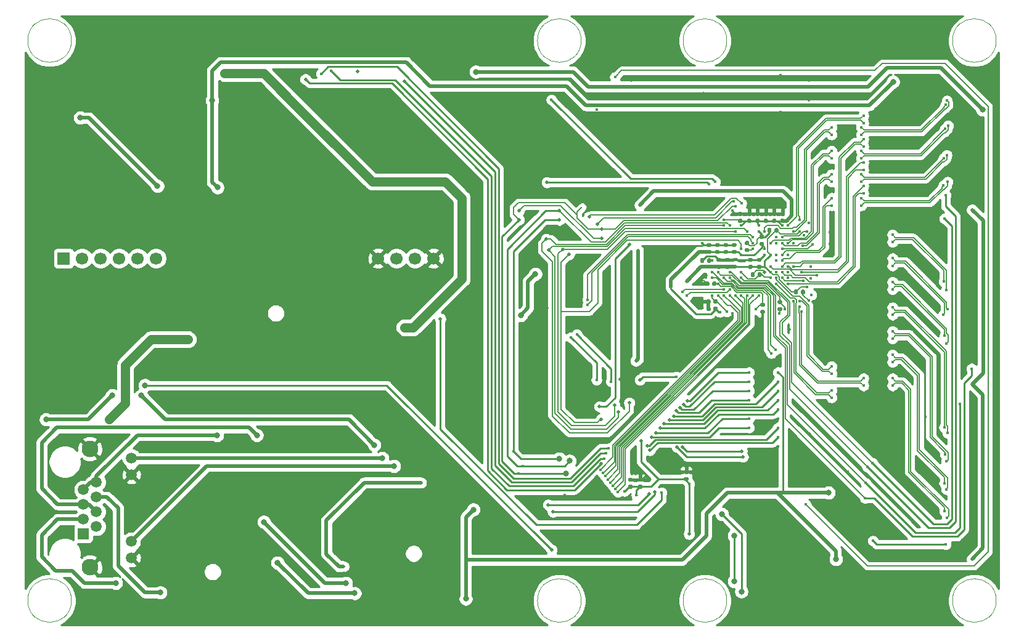
<source format=gbr>
%TF.GenerationSoftware,KiCad,Pcbnew,5.1.10-88a1d61d58~90~ubuntu20.04.1*%
%TF.CreationDate,2021-07-15T14:53:32+08:00*%
%TF.ProjectId,TestAutomation,54657374-4175-4746-9f6d-6174696f6e2e,rev?*%
%TF.SameCoordinates,Original*%
%TF.FileFunction,Copper,L4,Bot*%
%TF.FilePolarity,Positive*%
%FSLAX46Y46*%
G04 Gerber Fmt 4.6, Leading zero omitted, Abs format (unit mm)*
G04 Created by KiCad (PCBNEW 5.1.10-88a1d61d58~90~ubuntu20.04.1) date 2021-07-15 14:53:32*
%MOMM*%
%LPD*%
G01*
G04 APERTURE LIST*
%TA.AperFunction,EtchedComponent*%
%ADD10C,0.120000*%
%TD*%
%TA.AperFunction,ComponentPad*%
%ADD11C,1.700000*%
%TD*%
%TA.AperFunction,ComponentPad*%
%ADD12R,1.700000X1.700000*%
%TD*%
%TA.AperFunction,ComponentPad*%
%ADD13C,1.500000*%
%TD*%
%TA.AperFunction,ComponentPad*%
%ADD14C,2.300000*%
%TD*%
%TA.AperFunction,ComponentPad*%
%ADD15R,1.500000X1.500000*%
%TD*%
%TA.AperFunction,ViaPad*%
%ADD16C,0.450000*%
%TD*%
%TA.AperFunction,ViaPad*%
%ADD17C,0.800000*%
%TD*%
%TA.AperFunction,ViaPad*%
%ADD18C,0.500000*%
%TD*%
%TA.AperFunction,Conductor*%
%ADD19C,0.254000*%
%TD*%
%TA.AperFunction,Conductor*%
%ADD20C,0.127000*%
%TD*%
%TA.AperFunction,Conductor*%
%ADD21C,0.508000*%
%TD*%
%TA.AperFunction,Conductor*%
%ADD22C,1.270000*%
%TD*%
%TA.AperFunction,Conductor*%
%ADD23C,0.250000*%
%TD*%
%TA.AperFunction,Conductor*%
%ADD24C,0.100000*%
%TD*%
G04 APERTURE END LIST*
D10*
%TO.C,M3*%
X156000000Y-57000000D02*
G75*
G03*
X156000000Y-57000000I-3000000J0D01*
G01*
X156000000Y-134000000D02*
G75*
G03*
X156000000Y-134000000I-3000000J0D01*
G01*
X176000000Y-57000000D02*
G75*
G03*
X176000000Y-57000000I-3000000J0D01*
G01*
X176000000Y-134000000D02*
G75*
G03*
X176000000Y-134000000I-3000000J0D01*
G01*
X213000000Y-57000000D02*
G75*
G03*
X213000000Y-57000000I-3000000J0D01*
G01*
X86000000Y-57000000D02*
G75*
G03*
X86000000Y-57000000I-3000000J0D01*
G01*
X86000000Y-134000000D02*
G75*
G03*
X86000000Y-134000000I-3000000J0D01*
G01*
X213000000Y-134000000D02*
G75*
G03*
X213000000Y-134000000I-3000000J0D01*
G01*
%TD*%
D11*
%TO.P,U12,6*%
%TO.N,Net-(U12-Pad6)*%
X97618000Y-86946000D03*
%TO.P,U12,10*%
%TO.N,GND*%
X135718000Y-86946000D03*
%TO.P,U12,9*%
%TO.N,Net-(U12-Pad9)*%
X133178000Y-86946000D03*
%TO.P,U12,8*%
%TO.N,Net-(C57-Pad1)*%
X130638000Y-86946000D03*
%TO.P,U12,7*%
%TO.N,GND*%
X128098000Y-86946000D03*
%TO.P,U12,5*%
%TO.N,Net-(U12-Pad5)*%
X95078000Y-86946000D03*
%TO.P,U12,4*%
%TO.N,Net-(U12-Pad4)*%
X92538000Y-86946000D03*
%TO.P,U12,3*%
%TO.N,Net-(U10-Pad2)*%
X89998000Y-86946000D03*
%TO.P,U12,2*%
%TO.N,Net-(C51-Pad1)*%
X87458000Y-86946000D03*
D12*
%TO.P,U12,1*%
%TO.N,Net-(R98-Pad2)*%
X84918000Y-86946000D03*
%TD*%
%TO.P,C96,2*%
%TO.N,+3V3*%
%TA.AperFunction,SMDPad,CuDef*%
G36*
G01*
X177670000Y-81520000D02*
X178010000Y-81520000D01*
G75*
G02*
X178150000Y-81660000I0J-140000D01*
G01*
X178150000Y-81940000D01*
G75*
G02*
X178010000Y-82080000I-140000J0D01*
G01*
X177670000Y-82080000D01*
G75*
G02*
X177530000Y-81940000I0J140000D01*
G01*
X177530000Y-81660000D01*
G75*
G02*
X177670000Y-81520000I140000J0D01*
G01*
G37*
%TD.AperFunction*%
%TO.P,C96,1*%
%TO.N,GND*%
%TA.AperFunction,SMDPad,CuDef*%
G36*
G01*
X177670000Y-80560000D02*
X178010000Y-80560000D01*
G75*
G02*
X178150000Y-80700000I0J-140000D01*
G01*
X178150000Y-80980000D01*
G75*
G02*
X178010000Y-81120000I-140000J0D01*
G01*
X177670000Y-81120000D01*
G75*
G02*
X177530000Y-80980000I0J140000D01*
G01*
X177530000Y-80700000D01*
G75*
G02*
X177670000Y-80560000I140000J0D01*
G01*
G37*
%TD.AperFunction*%
%TD*%
%TO.P,C95,2*%
%TO.N,+3V3*%
%TA.AperFunction,SMDPad,CuDef*%
G36*
G01*
X173290000Y-87420000D02*
X173290000Y-87080000D01*
G75*
G02*
X173430000Y-86940000I140000J0D01*
G01*
X173710000Y-86940000D01*
G75*
G02*
X173850000Y-87080000I0J-140000D01*
G01*
X173850000Y-87420000D01*
G75*
G02*
X173710000Y-87560000I-140000J0D01*
G01*
X173430000Y-87560000D01*
G75*
G02*
X173290000Y-87420000I0J140000D01*
G01*
G37*
%TD.AperFunction*%
%TO.P,C95,1*%
%TO.N,GND*%
%TA.AperFunction,SMDPad,CuDef*%
G36*
G01*
X172330000Y-87420000D02*
X172330000Y-87080000D01*
G75*
G02*
X172470000Y-86940000I140000J0D01*
G01*
X172750000Y-86940000D01*
G75*
G02*
X172890000Y-87080000I0J-140000D01*
G01*
X172890000Y-87420000D01*
G75*
G02*
X172750000Y-87560000I-140000J0D01*
G01*
X172470000Y-87560000D01*
G75*
G02*
X172330000Y-87420000I0J140000D01*
G01*
G37*
%TD.AperFunction*%
%TD*%
%TO.P,C94,2*%
%TO.N,+3V3*%
%TA.AperFunction,SMDPad,CuDef*%
G36*
G01*
X178610000Y-85530000D02*
X178950000Y-85530000D01*
G75*
G02*
X179090000Y-85670000I0J-140000D01*
G01*
X179090000Y-85950000D01*
G75*
G02*
X178950000Y-86090000I-140000J0D01*
G01*
X178610000Y-86090000D01*
G75*
G02*
X178470000Y-85950000I0J140000D01*
G01*
X178470000Y-85670000D01*
G75*
G02*
X178610000Y-85530000I140000J0D01*
G01*
G37*
%TD.AperFunction*%
%TO.P,C94,1*%
%TO.N,GND*%
%TA.AperFunction,SMDPad,CuDef*%
G36*
G01*
X178610000Y-84570000D02*
X178950000Y-84570000D01*
G75*
G02*
X179090000Y-84710000I0J-140000D01*
G01*
X179090000Y-84990000D01*
G75*
G02*
X178950000Y-85130000I-140000J0D01*
G01*
X178610000Y-85130000D01*
G75*
G02*
X178470000Y-84990000I0J140000D01*
G01*
X178470000Y-84710000D01*
G75*
G02*
X178610000Y-84570000I140000J0D01*
G01*
G37*
%TD.AperFunction*%
%TD*%
%TO.P,C24,2*%
%TO.N,+3V3*%
%TA.AperFunction,SMDPad,CuDef*%
G36*
G01*
X181197664Y-81520000D02*
X181537664Y-81520000D01*
G75*
G02*
X181677664Y-81660000I0J-140000D01*
G01*
X181677664Y-81940000D01*
G75*
G02*
X181537664Y-82080000I-140000J0D01*
G01*
X181197664Y-82080000D01*
G75*
G02*
X181057664Y-81940000I0J140000D01*
G01*
X181057664Y-81660000D01*
G75*
G02*
X181197664Y-81520000I140000J0D01*
G01*
G37*
%TD.AperFunction*%
%TO.P,C24,1*%
%TO.N,GND*%
%TA.AperFunction,SMDPad,CuDef*%
G36*
G01*
X181197664Y-80560000D02*
X181537664Y-80560000D01*
G75*
G02*
X181677664Y-80700000I0J-140000D01*
G01*
X181677664Y-80980000D01*
G75*
G02*
X181537664Y-81120000I-140000J0D01*
G01*
X181197664Y-81120000D01*
G75*
G02*
X181057664Y-80980000I0J140000D01*
G01*
X181057664Y-80700000D01*
G75*
G02*
X181197664Y-80560000I140000J0D01*
G01*
G37*
%TD.AperFunction*%
%TD*%
%TO.P,C21,2*%
%TO.N,+3V3*%
%TA.AperFunction,SMDPad,CuDef*%
G36*
G01*
X180053832Y-81520000D02*
X180393832Y-81520000D01*
G75*
G02*
X180533832Y-81660000I0J-140000D01*
G01*
X180533832Y-81940000D01*
G75*
G02*
X180393832Y-82080000I-140000J0D01*
G01*
X180053832Y-82080000D01*
G75*
G02*
X179913832Y-81940000I0J140000D01*
G01*
X179913832Y-81660000D01*
G75*
G02*
X180053832Y-81520000I140000J0D01*
G01*
G37*
%TD.AperFunction*%
%TO.P,C21,1*%
%TO.N,GND*%
%TA.AperFunction,SMDPad,CuDef*%
G36*
G01*
X180053832Y-80560000D02*
X180393832Y-80560000D01*
G75*
G02*
X180533832Y-80700000I0J-140000D01*
G01*
X180533832Y-80980000D01*
G75*
G02*
X180393832Y-81120000I-140000J0D01*
G01*
X180053832Y-81120000D01*
G75*
G02*
X179913832Y-80980000I0J140000D01*
G01*
X179913832Y-80700000D01*
G75*
G02*
X180053832Y-80560000I140000J0D01*
G01*
G37*
%TD.AperFunction*%
%TD*%
%TO.P,C81,2*%
%TO.N,GND*%
%TA.AperFunction,SMDPad,CuDef*%
G36*
G01*
X164270000Y-117670000D02*
X163930000Y-117670000D01*
G75*
G02*
X163790000Y-117530000I0J140000D01*
G01*
X163790000Y-117250000D01*
G75*
G02*
X163930000Y-117110000I140000J0D01*
G01*
X164270000Y-117110000D01*
G75*
G02*
X164410000Y-117250000I0J-140000D01*
G01*
X164410000Y-117530000D01*
G75*
G02*
X164270000Y-117670000I-140000J0D01*
G01*
G37*
%TD.AperFunction*%
%TO.P,C81,1*%
%TO.N,+3V3*%
%TA.AperFunction,SMDPad,CuDef*%
G36*
G01*
X164270000Y-118630000D02*
X163930000Y-118630000D01*
G75*
G02*
X163790000Y-118490000I0J140000D01*
G01*
X163790000Y-118210000D01*
G75*
G02*
X163930000Y-118070000I140000J0D01*
G01*
X164270000Y-118070000D01*
G75*
G02*
X164410000Y-118210000I0J-140000D01*
G01*
X164410000Y-118490000D01*
G75*
G02*
X164270000Y-118630000I-140000J0D01*
G01*
G37*
%TD.AperFunction*%
%TD*%
%TO.P,C80,2*%
%TO.N,GND*%
%TA.AperFunction,SMDPad,CuDef*%
G36*
G01*
X170590000Y-116620000D02*
X170250000Y-116620000D01*
G75*
G02*
X170110000Y-116480000I0J140000D01*
G01*
X170110000Y-116200000D01*
G75*
G02*
X170250000Y-116060000I140000J0D01*
G01*
X170590000Y-116060000D01*
G75*
G02*
X170730000Y-116200000I0J-140000D01*
G01*
X170730000Y-116480000D01*
G75*
G02*
X170590000Y-116620000I-140000J0D01*
G01*
G37*
%TD.AperFunction*%
%TO.P,C80,1*%
%TO.N,+3V3*%
%TA.AperFunction,SMDPad,CuDef*%
G36*
G01*
X170590000Y-117580000D02*
X170250000Y-117580000D01*
G75*
G02*
X170110000Y-117440000I0J140000D01*
G01*
X170110000Y-117160000D01*
G75*
G02*
X170250000Y-117020000I140000J0D01*
G01*
X170590000Y-117020000D01*
G75*
G02*
X170730000Y-117160000I0J-140000D01*
G01*
X170730000Y-117440000D01*
G75*
G02*
X170590000Y-117580000I-140000J0D01*
G01*
G37*
%TD.AperFunction*%
%TD*%
%TO.P,C79,2*%
%TO.N,GND*%
%TA.AperFunction,SMDPad,CuDef*%
G36*
G01*
X162932500Y-117670000D02*
X162592500Y-117670000D01*
G75*
G02*
X162452500Y-117530000I0J140000D01*
G01*
X162452500Y-117250000D01*
G75*
G02*
X162592500Y-117110000I140000J0D01*
G01*
X162932500Y-117110000D01*
G75*
G02*
X163072500Y-117250000I0J-140000D01*
G01*
X163072500Y-117530000D01*
G75*
G02*
X162932500Y-117670000I-140000J0D01*
G01*
G37*
%TD.AperFunction*%
%TO.P,C79,1*%
%TO.N,+3V3*%
%TA.AperFunction,SMDPad,CuDef*%
G36*
G01*
X162932500Y-118630000D02*
X162592500Y-118630000D01*
G75*
G02*
X162452500Y-118490000I0J140000D01*
G01*
X162452500Y-118210000D01*
G75*
G02*
X162592500Y-118070000I140000J0D01*
G01*
X162932500Y-118070000D01*
G75*
G02*
X163072500Y-118210000I0J-140000D01*
G01*
X163072500Y-118490000D01*
G75*
G02*
X162932500Y-118630000I-140000J0D01*
G01*
G37*
%TD.AperFunction*%
%TD*%
%TO.P,C17,2*%
%TO.N,+3V3*%
%TA.AperFunction,SMDPad,CuDef*%
G36*
G01*
X181090000Y-93620000D02*
X180750000Y-93620000D01*
G75*
G02*
X180610000Y-93480000I0J140000D01*
G01*
X180610000Y-93200000D01*
G75*
G02*
X180750000Y-93060000I140000J0D01*
G01*
X181090000Y-93060000D01*
G75*
G02*
X181230000Y-93200000I0J-140000D01*
G01*
X181230000Y-93480000D01*
G75*
G02*
X181090000Y-93620000I-140000J0D01*
G01*
G37*
%TD.AperFunction*%
%TO.P,C17,1*%
%TO.N,GND*%
%TA.AperFunction,SMDPad,CuDef*%
G36*
G01*
X181090000Y-94580000D02*
X180750000Y-94580000D01*
G75*
G02*
X180610000Y-94440000I0J140000D01*
G01*
X180610000Y-94160000D01*
G75*
G02*
X180750000Y-94020000I140000J0D01*
G01*
X181090000Y-94020000D01*
G75*
G02*
X181230000Y-94160000I0J-140000D01*
G01*
X181230000Y-94440000D01*
G75*
G02*
X181090000Y-94580000I-140000J0D01*
G01*
G37*
%TD.AperFunction*%
%TD*%
%TO.P,C16,2*%
%TO.N,+3V3*%
%TA.AperFunction,SMDPad,CuDef*%
G36*
G01*
X183485330Y-81520000D02*
X183825330Y-81520000D01*
G75*
G02*
X183965330Y-81660000I0J-140000D01*
G01*
X183965330Y-81940000D01*
G75*
G02*
X183825330Y-82080000I-140000J0D01*
G01*
X183485330Y-82080000D01*
G75*
G02*
X183345330Y-81940000I0J140000D01*
G01*
X183345330Y-81660000D01*
G75*
G02*
X183485330Y-81520000I140000J0D01*
G01*
G37*
%TD.AperFunction*%
%TO.P,C16,1*%
%TO.N,GND*%
%TA.AperFunction,SMDPad,CuDef*%
G36*
G01*
X183485330Y-80560000D02*
X183825330Y-80560000D01*
G75*
G02*
X183965330Y-80700000I0J-140000D01*
G01*
X183965330Y-80980000D01*
G75*
G02*
X183825330Y-81120000I-140000J0D01*
G01*
X183485330Y-81120000D01*
G75*
G02*
X183345330Y-80980000I0J140000D01*
G01*
X183345330Y-80700000D01*
G75*
G02*
X183485330Y-80560000I140000J0D01*
G01*
G37*
%TD.AperFunction*%
%TD*%
%TO.P,C37,2*%
%TO.N,+1V2*%
%TA.AperFunction,SMDPad,CuDef*%
G36*
G01*
X180620000Y-84670000D02*
X180960000Y-84670000D01*
G75*
G02*
X181100000Y-84810000I0J-140000D01*
G01*
X181100000Y-85090000D01*
G75*
G02*
X180960000Y-85230000I-140000J0D01*
G01*
X180620000Y-85230000D01*
G75*
G02*
X180480000Y-85090000I0J140000D01*
G01*
X180480000Y-84810000D01*
G75*
G02*
X180620000Y-84670000I140000J0D01*
G01*
G37*
%TD.AperFunction*%
%TO.P,C37,1*%
%TO.N,GND*%
%TA.AperFunction,SMDPad,CuDef*%
G36*
G01*
X180620000Y-83710000D02*
X180960000Y-83710000D01*
G75*
G02*
X181100000Y-83850000I0J-140000D01*
G01*
X181100000Y-84130000D01*
G75*
G02*
X180960000Y-84270000I-140000J0D01*
G01*
X180620000Y-84270000D01*
G75*
G02*
X180480000Y-84130000I0J140000D01*
G01*
X180480000Y-83850000D01*
G75*
G02*
X180620000Y-83710000I140000J0D01*
G01*
G37*
%TD.AperFunction*%
%TD*%
%TO.P,C15,2*%
%TO.N,+3V3*%
%TA.AperFunction,SMDPad,CuDef*%
G36*
G01*
X182341496Y-81520000D02*
X182681496Y-81520000D01*
G75*
G02*
X182821496Y-81660000I0J-140000D01*
G01*
X182821496Y-81940000D01*
G75*
G02*
X182681496Y-82080000I-140000J0D01*
G01*
X182341496Y-82080000D01*
G75*
G02*
X182201496Y-81940000I0J140000D01*
G01*
X182201496Y-81660000D01*
G75*
G02*
X182341496Y-81520000I140000J0D01*
G01*
G37*
%TD.AperFunction*%
%TO.P,C15,1*%
%TO.N,GND*%
%TA.AperFunction,SMDPad,CuDef*%
G36*
G01*
X182341496Y-80560000D02*
X182681496Y-80560000D01*
G75*
G02*
X182821496Y-80700000I0J-140000D01*
G01*
X182821496Y-80980000D01*
G75*
G02*
X182681496Y-81120000I-140000J0D01*
G01*
X182341496Y-81120000D01*
G75*
G02*
X182201496Y-80980000I0J140000D01*
G01*
X182201496Y-80700000D01*
G75*
G02*
X182341496Y-80560000I140000J0D01*
G01*
G37*
%TD.AperFunction*%
%TD*%
%TO.P,C36,2*%
%TO.N,+1V2*%
%TA.AperFunction,SMDPad,CuDef*%
G36*
G01*
X175690000Y-85790000D02*
X176030000Y-85790000D01*
G75*
G02*
X176170000Y-85930000I0J-140000D01*
G01*
X176170000Y-86210000D01*
G75*
G02*
X176030000Y-86350000I-140000J0D01*
G01*
X175690000Y-86350000D01*
G75*
G02*
X175550000Y-86210000I0J140000D01*
G01*
X175550000Y-85930000D01*
G75*
G02*
X175690000Y-85790000I140000J0D01*
G01*
G37*
%TD.AperFunction*%
%TO.P,C36,1*%
%TO.N,GND*%
%TA.AperFunction,SMDPad,CuDef*%
G36*
G01*
X175690000Y-84830000D02*
X176030000Y-84830000D01*
G75*
G02*
X176170000Y-84970000I0J-140000D01*
G01*
X176170000Y-85250000D01*
G75*
G02*
X176030000Y-85390000I-140000J0D01*
G01*
X175690000Y-85390000D01*
G75*
G02*
X175550000Y-85250000I0J140000D01*
G01*
X175550000Y-84970000D01*
G75*
G02*
X175690000Y-84830000I140000J0D01*
G01*
G37*
%TD.AperFunction*%
%TD*%
%TO.P,C35,2*%
%TO.N,+2V5*%
%TA.AperFunction,SMDPad,CuDef*%
G36*
G01*
X175940000Y-87840000D02*
X176280000Y-87840000D01*
G75*
G02*
X176420000Y-87980000I0J-140000D01*
G01*
X176420000Y-88260000D01*
G75*
G02*
X176280000Y-88400000I-140000J0D01*
G01*
X175940000Y-88400000D01*
G75*
G02*
X175800000Y-88260000I0J140000D01*
G01*
X175800000Y-87980000D01*
G75*
G02*
X175940000Y-87840000I140000J0D01*
G01*
G37*
%TD.AperFunction*%
%TO.P,C35,1*%
%TO.N,GND*%
%TA.AperFunction,SMDPad,CuDef*%
G36*
G01*
X175940000Y-86880000D02*
X176280000Y-86880000D01*
G75*
G02*
X176420000Y-87020000I0J-140000D01*
G01*
X176420000Y-87300000D01*
G75*
G02*
X176280000Y-87440000I-140000J0D01*
G01*
X175940000Y-87440000D01*
G75*
G02*
X175800000Y-87300000I0J140000D01*
G01*
X175800000Y-87020000D01*
G75*
G02*
X175940000Y-86880000I140000J0D01*
G01*
G37*
%TD.AperFunction*%
%TD*%
%TO.P,C14,1*%
%TO.N,GND*%
%TA.AperFunction,SMDPad,CuDef*%
G36*
G01*
X173040000Y-90610000D02*
X173040000Y-90270000D01*
G75*
G02*
X173180000Y-90130000I140000J0D01*
G01*
X173460000Y-90130000D01*
G75*
G02*
X173600000Y-90270000I0J-140000D01*
G01*
X173600000Y-90610000D01*
G75*
G02*
X173460000Y-90750000I-140000J0D01*
G01*
X173180000Y-90750000D01*
G75*
G02*
X173040000Y-90610000I0J140000D01*
G01*
G37*
%TD.AperFunction*%
%TO.P,C14,2*%
%TO.N,+3V3*%
%TA.AperFunction,SMDPad,CuDef*%
G36*
G01*
X174000000Y-90610000D02*
X174000000Y-90270000D01*
G75*
G02*
X174140000Y-90130000I140000J0D01*
G01*
X174420000Y-90130000D01*
G75*
G02*
X174560000Y-90270000I0J-140000D01*
G01*
X174560000Y-90610000D01*
G75*
G02*
X174420000Y-90750000I-140000J0D01*
G01*
X174140000Y-90750000D01*
G75*
G02*
X174000000Y-90610000I0J140000D01*
G01*
G37*
%TD.AperFunction*%
%TD*%
%TO.P,C34,2*%
%TO.N,+1V2*%
%TA.AperFunction,SMDPad,CuDef*%
G36*
G01*
X174540000Y-85790000D02*
X174880000Y-85790000D01*
G75*
G02*
X175020000Y-85930000I0J-140000D01*
G01*
X175020000Y-86210000D01*
G75*
G02*
X174880000Y-86350000I-140000J0D01*
G01*
X174540000Y-86350000D01*
G75*
G02*
X174400000Y-86210000I0J140000D01*
G01*
X174400000Y-85930000D01*
G75*
G02*
X174540000Y-85790000I140000J0D01*
G01*
G37*
%TD.AperFunction*%
%TO.P,C34,1*%
%TO.N,GND*%
%TA.AperFunction,SMDPad,CuDef*%
G36*
G01*
X174540000Y-84830000D02*
X174880000Y-84830000D01*
G75*
G02*
X175020000Y-84970000I0J-140000D01*
G01*
X175020000Y-85250000D01*
G75*
G02*
X174880000Y-85390000I-140000J0D01*
G01*
X174540000Y-85390000D01*
G75*
G02*
X174400000Y-85250000I0J140000D01*
G01*
X174400000Y-84970000D01*
G75*
G02*
X174540000Y-84830000I140000J0D01*
G01*
G37*
%TD.AperFunction*%
%TD*%
%TO.P,C33,2*%
%TO.N,+2V5*%
%TA.AperFunction,SMDPad,CuDef*%
G36*
G01*
X180274000Y-87840000D02*
X180614000Y-87840000D01*
G75*
G02*
X180754000Y-87980000I0J-140000D01*
G01*
X180754000Y-88260000D01*
G75*
G02*
X180614000Y-88400000I-140000J0D01*
G01*
X180274000Y-88400000D01*
G75*
G02*
X180134000Y-88260000I0J140000D01*
G01*
X180134000Y-87980000D01*
G75*
G02*
X180274000Y-87840000I140000J0D01*
G01*
G37*
%TD.AperFunction*%
%TO.P,C33,1*%
%TO.N,GND*%
%TA.AperFunction,SMDPad,CuDef*%
G36*
G01*
X180274000Y-86880000D02*
X180614000Y-86880000D01*
G75*
G02*
X180754000Y-87020000I0J-140000D01*
G01*
X180754000Y-87300000D01*
G75*
G02*
X180614000Y-87440000I-140000J0D01*
G01*
X180274000Y-87440000D01*
G75*
G02*
X180134000Y-87300000I0J140000D01*
G01*
X180134000Y-87020000D01*
G75*
G02*
X180274000Y-86880000I140000J0D01*
G01*
G37*
%TD.AperFunction*%
%TD*%
%TO.P,C13,2*%
%TO.N,+3V3*%
%TA.AperFunction,SMDPad,CuDef*%
G36*
G01*
X174170000Y-93070000D02*
X174170000Y-92730000D01*
G75*
G02*
X174310000Y-92590000I140000J0D01*
G01*
X174590000Y-92590000D01*
G75*
G02*
X174730000Y-92730000I0J-140000D01*
G01*
X174730000Y-93070000D01*
G75*
G02*
X174590000Y-93210000I-140000J0D01*
G01*
X174310000Y-93210000D01*
G75*
G02*
X174170000Y-93070000I0J140000D01*
G01*
G37*
%TD.AperFunction*%
%TO.P,C13,1*%
%TO.N,GND*%
%TA.AperFunction,SMDPad,CuDef*%
G36*
G01*
X173210000Y-93070000D02*
X173210000Y-92730000D01*
G75*
G02*
X173350000Y-92590000I140000J0D01*
G01*
X173630000Y-92590000D01*
G75*
G02*
X173770000Y-92730000I0J-140000D01*
G01*
X173770000Y-93070000D01*
G75*
G02*
X173630000Y-93210000I-140000J0D01*
G01*
X173350000Y-93210000D01*
G75*
G02*
X173210000Y-93070000I0J140000D01*
G01*
G37*
%TD.AperFunction*%
%TD*%
%TO.P,C32,2*%
%TO.N,+1V2*%
%TA.AperFunction,SMDPad,CuDef*%
G36*
G01*
X176840000Y-85790000D02*
X177180000Y-85790000D01*
G75*
G02*
X177320000Y-85930000I0J-140000D01*
G01*
X177320000Y-86210000D01*
G75*
G02*
X177180000Y-86350000I-140000J0D01*
G01*
X176840000Y-86350000D01*
G75*
G02*
X176700000Y-86210000I0J140000D01*
G01*
X176700000Y-85930000D01*
G75*
G02*
X176840000Y-85790000I140000J0D01*
G01*
G37*
%TD.AperFunction*%
%TO.P,C32,1*%
%TO.N,GND*%
%TA.AperFunction,SMDPad,CuDef*%
G36*
G01*
X176840000Y-84830000D02*
X177180000Y-84830000D01*
G75*
G02*
X177320000Y-84970000I0J-140000D01*
G01*
X177320000Y-85250000D01*
G75*
G02*
X177180000Y-85390000I-140000J0D01*
G01*
X176840000Y-85390000D01*
G75*
G02*
X176700000Y-85250000I0J140000D01*
G01*
X176700000Y-84970000D01*
G75*
G02*
X176840000Y-84830000I140000J0D01*
G01*
G37*
%TD.AperFunction*%
%TD*%
%TO.P,C31,2*%
%TO.N,+2V5*%
%TA.AperFunction,SMDPad,CuDef*%
G36*
G01*
X179077000Y-87840000D02*
X179417000Y-87840000D01*
G75*
G02*
X179557000Y-87980000I0J-140000D01*
G01*
X179557000Y-88260000D01*
G75*
G02*
X179417000Y-88400000I-140000J0D01*
G01*
X179077000Y-88400000D01*
G75*
G02*
X178937000Y-88260000I0J140000D01*
G01*
X178937000Y-87980000D01*
G75*
G02*
X179077000Y-87840000I140000J0D01*
G01*
G37*
%TD.AperFunction*%
%TO.P,C31,1*%
%TO.N,GND*%
%TA.AperFunction,SMDPad,CuDef*%
G36*
G01*
X179077000Y-86880000D02*
X179417000Y-86880000D01*
G75*
G02*
X179557000Y-87020000I0J-140000D01*
G01*
X179557000Y-87300000D01*
G75*
G02*
X179417000Y-87440000I-140000J0D01*
G01*
X179077000Y-87440000D01*
G75*
G02*
X178937000Y-87300000I0J140000D01*
G01*
X178937000Y-87020000D01*
G75*
G02*
X179077000Y-86880000I140000J0D01*
G01*
G37*
%TD.AperFunction*%
%TD*%
%TO.P,C12,2*%
%TO.N,+3V3*%
%TA.AperFunction,SMDPad,CuDef*%
G36*
G01*
X183460000Y-93240000D02*
X183120000Y-93240000D01*
G75*
G02*
X182980000Y-93100000I0J140000D01*
G01*
X182980000Y-92820000D01*
G75*
G02*
X183120000Y-92680000I140000J0D01*
G01*
X183460000Y-92680000D01*
G75*
G02*
X183600000Y-92820000I0J-140000D01*
G01*
X183600000Y-93100000D01*
G75*
G02*
X183460000Y-93240000I-140000J0D01*
G01*
G37*
%TD.AperFunction*%
%TO.P,C12,1*%
%TO.N,GND*%
%TA.AperFunction,SMDPad,CuDef*%
G36*
G01*
X183460000Y-94200000D02*
X183120000Y-94200000D01*
G75*
G02*
X182980000Y-94060000I0J140000D01*
G01*
X182980000Y-93780000D01*
G75*
G02*
X183120000Y-93640000I140000J0D01*
G01*
X183460000Y-93640000D01*
G75*
G02*
X183600000Y-93780000I0J-140000D01*
G01*
X183600000Y-94060000D01*
G75*
G02*
X183460000Y-94200000I-140000J0D01*
G01*
G37*
%TD.AperFunction*%
%TD*%
%TO.P,C30,2*%
%TO.N,+1V2*%
%TA.AperFunction,SMDPad,CuDef*%
G36*
G01*
X174170000Y-94070000D02*
X174170000Y-93730000D01*
G75*
G02*
X174310000Y-93590000I140000J0D01*
G01*
X174590000Y-93590000D01*
G75*
G02*
X174730000Y-93730000I0J-140000D01*
G01*
X174730000Y-94070000D01*
G75*
G02*
X174590000Y-94210000I-140000J0D01*
G01*
X174310000Y-94210000D01*
G75*
G02*
X174170000Y-94070000I0J140000D01*
G01*
G37*
%TD.AperFunction*%
%TO.P,C30,1*%
%TO.N,GND*%
%TA.AperFunction,SMDPad,CuDef*%
G36*
G01*
X173210000Y-94070000D02*
X173210000Y-93730000D01*
G75*
G02*
X173350000Y-93590000I140000J0D01*
G01*
X173630000Y-93590000D01*
G75*
G02*
X173770000Y-93730000I0J-140000D01*
G01*
X173770000Y-94070000D01*
G75*
G02*
X173630000Y-94210000I-140000J0D01*
G01*
X173350000Y-94210000D01*
G75*
G02*
X173210000Y-94070000I0J140000D01*
G01*
G37*
%TD.AperFunction*%
%TD*%
%TO.P,C29,2*%
%TO.N,+2V5*%
%TA.AperFunction,SMDPad,CuDef*%
G36*
G01*
X185770000Y-91400000D02*
X185770000Y-91740000D01*
G75*
G02*
X185630000Y-91880000I-140000J0D01*
G01*
X185350000Y-91880000D01*
G75*
G02*
X185210000Y-91740000I0J140000D01*
G01*
X185210000Y-91400000D01*
G75*
G02*
X185350000Y-91260000I140000J0D01*
G01*
X185630000Y-91260000D01*
G75*
G02*
X185770000Y-91400000I0J-140000D01*
G01*
G37*
%TD.AperFunction*%
%TO.P,C29,1*%
%TO.N,GND*%
%TA.AperFunction,SMDPad,CuDef*%
G36*
G01*
X186730000Y-91400000D02*
X186730000Y-91740000D01*
G75*
G02*
X186590000Y-91880000I-140000J0D01*
G01*
X186310000Y-91880000D01*
G75*
G02*
X186170000Y-91740000I0J140000D01*
G01*
X186170000Y-91400000D01*
G75*
G02*
X186310000Y-91260000I140000J0D01*
G01*
X186590000Y-91260000D01*
G75*
G02*
X186730000Y-91400000I0J-140000D01*
G01*
G37*
%TD.AperFunction*%
%TD*%
%TO.P,C28,2*%
%TO.N,+1V2*%
%TA.AperFunction,SMDPad,CuDef*%
G36*
G01*
X180230000Y-89350000D02*
X180230000Y-89010000D01*
G75*
G02*
X180370000Y-88870000I140000J0D01*
G01*
X180650000Y-88870000D01*
G75*
G02*
X180790000Y-89010000I0J-140000D01*
G01*
X180790000Y-89350000D01*
G75*
G02*
X180650000Y-89490000I-140000J0D01*
G01*
X180370000Y-89490000D01*
G75*
G02*
X180230000Y-89350000I0J140000D01*
G01*
G37*
%TD.AperFunction*%
%TO.P,C28,1*%
%TO.N,GND*%
%TA.AperFunction,SMDPad,CuDef*%
G36*
G01*
X179270000Y-89350000D02*
X179270000Y-89010000D01*
G75*
G02*
X179410000Y-88870000I140000J0D01*
G01*
X179690000Y-88870000D01*
G75*
G02*
X179830000Y-89010000I0J-140000D01*
G01*
X179830000Y-89350000D01*
G75*
G02*
X179690000Y-89490000I-140000J0D01*
G01*
X179410000Y-89490000D01*
G75*
G02*
X179270000Y-89350000I0J140000D01*
G01*
G37*
%TD.AperFunction*%
%TD*%
%TO.P,C27,2*%
%TO.N,+2V5*%
%TA.AperFunction,SMDPad,CuDef*%
G36*
G01*
X182540000Y-83250000D02*
X182540000Y-82910000D01*
G75*
G02*
X182680000Y-82770000I140000J0D01*
G01*
X182960000Y-82770000D01*
G75*
G02*
X183100000Y-82910000I0J-140000D01*
G01*
X183100000Y-83250000D01*
G75*
G02*
X182960000Y-83390000I-140000J0D01*
G01*
X182680000Y-83390000D01*
G75*
G02*
X182540000Y-83250000I0J140000D01*
G01*
G37*
%TD.AperFunction*%
%TO.P,C27,1*%
%TO.N,GND*%
%TA.AperFunction,SMDPad,CuDef*%
G36*
G01*
X181580000Y-83250000D02*
X181580000Y-82910000D01*
G75*
G02*
X181720000Y-82770000I140000J0D01*
G01*
X182000000Y-82770000D01*
G75*
G02*
X182140000Y-82910000I0J-140000D01*
G01*
X182140000Y-83250000D01*
G75*
G02*
X182000000Y-83390000I-140000J0D01*
G01*
X181720000Y-83390000D01*
G75*
G02*
X181580000Y-83250000I0J140000D01*
G01*
G37*
%TD.AperFunction*%
%TD*%
%TO.P,C26,2*%
%TO.N,GND*%
%TA.AperFunction,SMDPad,CuDef*%
G36*
G01*
X173730000Y-85390000D02*
X173390000Y-85390000D01*
G75*
G02*
X173250000Y-85250000I0J140000D01*
G01*
X173250000Y-84970000D01*
G75*
G02*
X173390000Y-84830000I140000J0D01*
G01*
X173730000Y-84830000D01*
G75*
G02*
X173870000Y-84970000I0J-140000D01*
G01*
X173870000Y-85250000D01*
G75*
G02*
X173730000Y-85390000I-140000J0D01*
G01*
G37*
%TD.AperFunction*%
%TO.P,C26,1*%
%TO.N,+1V2*%
%TA.AperFunction,SMDPad,CuDef*%
G36*
G01*
X173730000Y-86350000D02*
X173390000Y-86350000D01*
G75*
G02*
X173250000Y-86210000I0J140000D01*
G01*
X173250000Y-85930000D01*
G75*
G02*
X173390000Y-85790000I140000J0D01*
G01*
X173730000Y-85790000D01*
G75*
G02*
X173870000Y-85930000I0J-140000D01*
G01*
X173870000Y-86210000D01*
G75*
G02*
X173730000Y-86350000I-140000J0D01*
G01*
G37*
%TD.AperFunction*%
%TD*%
%TO.P,C25,2*%
%TO.N,GND*%
%TA.AperFunction,SMDPad,CuDef*%
G36*
G01*
X175080000Y-87440000D02*
X174740000Y-87440000D01*
G75*
G02*
X174600000Y-87300000I0J140000D01*
G01*
X174600000Y-87020000D01*
G75*
G02*
X174740000Y-86880000I140000J0D01*
G01*
X175080000Y-86880000D01*
G75*
G02*
X175220000Y-87020000I0J-140000D01*
G01*
X175220000Y-87300000D01*
G75*
G02*
X175080000Y-87440000I-140000J0D01*
G01*
G37*
%TD.AperFunction*%
%TO.P,C25,1*%
%TO.N,+2V5*%
%TA.AperFunction,SMDPad,CuDef*%
G36*
G01*
X175080000Y-88400000D02*
X174740000Y-88400000D01*
G75*
G02*
X174600000Y-88260000I0J140000D01*
G01*
X174600000Y-87980000D01*
G75*
G02*
X174740000Y-87840000I140000J0D01*
G01*
X175080000Y-87840000D01*
G75*
G02*
X175220000Y-87980000I0J-140000D01*
G01*
X175220000Y-88260000D01*
G75*
G02*
X175080000Y-88400000I-140000J0D01*
G01*
G37*
%TD.AperFunction*%
%TD*%
%TO.P,C9,2*%
%TO.N,GND*%
%TA.AperFunction,SMDPad,CuDef*%
G36*
G01*
X179250000Y-81120000D02*
X178910000Y-81120000D01*
G75*
G02*
X178770000Y-80980000I0J140000D01*
G01*
X178770000Y-80700000D01*
G75*
G02*
X178910000Y-80560000I140000J0D01*
G01*
X179250000Y-80560000D01*
G75*
G02*
X179390000Y-80700000I0J-140000D01*
G01*
X179390000Y-80980000D01*
G75*
G02*
X179250000Y-81120000I-140000J0D01*
G01*
G37*
%TD.AperFunction*%
%TO.P,C9,1*%
%TO.N,+3V3*%
%TA.AperFunction,SMDPad,CuDef*%
G36*
G01*
X179250000Y-82080000D02*
X178910000Y-82080000D01*
G75*
G02*
X178770000Y-81940000I0J140000D01*
G01*
X178770000Y-81660000D01*
G75*
G02*
X178910000Y-81520000I140000J0D01*
G01*
X179250000Y-81520000D01*
G75*
G02*
X179390000Y-81660000I0J-140000D01*
G01*
X179390000Y-81940000D01*
G75*
G02*
X179250000Y-82080000I-140000J0D01*
G01*
G37*
%TD.AperFunction*%
%TD*%
D13*
%TO.P,J6,12*%
%TO.N,Net-(J6-Pad12)*%
X94230000Y-114421000D03*
%TO.P,J6,11*%
%TO.N,GND*%
X94230000Y-116711000D03*
%TO.P,J6,10*%
%TO.N,Net-(J6-Pad10)*%
X94230000Y-125851000D03*
%TO.P,J6,9*%
%TO.N,GND*%
X94230000Y-128141000D03*
D14*
%TO.P,J6,SH*%
X88520000Y-129411000D03*
X88520000Y-113151000D03*
D13*
%TO.P,J6,8*%
%TO.N,Net-(D19-Pad2)*%
X89410000Y-117729000D03*
%TO.P,J6,6*%
%TO.N,Net-(J6-Pad6)*%
X89410000Y-119761000D03*
%TO.P,J6,4*%
%TO.N,Net-(D17-Pad2)*%
X89410000Y-121793000D03*
%TO.P,J6,2*%
%TO.N,Net-(J6-Pad2)*%
X89410000Y-123825000D03*
%TO.P,J6,7*%
%TO.N,Net-(D19-Pad2)*%
X87630000Y-118745000D03*
%TO.P,J6,5*%
%TO.N,Net-(D17-Pad2)*%
X87630000Y-120777000D03*
%TO.P,J6,3*%
%TO.N,Net-(J6-Pad3)*%
X87630000Y-122809000D03*
D15*
%TO.P,J6,1*%
%TO.N,Net-(J6-Pad1)*%
X87630000Y-124841000D03*
%TD*%
D16*
%TO.N,GND*%
X184392000Y-86449000D03*
D17*
X97300000Y-102700000D03*
D16*
X172640000Y-84850000D03*
X181192000Y-86449000D03*
D17*
X116400000Y-125400000D03*
X81700000Y-105300000D03*
X82700000Y-90400000D03*
X127500000Y-101100000D03*
X98900000Y-63200000D03*
D16*
X183050000Y-112776000D03*
X183410000Y-74420000D03*
X183410000Y-71880000D03*
X183410000Y-69340000D03*
X183410000Y-66800000D03*
X183410000Y-64260000D03*
X183410000Y-61720000D03*
D18*
X152555000Y-110265000D03*
X147450000Y-82820000D03*
X166940000Y-87060000D03*
X203670000Y-84640000D03*
X183290000Y-121793000D03*
X183290000Y-123063000D03*
X183290000Y-124333000D03*
X183290000Y-125603000D03*
X183290000Y-126873000D03*
X183290000Y-128143000D03*
X183290000Y-129413000D03*
X183290000Y-130683000D03*
X183290000Y-131953000D03*
X183290000Y-133223000D03*
X164770000Y-71720000D03*
X209677000Y-87757000D03*
X209703000Y-91567000D03*
X209703000Y-95377000D03*
X209613000Y-99187000D03*
X209652000Y-111760000D03*
X209633000Y-115567000D03*
X209683000Y-119377000D03*
X209675000Y-123125000D03*
X209640000Y-75160000D03*
X210123000Y-71377000D03*
X209883000Y-67567000D03*
X183410000Y-76600000D03*
D16*
X198910000Y-124340000D03*
X200210000Y-121670000D03*
X201870000Y-118110000D03*
X202180000Y-114740000D03*
X203300000Y-108780000D03*
X205000000Y-108720000D03*
X202540000Y-101840000D03*
X202010000Y-97110000D03*
X201640000Y-93870000D03*
X202210000Y-90550000D03*
X201840000Y-78000000D03*
X201580000Y-74460000D03*
X201170000Y-71240000D03*
X201000000Y-67610000D03*
X201650000Y-63400000D03*
X199800000Y-102310000D03*
X200180000Y-88920000D03*
X200520000Y-85710000D03*
X199780000Y-92220000D03*
X199060000Y-106380000D03*
X200060000Y-98610000D03*
X191540000Y-71050000D03*
X190370000Y-74310000D03*
X192670000Y-74230000D03*
X190360000Y-77620000D03*
X190260000Y-81730000D03*
X190170000Y-83320000D03*
X190170000Y-84990000D03*
X190360000Y-86510000D03*
X189870000Y-95660000D03*
X183050000Y-108966000D03*
X176790000Y-80420000D03*
X153740000Y-119490000D03*
X194645000Y-83435000D03*
X194670000Y-81820000D03*
X194595000Y-85065000D03*
X194585000Y-86625000D03*
X194590000Y-88180000D03*
X194530000Y-89950000D03*
X194570000Y-91410000D03*
X194580000Y-93300000D03*
X194500000Y-95020000D03*
X194660000Y-96630000D03*
X194610000Y-98250000D03*
X194580000Y-99850000D03*
X194580000Y-101450000D03*
X176790000Y-94550000D03*
X187190000Y-55630000D03*
D18*
X173430000Y-70360000D03*
D16*
X183410000Y-59587910D03*
D18*
X187342000Y-59612910D03*
D16*
X184000000Y-79720000D03*
X181770000Y-79840000D03*
X172320000Y-90000000D03*
X187240000Y-92750000D03*
X183180000Y-94520000D03*
X180392000Y-83249000D03*
X172500000Y-92900000D03*
X164920000Y-116800000D03*
X172590000Y-103720000D03*
D18*
X162120000Y-101560000D03*
X161330000Y-103590000D03*
X169390000Y-116340000D03*
X169046000Y-118444000D03*
X169720000Y-124540000D03*
X165300000Y-124890000D03*
D16*
X180640000Y-95480000D03*
D18*
X181192000Y-88849000D03*
D17*
X103171000Y-77199000D03*
X108971000Y-77199000D03*
X102000000Y-68100000D03*
X91800000Y-78400000D03*
X93784000Y-77216000D03*
X87700000Y-75300000D03*
X87200000Y-69500000D03*
X142700000Y-123300000D03*
X130350000Y-113750000D03*
X132500000Y-119200000D03*
D18*
X136600000Y-123900000D03*
X135557002Y-130957002D03*
X129222000Y-130978000D03*
X129121999Y-129478001D03*
X131400000Y-126100000D03*
X134500000Y-126100000D03*
X134500000Y-128800000D03*
X131400000Y-128800000D03*
X123420000Y-130280000D03*
X122700000Y-125900000D03*
X125600000Y-126700000D03*
D16*
X189520000Y-97310000D03*
X188780000Y-98670000D03*
D18*
X113530000Y-58992910D03*
X140101000Y-66219000D03*
X128110000Y-65950000D03*
X172760000Y-64310000D03*
X169140000Y-66990000D03*
X162850000Y-62430000D03*
X161720000Y-66990000D03*
X197380000Y-127950000D03*
X195980000Y-109400000D03*
X187280000Y-62420000D03*
X187250000Y-65130000D03*
X187200000Y-67470000D03*
X186760000Y-69540000D03*
X120355000Y-63892500D03*
X121255000Y-63892500D03*
X122155000Y-63892500D03*
X120355000Y-64792500D03*
X121255000Y-64792500D03*
X122155000Y-64792500D03*
X120355000Y-65692500D03*
X121255000Y-65692500D03*
X122155000Y-65692500D03*
X184530000Y-96760000D03*
X158250000Y-96790000D03*
X154770000Y-100600000D03*
X158000000Y-86750000D03*
X167380000Y-79390000D03*
X168080000Y-92630000D03*
X151310000Y-93750000D03*
X84230000Y-124580000D03*
X132560000Y-134790000D03*
X138550000Y-133010000D03*
X138450000Y-121010000D03*
X148880000Y-113360000D03*
X170490000Y-98990000D03*
X174990000Y-73200000D03*
X194320000Y-62110000D03*
X198960000Y-56420000D03*
X105910000Y-133790000D03*
D16*
X158100000Y-66540000D03*
X166300000Y-68910000D03*
X166291500Y-74958500D03*
D17*
X119790000Y-128730000D03*
X119710000Y-111340000D03*
X114260000Y-111300000D03*
X150270000Y-121500000D03*
D18*
X187330000Y-108820000D03*
X187330000Y-111130000D03*
D16*
X119414000Y-59036000D03*
D18*
X125295000Y-61255000D03*
D16*
X192600000Y-121310000D03*
X192610000Y-116310000D03*
D18*
X168060000Y-62330000D03*
X155260000Y-67060000D03*
D17*
X161820000Y-57440000D03*
X90000000Y-55000000D03*
X81000000Y-65000000D03*
X81000000Y-79000000D03*
X109000000Y-55000000D03*
X142000000Y-56000000D03*
X104000000Y-101000000D03*
D18*
X101400000Y-75670000D03*
D17*
X111740317Y-69889683D03*
D18*
X145425000Y-72315000D03*
X140520000Y-77460000D03*
X181740000Y-117750000D03*
D17*
X117050000Y-68600000D03*
X146950000Y-133990000D03*
X87710000Y-135270000D03*
X212270000Y-130160000D03*
X212020000Y-61530000D03*
D16*
X137420000Y-117400000D03*
%TO.N,/FPGA/GNDPLL0*%
X179592000Y-84049000D03*
X156850000Y-92620000D03*
%TO.N,/FPGA/VCCPLL0*%
X179592000Y-84849000D03*
X156860000Y-93380000D03*
%TO.N,/FPGA/GNDPLL1*%
X176392000Y-91249000D03*
X170500000Y-92100000D03*
%TO.N,/FPGA/VCCPLL1*%
X175592000Y-91249000D03*
X169900000Y-91600000D03*
D17*
%TO.N,+12V_OUT*%
X141530000Y-61300000D03*
X211120000Y-66500000D03*
D18*
%TO.N,/CurrentSenser/12V_CURRENT*%
X131760000Y-62600000D03*
D16*
X159450000Y-113770000D03*
D17*
%TO.N,+12V*%
X131747000Y-96453000D03*
X107000000Y-61500000D03*
X117865000Y-66965000D03*
X124745000Y-73845000D03*
D16*
%TO.N,+3V3*%
X175592000Y-81649000D03*
X179592000Y-85649000D03*
X173992000Y-87249000D03*
X174792000Y-88849000D03*
X173992000Y-92049000D03*
D17*
X91600000Y-105800000D03*
D16*
X175992000Y-94279000D03*
X179980000Y-93960000D03*
X183050000Y-102616000D03*
X174792000Y-90449000D03*
X184002000Y-93949000D03*
D18*
X181102000Y-77698000D03*
X164060000Y-79610000D03*
D16*
X177992000Y-82449000D03*
X180392000Y-82449000D03*
X183592000Y-82449000D03*
D18*
X163805000Y-85885000D03*
D16*
X170870000Y-117950000D03*
X161990000Y-118950000D03*
X163598000Y-119532000D03*
X169070000Y-103230000D03*
D18*
X163520000Y-101050000D03*
X164260000Y-112060000D03*
X170820000Y-124870000D03*
D17*
X82500000Y-109100000D03*
X95600000Y-105800000D03*
X127600000Y-112600000D03*
X149700000Y-89100000D03*
X140150000Y-133750000D03*
X141200000Y-121500000D03*
X147710000Y-94770000D03*
D18*
X164070000Y-103640000D03*
D17*
X189960000Y-119170000D03*
X190990000Y-128310000D03*
D16*
%TO.N,+2V5*%
X186020000Y-83250000D03*
X181992000Y-86449000D03*
X181992000Y-88849000D03*
X186990000Y-90900000D03*
X177192000Y-88049000D03*
D18*
X170500000Y-90100004D03*
D16*
%TO.N,+1V2*%
X177992000Y-88849000D03*
X181192000Y-85649000D03*
X181992000Y-89649000D03*
X185192000Y-84831640D03*
X177992000Y-86449000D03*
X175049998Y-94330002D03*
D18*
X168334446Y-90879995D03*
D17*
%TO.N,+5V*%
X106049000Y-77199000D03*
X198825000Y-62685000D03*
X105320000Y-65240000D03*
D18*
X153500000Y-63250000D03*
%TO.N,/Ethernet/+3V3A*%
X123380000Y-129320000D03*
X134000000Y-117800006D03*
X121000000Y-124600000D03*
D16*
%TO.N,+3V3MP*%
X209684620Y-80264000D03*
X209684620Y-128270000D03*
X209684620Y-104267000D03*
D17*
%TO.N,/Ethernet/POE_VC-*%
X91200000Y-109100000D03*
X102000000Y-98100000D03*
%TO.N,Net-(D17-Pad2)*%
X111448555Y-111268999D03*
%TO.N,Net-(D19-Pad2)*%
X106007000Y-111268999D03*
D18*
%TO.N,Net-(D21-Pad2)*%
X151490000Y-120830000D03*
X165350000Y-119290000D03*
D16*
%TO.N,/MCU/CPU_SWCLK*%
X158100000Y-103660000D03*
X154600000Y-97820000D03*
%TO.N,/MCU/CPU_SWDIO*%
X155390000Y-97409998D03*
X160098000Y-103882000D03*
%TO.N,/MCU/CPU_UART4_TX*%
X183050000Y-110236000D03*
D18*
X165120000Y-112760000D03*
D16*
%TO.N,/MCU/CPU_UART4_RX*%
X183050000Y-111506000D03*
D18*
X165450000Y-113350000D03*
D16*
%TO.N,/MCU/CPU_PWM_CH1*%
X183050000Y-103886000D03*
D18*
X168690000Y-108630000D03*
D16*
%TO.N,/MCU/CPU_PWM_CH2*%
X183050000Y-105156000D03*
D18*
X168170000Y-109130000D03*
D16*
%TO.N,/MCU/CPU_PWM_CH3*%
X183050000Y-106426000D03*
D18*
X167350000Y-109670000D03*
D16*
%TO.N,/MCU/CPU_PWM_CH4*%
X183050000Y-107696000D03*
D18*
X166890000Y-110270000D03*
%TO.N,/MCU/CPU_IIC2_SDA*%
X178220000Y-114250000D03*
X169160000Y-112890000D03*
%TO.N,/MCU/CPU_IIC2_SCL*%
X178050000Y-113450000D03*
X169909449Y-112870551D03*
D16*
%TO.N,/MCU/CPU_UART1_RX*%
X179050000Y-110236000D03*
D18*
X165700000Y-111520000D03*
D16*
%TO.N,/MCU/CPU_UART1_TX*%
X179050000Y-108966000D03*
D18*
X166300000Y-110990000D03*
D16*
%TO.N,/MCU/CPU_SPI2_MOSI*%
X179050000Y-106426000D03*
D18*
X169098000Y-107902000D03*
D16*
%TO.N,/MCU/CPU_SPI2_MISO*%
X179050000Y-105156000D03*
D18*
X169598000Y-107492000D03*
D16*
%TO.N,/MCU/CPU_SPI2_SCK*%
X179050000Y-103886000D03*
D18*
X170098000Y-107072000D03*
D16*
%TO.N,/MCU/CPU_SPI2_CS*%
X179050000Y-102616000D03*
D18*
X170600000Y-106510000D03*
D17*
%TO.N,/MCU/CPU_DAC1*%
X178010000Y-132770000D03*
X175340000Y-122140000D03*
%TO.N,/MCU/CPU_DAC0*%
X177020000Y-131360000D03*
X177019998Y-125080000D03*
D18*
%TO.N,/CurrentSenser/12V_SW*%
X118140000Y-62320000D03*
X158710000Y-115160000D03*
D17*
%TO.N,/MCU/CPU_RESET*%
X96100000Y-104400000D03*
D18*
X151959999Y-127060001D03*
%TO.N,/MCU/CPU_POE_SRC_STATUS*%
X136660000Y-95250000D03*
D16*
X167050000Y-119150000D03*
%TO.N,/EEM0_IIC_SCL*%
X177992000Y-89649000D03*
X205910000Y-81500000D03*
X195990000Y-115070000D03*
%TO.N,/EEM0_IIC_SDA*%
X176392000Y-88849000D03*
X206050000Y-78290000D03*
X195300000Y-115610000D03*
%TO.N,/EEM1_IIC_SCL*%
X176392000Y-89649000D03*
X195080000Y-117840000D03*
X207980000Y-106950000D03*
%TO.N,/EEM1_IIC_SDA*%
X175592000Y-89649000D03*
X209620000Y-102110000D03*
X195000000Y-119940000D03*
%TO.N,/EEM2_IIC_SCL*%
X173992000Y-89649000D03*
X182120000Y-100000000D03*
%TO.N,/EEM2_IIC_SDA*%
X173992000Y-88849000D03*
X206070000Y-126290000D03*
X196080000Y-125800000D03*
X182690000Y-99540000D03*
%TO.N,/EEM0_7_N*%
X194470000Y-78660000D03*
X205760000Y-76930000D03*
%TO.N,/EEM0_5_N*%
X205780000Y-73180000D03*
X194470000Y-75415288D03*
%TO.N,/EEM0_3_N*%
X205960000Y-69160000D03*
X194470000Y-72170578D03*
%TO.N,/EEM0_1_N*%
X194470000Y-68925868D03*
X206070000Y-65850000D03*
%TO.N,/EEM0_7_P*%
X206320000Y-76440000D03*
X194470000Y-79680000D03*
%TO.N,/EEM0_5_P*%
X206200000Y-72740000D03*
X194470000Y-76435288D03*
%TO.N,/EEM0_3_P*%
X194470000Y-73170578D03*
X206380000Y-68710000D03*
%TO.N,/EEM0_1_P*%
X194470000Y-69945868D03*
X206240000Y-65269989D03*
%TO.N,/EEM1_6_P*%
X205920000Y-97600000D03*
X198750000Y-91207643D03*
%TO.N,/EEM1_4_P*%
X206320000Y-93940000D03*
X198750000Y-86945288D03*
%TO.N,/EEM1_2_P*%
X205780000Y-90110000D03*
X198750000Y-84715288D03*
%TO.N,/EEM1_6_N*%
X206170000Y-98640000D03*
X198750000Y-90187643D03*
%TO.N,/EEM1_4_N*%
X205730000Y-94730000D03*
X198750000Y-87965288D03*
%TO.N,/EEM1_2_N*%
X198750000Y-83695288D03*
X206160000Y-91290000D03*
%TO.N,/EEM2_6_P*%
X205870000Y-121680000D03*
X198750000Y-104467643D03*
%TO.N,/EEM2_4_P*%
X205860000Y-117850000D03*
X198750000Y-101222933D03*
%TO.N,/EEM2_2_P*%
X205990000Y-113900000D03*
X198750000Y-97977643D03*
%TO.N,/EEM2_0_P*%
X205860000Y-110190000D03*
X198750000Y-94727643D03*
%TO.N,/EEM2_6_N*%
X206220000Y-122630000D03*
X198750000Y-103447643D03*
%TO.N,/EEM2_4_N*%
X206160000Y-118700000D03*
X198750000Y-100202933D03*
%TO.N,/EEM2_2_N*%
X206140000Y-114880000D03*
X198750000Y-96957643D03*
%TO.N,/EEM2_0_N*%
X206290000Y-110940000D03*
X198750000Y-93707643D03*
D18*
%TO.N,/CDONE*%
X151520000Y-85830000D03*
D16*
X178792000Y-83249000D03*
D18*
X161098000Y-108032000D03*
D16*
%TO.N,/CRESET*%
X177192000Y-83249000D03*
D18*
X153450000Y-85730000D03*
X160597999Y-107102001D03*
%TO.N,/SPI_CS*%
X158799000Y-84191000D03*
X147446999Y-80391000D03*
X158520000Y-107330000D03*
X158210000Y-82270000D03*
X162650000Y-85010000D03*
D16*
X176960000Y-79150000D03*
%TO.N,/FSMC_A7*%
X177192000Y-92049000D03*
X159660000Y-117353332D03*
%TO.N,/FSMC_NL*%
X174792000Y-92049000D03*
X158610000Y-116020000D03*
%TO.N,/FSMC_NBL0*%
X175592000Y-92049000D03*
X158960000Y-116480000D03*
%TO.N,/FSMC_A3*%
X177992000Y-92049000D03*
X160010000Y-117789998D03*
%TO.N,/FSMC_A4*%
X178792000Y-92049000D03*
X160360000Y-118226664D03*
%TO.N,/FSMC_A6*%
X180392000Y-92049000D03*
X161060000Y-119099996D03*
%TO.N,/FSMC_NBL1*%
X176392000Y-92049000D03*
X159310000Y-116916666D03*
%TO.N,/FSMC_A5*%
X179592000Y-92049000D03*
X160710000Y-118663330D03*
%TO.N,/CSBSEL0*%
X177992000Y-85649000D03*
D18*
X158755453Y-109055453D03*
X154340000Y-86420000D03*
%TO.N,/SPI_MOSI*%
X158799000Y-82921000D03*
X147446999Y-81661000D03*
D17*
X153884090Y-116500000D03*
D16*
X147420000Y-116500000D03*
X177200000Y-79770000D03*
D18*
%TO.N,/SPI_MISO*%
X153019000Y-80391000D03*
D17*
X154400000Y-114800000D03*
D16*
X147960000Y-115500000D03*
X176392000Y-82449000D03*
%TO.N,/CSBSEL1*%
X175592000Y-82449000D03*
D18*
X151200000Y-84280000D03*
X162598000Y-106802000D03*
%TO.N,/SPI_SCK*%
X153019000Y-81661000D03*
D17*
X153000000Y-114500000D03*
D18*
X157090000Y-81240000D03*
D16*
X146680000Y-113470000D03*
X178010000Y-79410000D03*
%TO.N,HSADC_IN*%
X186850000Y-120810000D03*
X160650000Y-62040000D03*
D17*
%TO.N,Net-(J6-Pad12)*%
X128700004Y-114421000D03*
%TO.N,Net-(J6-Pad10)*%
X130300000Y-115500000D03*
%TO.N,Net-(J6-Pad6)*%
X98200000Y-132900000D03*
%TO.N,Net-(J6-Pad3)*%
X92100000Y-131600000D03*
D18*
%TO.N,Net-(SW3-Pad2)*%
X166124517Y-119092232D03*
X152100000Y-121810000D03*
D16*
%TO.N,/FPGA/LVDS0_0_P*%
X194770000Y-68323513D03*
X185992000Y-81649000D03*
%TO.N,/FPGA/LVDS0_0_N*%
X194770000Y-67303513D03*
X184392000Y-82449000D03*
%TO.N,/FPGA/LVDS0_1_P*%
X190390000Y-68923513D03*
X181192000Y-83249000D03*
%TO.N,/FPGA/LVDS0_1_N*%
X190390000Y-69943513D03*
X185192000Y-83249000D03*
%TO.N,/FPGA/LVDS0_2_P*%
X194770000Y-70563513D03*
X183592000Y-88049000D03*
%TO.N,/FPGA/LVDS0_2_N*%
X194770000Y-71583513D03*
X185192000Y-88049000D03*
%TO.N,/FPGA/LVDS0_3_P*%
X190390000Y-72173513D03*
X181992000Y-84849000D03*
%TO.N,/FPGA/LVDS0_3_N*%
X190390000Y-73193513D03*
X184392000Y-84849000D03*
%TO.N,/FPGA/LVDS0_4_P*%
X194770000Y-73783513D03*
X184392000Y-88049000D03*
%TO.N,/FPGA/LVDS0_4_N*%
X194770000Y-74803513D03*
X186241720Y-88862590D03*
%TO.N,/FPGA/LVDS0_5_P*%
X190390000Y-75413513D03*
X183592000Y-84849000D03*
%TO.N,/FPGA/LVDS0_5_N*%
X190390000Y-76433513D03*
X186420000Y-85250000D03*
%TO.N,/FPGA/LVDS0_6_P*%
X194770000Y-77033513D03*
X183592000Y-88849000D03*
%TO.N,/FPGA/LVDS0_6_N*%
X194770000Y-78053513D03*
X184392000Y-90449000D03*
%TO.N,/FPGA/LVDS0_7_P*%
X190390000Y-78653513D03*
X183592000Y-86449000D03*
%TO.N,/FPGA/LVDS0_7_N*%
X190390000Y-79673513D03*
X183592000Y-87249000D03*
%TO.N,/FPGA/LVDS1_0_N*%
X182792000Y-84049000D03*
X187240000Y-82100000D03*
%TO.N,/FPGA/LVDS1_1_N*%
X183592000Y-84049000D03*
X187020000Y-83300000D03*
%TO.N,/FPGA/LVDS1_2_P*%
X182792000Y-84849000D03*
X186581870Y-83781870D03*
%TO.N,/FPGA/LVDS1_3_P*%
X183592000Y-85649000D03*
X187750000Y-85020000D03*
%TO.N,/FPGA/LVDS1_7_P*%
X182792000Y-86449000D03*
X187540000Y-88060000D03*
%TO.N,/FPGA/LVDS2_0_P*%
X181992000Y-88049000D03*
X188390000Y-89280000D03*
%TO.N,/FPGA/LVDS2_1_P*%
X182792000Y-87249000D03*
X187550000Y-89690000D03*
%TO.N,/FPGA/LVDS2_2_P*%
X183592000Y-89649000D03*
X186540460Y-90040460D03*
%TO.N,/FPGA/LVDS2_3_P*%
X182792000Y-88849000D03*
X187620000Y-91960000D03*
%TO.N,/FPGA/LVDS2_5_P*%
X182792000Y-89649000D03*
X190390000Y-101825288D03*
%TO.N,/FPGA/LVDS2_5_N*%
X190390000Y-102845288D03*
X185992000Y-92849000D03*
%TO.N,/FPGA/LVDS2_6_P*%
X184392000Y-88849000D03*
X194770000Y-103447643D03*
X186270000Y-94230000D03*
%TO.N,/FPGA/LVDS2_6_N*%
X194770000Y-104467643D03*
X184392000Y-89649000D03*
X186020000Y-93600000D03*
%TO.N,/FPGA/LVDS2_7_P*%
X182792000Y-90449000D03*
X190390000Y-105070000D03*
%TO.N,/FPGA/LVDS2_7_N*%
X190390000Y-106090000D03*
X185185641Y-92855359D03*
%TO.N,/FPGA/FPGA_LED*%
X174392000Y-76418000D03*
X151910000Y-65130000D03*
%TO.N,/FPGA/FPGA_KEY*%
X173592000Y-76772000D03*
D18*
X151290000Y-76510000D03*
D17*
%TO.N,+6V*%
X87200000Y-67600000D03*
X97800000Y-77000000D03*
D16*
%TO.N,/CurrentSenser/12V_OUT_FAULT*%
X120290000Y-61550000D03*
X159760000Y-113090000D03*
D17*
%TO.N,Net-(R113-Pad1)*%
X123700000Y-131600000D03*
X112400000Y-123200000D03*
%TO.N,Net-(R114-Pad2)*%
X124900000Y-133000000D03*
X114300000Y-128800000D03*
D16*
%TO.N,/CurrentSenser/12V_CURRENT_REF*%
X121612000Y-61170000D03*
X159143229Y-114476771D03*
%TD*%
D19*
%TO.N,GND*%
X172690000Y-84900000D02*
X172640000Y-84850000D01*
X181192000Y-86449000D02*
X181095000Y-86449000D01*
D20*
X186450000Y-91960000D02*
X187240000Y-92750000D01*
X186450000Y-91570000D02*
X186450000Y-91960000D01*
X183290000Y-94410000D02*
X183180000Y-94520000D01*
X183290000Y-93920000D02*
X183290000Y-94410000D01*
D19*
X183655330Y-80840000D02*
X179080000Y-80840000D01*
X183655330Y-80064670D02*
X184000000Y-79720000D01*
X183655330Y-80840000D02*
X183655330Y-80064670D01*
X181367664Y-80242336D02*
X181770000Y-79840000D01*
X181367664Y-80840000D02*
X181367664Y-80242336D01*
X180790000Y-83647000D02*
X180392000Y-83249000D01*
X180790000Y-83990000D02*
X180790000Y-83647000D01*
X181260000Y-83990000D02*
X180790000Y-83990000D01*
X181860000Y-83390000D02*
X181260000Y-83990000D01*
X181860000Y-83080000D02*
X181860000Y-83390000D01*
X180481000Y-87160000D02*
X181192000Y-86449000D01*
X180444000Y-87160000D02*
X180481000Y-87160000D01*
X180444000Y-87160000D02*
X174910000Y-87160000D01*
X177010000Y-85110000D02*
X173560000Y-85110000D01*
X172900000Y-85110000D02*
X172640000Y-84850000D01*
X173560000Y-85110000D02*
X172900000Y-85110000D01*
D21*
X173490000Y-92900000D02*
X173490000Y-93900000D01*
X173490000Y-92900000D02*
X172500000Y-92900000D01*
X172500000Y-92900000D02*
X172500000Y-92900000D01*
D19*
X162762500Y-117390000D02*
X164100000Y-117390000D01*
X164100000Y-117390000D02*
X164330000Y-117390000D01*
X164330000Y-117390000D02*
X164920000Y-116800000D01*
X164920000Y-116800000D02*
X164920000Y-116800000D01*
X170420000Y-116340000D02*
X169390000Y-116340000D01*
X169390000Y-116340000D02*
X169390000Y-116340000D01*
D20*
X180920000Y-95200000D02*
X180640000Y-95480000D01*
X180920000Y-94300000D02*
X180920000Y-95200000D01*
X181192000Y-88849000D02*
X180973000Y-88630000D01*
X180100000Y-88630000D02*
X179550000Y-89180000D01*
X180973000Y-88630000D02*
X180100000Y-88630000D01*
X172880000Y-90000000D02*
X173320000Y-90440000D01*
X172320000Y-90000000D02*
X172880000Y-90000000D01*
D19*
X174910000Y-87160000D02*
X174870000Y-87160000D01*
X174870000Y-87160000D02*
X174370000Y-86660000D01*
X173200000Y-86660000D02*
X172610000Y-87250000D01*
X174370000Y-86660000D02*
X173200000Y-86660000D01*
D20*
X180510000Y-83990000D02*
X180790000Y-83990000D01*
X180170000Y-84330000D02*
X180510000Y-83990000D01*
X180170000Y-84829554D02*
X180170000Y-84330000D01*
X179773153Y-85226401D02*
X180170000Y-84829554D01*
X179156401Y-85226401D02*
X179773153Y-85226401D01*
X178780000Y-84850000D02*
X179156401Y-85226401D01*
D19*
X177850000Y-80840000D02*
X177840000Y-80850000D01*
X179080000Y-80840000D02*
X177850000Y-80840000D01*
D20*
%TO.N,/FPGA/GNDPLL0*%
X179203000Y-83660000D02*
X162370000Y-83660000D01*
X156850000Y-89180000D02*
X156850000Y-92620000D01*
X179592000Y-84049000D02*
X179203000Y-83660000D01*
X162370000Y-83660000D02*
X156850000Y-89180000D01*
%TO.N,/FPGA/VCCPLL0*%
X157470000Y-92770000D02*
X156860000Y-93380000D01*
X157470000Y-88910000D02*
X157470000Y-92770000D01*
X162460000Y-83920000D02*
X157470000Y-88910000D01*
X178880000Y-83920000D02*
X162460000Y-83920000D01*
X179290000Y-84330000D02*
X178880000Y-83920000D01*
X179290000Y-84547000D02*
X179290000Y-84330000D01*
X179592000Y-84849000D02*
X179290000Y-84547000D01*
%TO.N,/FPGA/GNDPLL1*%
X170973599Y-91626401D02*
X170500000Y-92100000D01*
X176014599Y-91626401D02*
X170973599Y-91626401D01*
X176392000Y-91249000D02*
X176014599Y-91626401D01*
%TO.N,/FPGA/VCCPLL1*%
X175592000Y-91249000D02*
X170251000Y-91249000D01*
X170251000Y-91249000D02*
X169900000Y-91600000D01*
D21*
%TO.N,+12V_OUT*%
X195420000Y-63350000D02*
X197990000Y-60780000D01*
X197990000Y-60780000D02*
X205400000Y-60780000D01*
X154900000Y-61300000D02*
X156950000Y-63350000D01*
X205400000Y-60780000D02*
X211120000Y-66500000D01*
X156950000Y-63350000D02*
X195420000Y-63350000D01*
X141530000Y-61300000D02*
X154900000Y-61300000D01*
D19*
%TO.N,/CurrentSenser/12V_CURRENT*%
X158670000Y-113770000D02*
X159450000Y-113770000D01*
X154690000Y-117750000D02*
X158670000Y-113770000D01*
X146480000Y-117750000D02*
X154690000Y-117750000D01*
X144190000Y-115460000D02*
X146480000Y-117750000D01*
X144190000Y-75030000D02*
X144190000Y-115460000D01*
X131760000Y-62600000D02*
X144190000Y-75030000D01*
D22*
%TO.N,+12V*%
X137355000Y-76415000D02*
X130945000Y-76415000D01*
X139600000Y-78660000D02*
X137355000Y-76415000D01*
X139600000Y-89800000D02*
X139600000Y-78660000D01*
X132947000Y-96453000D02*
X139600000Y-89800000D01*
X131747000Y-96453000D02*
X132947000Y-96453000D01*
X130945000Y-76415000D02*
X130895000Y-76415000D01*
D21*
X107090000Y-61590000D02*
X107000000Y-61500000D01*
D22*
X112400000Y-61500000D02*
X107000000Y-61500000D01*
X117865000Y-66965000D02*
X112400000Y-61500000D01*
X130945000Y-76415000D02*
X127315000Y-76415000D01*
X127315000Y-76415000D02*
X124745000Y-73845000D01*
X124745000Y-73845000D02*
X117865000Y-66965000D01*
D21*
%TO.N,+3V3*%
X91600000Y-105800000D02*
X88300000Y-109100000D01*
X165972000Y-77698000D02*
X164060000Y-79610000D01*
D20*
X180600000Y-93340000D02*
X179980000Y-93960000D01*
X180920000Y-93340000D02*
X180600000Y-93340000D01*
X174613000Y-92900000D02*
X174450000Y-92900000D01*
X175992000Y-94279000D02*
X174613000Y-92900000D01*
X173992000Y-92442000D02*
X174450000Y-92900000D01*
X173992000Y-92049000D02*
X173992000Y-92442000D01*
X184002000Y-93672000D02*
X184002000Y-93949000D01*
X183290000Y-92960000D02*
X184002000Y-93672000D01*
D21*
X181102000Y-77698000D02*
X165972000Y-77698000D01*
D19*
X178641000Y-81800000D02*
X177992000Y-82449000D01*
X179080000Y-81800000D02*
X178641000Y-81800000D01*
X180223832Y-82280832D02*
X180392000Y-82449000D01*
X180223832Y-81800000D02*
X180223832Y-82280832D01*
D21*
X181102000Y-77698000D02*
X183748000Y-77698000D01*
X183748000Y-77698000D02*
X184920000Y-78870000D01*
X184920000Y-78870000D02*
X184920000Y-81060000D01*
X184180000Y-81800000D02*
X183655330Y-81800000D01*
X184920000Y-81060000D02*
X184180000Y-81800000D01*
D20*
X175183000Y-90840000D02*
X174792000Y-90449000D01*
X176600000Y-90840000D02*
X175183000Y-90840000D01*
X177370000Y-91610000D02*
X176600000Y-90840000D01*
X180690000Y-91610000D02*
X177370000Y-91610000D01*
X180920000Y-91840000D02*
X180690000Y-91610000D01*
X180920000Y-93340000D02*
X180920000Y-91840000D01*
X183290000Y-92260000D02*
X183290000Y-92960000D01*
X181529090Y-90499090D02*
X183290000Y-92260000D01*
X177920910Y-90499090D02*
X181529090Y-90499090D01*
X176671820Y-89250000D02*
X177920910Y-90499090D01*
X175193000Y-89250000D02*
X176671820Y-89250000D01*
X174792000Y-88849000D02*
X175193000Y-89250000D01*
D19*
X170420000Y-117500000D02*
X170870000Y-117950000D01*
X170420000Y-117300000D02*
X170420000Y-117500000D01*
X163640000Y-119490000D02*
X163598000Y-119532000D01*
X162590000Y-118350000D02*
X161990000Y-118950000D01*
X162762500Y-118350000D02*
X162590000Y-118350000D01*
X163598000Y-118852000D02*
X164100000Y-118350000D01*
X163598000Y-119532000D02*
X163598000Y-118852000D01*
X164100000Y-118350000D02*
X162762500Y-118350000D01*
X170420000Y-117300000D02*
X168980000Y-117300000D01*
D21*
X163805000Y-100765000D02*
X163520000Y-101050000D01*
X163805000Y-85885000D02*
X163805000Y-100765000D01*
D19*
X164260000Y-114960000D02*
X166600000Y-117300000D01*
X164260000Y-112060000D02*
X164260000Y-114960000D01*
X168980000Y-117300000D02*
X166600000Y-117300000D01*
X166600000Y-117300000D02*
X165550000Y-118350000D01*
X165550000Y-118350000D02*
X164100000Y-118350000D01*
X170870000Y-117950000D02*
X170870000Y-124820000D01*
X170870000Y-124820000D02*
X170820000Y-124870000D01*
D21*
X88300000Y-109100000D02*
X82500000Y-109100000D01*
X95600000Y-105800000D02*
X98900000Y-109100000D01*
X98900000Y-109100000D02*
X122600000Y-109100000D01*
X122600000Y-109100000D02*
X124100000Y-109100000D01*
X124100000Y-109100000D02*
X127600000Y-112600000D01*
X127600000Y-112600000D02*
X127600000Y-112600000D01*
X140150000Y-122550000D02*
X141200000Y-121500000D01*
D19*
X183592000Y-82449000D02*
X182943000Y-81800000D01*
X182943000Y-81800000D02*
X182900000Y-81800000D01*
X182900000Y-81800000D02*
X183655330Y-81800000D01*
X179080000Y-81800000D02*
X182900000Y-81800000D01*
D20*
X173991000Y-87250000D02*
X173992000Y-87249000D01*
X173570000Y-87250000D02*
X173991000Y-87250000D01*
X174783000Y-90440000D02*
X174792000Y-90449000D01*
X174280000Y-90440000D02*
X174783000Y-90440000D01*
X179431000Y-85810000D02*
X179592000Y-85649000D01*
X178780000Y-85810000D02*
X179431000Y-85810000D01*
X177689000Y-81649000D02*
X177840000Y-81800000D01*
X175592000Y-81649000D02*
X177689000Y-81649000D01*
D19*
X178641000Y-81800000D02*
X177840000Y-81800000D01*
D21*
X148690000Y-93790000D02*
X147710000Y-94770000D01*
X148690000Y-90110000D02*
X148690000Y-93790000D01*
X149700000Y-89100000D02*
X148690000Y-90110000D01*
D19*
X164480000Y-103230000D02*
X164070000Y-103640000D01*
X169070000Y-103230000D02*
X164480000Y-103230000D01*
D21*
X140150000Y-128420000D02*
X169870000Y-128420000D01*
X140150000Y-133750000D02*
X140150000Y-128420000D01*
X140150000Y-128420000D02*
X140150000Y-122550000D01*
X169870000Y-128420000D02*
X173190000Y-125100000D01*
X173190000Y-125100000D02*
X173190000Y-122040000D01*
X173190000Y-122040000D02*
X176060000Y-119170000D01*
D19*
X183700000Y-119110000D02*
X183760000Y-119170000D01*
X183700000Y-103266000D02*
X183700000Y-119110000D01*
X183050000Y-102616000D02*
X183700000Y-103266000D01*
D21*
X183760000Y-119170000D02*
X189960000Y-119170000D01*
X182850000Y-119170000D02*
X182970000Y-119170000D01*
X176060000Y-119170000D02*
X182850000Y-119170000D01*
X182850000Y-119170000D02*
X183760000Y-119170000D01*
X182970000Y-119170000D02*
X190990000Y-127190000D01*
X190990000Y-127190000D02*
X190990000Y-128310000D01*
X190990000Y-128310000D02*
X190990000Y-128310000D01*
D20*
%TO.N,+2V5*%
X181992000Y-86449000D02*
X181992000Y-86468000D01*
X181590000Y-86047000D02*
X181992000Y-86449000D01*
X181590000Y-84310000D02*
X181590000Y-86047000D01*
X182260000Y-83640000D02*
X181590000Y-84310000D01*
X186020000Y-83250000D02*
X185630000Y-83640000D01*
D19*
X181992000Y-88849000D02*
X181203000Y-88060000D01*
X181203000Y-87238000D02*
X181555500Y-86885500D01*
X181203000Y-88060000D02*
X181203000Y-87238000D01*
D20*
X186160000Y-90900000D02*
X186990000Y-90900000D01*
X185490000Y-91570000D02*
X186160000Y-90900000D01*
X184880000Y-91570000D02*
X185490000Y-91570000D01*
X183200000Y-89890000D02*
X184880000Y-91570000D01*
X183200000Y-89498446D02*
X183200000Y-89890000D01*
X182927955Y-89226401D02*
X183200000Y-89498446D01*
X182369401Y-89226401D02*
X182927955Y-89226401D01*
X181992000Y-88849000D02*
X182369401Y-89226401D01*
X182260000Y-83640000D02*
X182820000Y-83080000D01*
X183380000Y-83640000D02*
X182820000Y-83080000D01*
X185630000Y-83640000D02*
X183380000Y-83640000D01*
D19*
X181555500Y-86885500D02*
X181992000Y-86449000D01*
X180504000Y-88060000D02*
X180444000Y-88120000D01*
X181203000Y-88060000D02*
X180504000Y-88060000D01*
D21*
X177121000Y-88120000D02*
X177192000Y-88049000D01*
X176110000Y-88120000D02*
X177121000Y-88120000D01*
D19*
X177263000Y-88120000D02*
X177192000Y-88049000D01*
X179247000Y-88120000D02*
X177263000Y-88120000D01*
D21*
X176110000Y-88120000D02*
X174910000Y-88120000D01*
D19*
X179247000Y-88120000D02*
X180444000Y-88120000D01*
D21*
X172480004Y-88120000D02*
X170500000Y-90100004D01*
X174910000Y-88120000D02*
X172480004Y-88120000D01*
D20*
%TO.N,+1V2*%
X181992000Y-89649000D02*
X181983000Y-89640000D01*
X181192000Y-85352000D02*
X180790000Y-84950000D01*
X181192000Y-85649000D02*
X181192000Y-85352000D01*
D19*
X173560000Y-86070000D02*
X177010000Y-86070000D01*
X177613000Y-86070000D02*
X177992000Y-86449000D01*
X177010000Y-86070000D02*
X177613000Y-86070000D01*
X174450000Y-93900000D02*
X174880002Y-94330002D01*
X174880002Y-94330002D02*
X175049998Y-94330002D01*
D20*
X181863000Y-89520000D02*
X181992000Y-89649000D01*
X181140000Y-89520000D02*
X181863000Y-89520000D01*
X180800000Y-89180000D02*
X181140000Y-89520000D01*
X180510000Y-89180000D02*
X180800000Y-89180000D01*
D19*
X168334446Y-91134446D02*
X168334446Y-90879995D01*
X173770000Y-94610000D02*
X171810000Y-94610000D01*
X174450000Y-93930000D02*
X173770000Y-94610000D01*
X171810000Y-94610000D02*
X168334446Y-91134446D01*
X174450000Y-93900000D02*
X174450000Y-93930000D01*
D20*
X179920000Y-89770000D02*
X180510000Y-89180000D01*
X178913000Y-89770000D02*
X179920000Y-89770000D01*
X177992000Y-88849000D02*
X178913000Y-89770000D01*
D21*
X168334446Y-89895554D02*
X168334446Y-90879995D01*
X172160000Y-86070000D02*
X168334446Y-89895554D01*
X173560000Y-86070000D02*
X172160000Y-86070000D01*
D19*
X179771000Y-86449000D02*
X177992000Y-86449000D01*
X180790000Y-85430000D02*
X179771000Y-86449000D01*
X180790000Y-84950000D02*
X180790000Y-85430000D01*
D21*
%TO.N,+5V*%
X198260000Y-63250000D02*
X198825000Y-62685000D01*
X195600000Y-65910000D02*
X198260000Y-63250000D01*
X156620000Y-65910000D02*
X195600000Y-65910000D01*
X153960000Y-63250000D02*
X156620000Y-65910000D01*
X153500000Y-63250000D02*
X153500000Y-63250000D01*
X135210000Y-63250000D02*
X131950000Y-59990000D01*
X153500000Y-63250000D02*
X135210000Y-63250000D01*
X105320000Y-61180000D02*
X105320000Y-65240000D01*
X106510000Y-59990000D02*
X105320000Y-61180000D01*
X131950000Y-59990000D02*
X106510000Y-59990000D01*
X153500000Y-63250000D02*
X153960000Y-63250000D01*
X105320000Y-76470000D02*
X106049000Y-77199000D01*
X105320000Y-65240000D02*
X105320000Y-76470000D01*
%TO.N,/Ethernet/+3V3A*%
X122720000Y-129320000D02*
X123380000Y-129320000D01*
X121000000Y-127600000D02*
X122720000Y-129320000D01*
X121000000Y-123000000D02*
X121000000Y-124600000D01*
X126199994Y-117800006D02*
X121000000Y-123000000D01*
X134000000Y-117800006D02*
X126199994Y-117800006D01*
X121000000Y-124600000D02*
X121000000Y-127600000D01*
%TO.N,+3V3MP*%
X209684620Y-128270000D02*
X211150000Y-126804620D01*
X211150000Y-126804620D02*
X211150000Y-105732380D01*
X211150000Y-105732380D02*
X209684620Y-104267000D01*
X209684620Y-104267000D02*
X211190000Y-102761620D01*
X211190000Y-102761620D02*
X211190000Y-81769380D01*
X211190000Y-81769380D02*
X209684620Y-80264000D01*
D22*
%TO.N,/Ethernet/POE_VC-*%
X93400000Y-106900000D02*
X91200000Y-109100000D01*
X93400000Y-101600000D02*
X93400000Y-106900000D01*
X96900000Y-98100000D02*
X93400000Y-101600000D01*
X102000000Y-98100000D02*
X96900000Y-98100000D01*
D21*
%TO.N,Net-(D17-Pad2)*%
X88394000Y-120777000D02*
X89410000Y-121793000D01*
X87630000Y-120777000D02*
X88394000Y-120777000D01*
X110379556Y-110200000D02*
X111448555Y-111268999D01*
X84000000Y-110200000D02*
X110379556Y-110200000D01*
X81900000Y-112300000D02*
X84000000Y-110200000D01*
X81900000Y-118600000D02*
X81900000Y-112300000D01*
X84077000Y-120777000D02*
X81900000Y-118600000D01*
X87630000Y-120777000D02*
X84077000Y-120777000D01*
%TO.N,Net-(D19-Pad2)*%
X88646000Y-117729000D02*
X87630000Y-118745000D01*
X89410000Y-117729000D02*
X88646000Y-117729000D01*
X89410000Y-117729000D02*
X89410000Y-116890000D01*
X89410000Y-116890000D02*
X95031001Y-111268999D01*
X95031001Y-111268999D02*
X106007000Y-111268999D01*
D19*
%TO.N,Net-(D21-Pad2)*%
X163810000Y-120830000D02*
X165350000Y-119290000D01*
X151490000Y-120830000D02*
X163810000Y-120830000D01*
%TO.N,/MCU/CPU_SWCLK*%
X154610000Y-97820000D02*
X154600000Y-97820000D01*
X158100000Y-101310000D02*
X154610000Y-97820000D01*
X158100000Y-103660000D02*
X158100000Y-101310000D01*
%TO.N,/MCU/CPU_SWDIO*%
X155390000Y-97409998D02*
X160098000Y-102117998D01*
X160098000Y-102117998D02*
X160098000Y-103882000D01*
D23*
%TO.N,/MCU/CPU_UART4_TX*%
X165360000Y-112760000D02*
X165120000Y-112760000D01*
X166220000Y-111900000D02*
X165360000Y-112760000D01*
X181386000Y-111900000D02*
X166220000Y-111900000D01*
X183050000Y-110236000D02*
X181386000Y-111900000D01*
D19*
%TO.N,/MCU/CPU_UART4_RX*%
X166485902Y-112314098D02*
X165450000Y-113350000D01*
X182241902Y-112314098D02*
X166485902Y-112314098D01*
X183050000Y-111506000D02*
X182241902Y-112314098D01*
D23*
%TO.N,/MCU/CPU_PWM_CH1*%
X172660000Y-108630000D02*
X168690000Y-108630000D01*
X174300000Y-106990000D02*
X172660000Y-108630000D01*
X179946000Y-106990000D02*
X174300000Y-106990000D01*
X183050000Y-103886000D02*
X179946000Y-106990000D01*
X168690000Y-108630000D02*
X168690000Y-108630000D01*
%TO.N,/MCU/CPU_PWM_CH2*%
X168170000Y-109130000D02*
X168170000Y-109130000D01*
X183050000Y-105156000D02*
X180826000Y-107380000D01*
X180826000Y-107380000D02*
X174470000Y-107380000D01*
X174470000Y-107380000D02*
X172720000Y-109130000D01*
X172720000Y-109130000D02*
X168170000Y-109130000D01*
D19*
%TO.N,/MCU/CPU_PWM_CH3*%
X181633000Y-107843000D02*
X174727000Y-107843000D01*
X183050000Y-106426000D02*
X181633000Y-107843000D01*
X174727000Y-107843000D02*
X172900000Y-109670000D01*
X172900000Y-109670000D02*
X167350000Y-109670000D01*
X167350000Y-109670000D02*
X167350000Y-109670000D01*
D23*
%TO.N,/MCU/CPU_PWM_CH4*%
X166890000Y-110270000D02*
X166890000Y-110270000D01*
X172980000Y-110270000D02*
X166890000Y-110270000D01*
X174880000Y-108370000D02*
X172980000Y-110270000D01*
X182376000Y-108370000D02*
X174880000Y-108370000D01*
X183050000Y-107696000D02*
X182376000Y-108370000D01*
D19*
%TO.N,/MCU/CPU_IIC2_SDA*%
X178220000Y-114250000D02*
X178220000Y-114250000D01*
X170520000Y-114250000D02*
X169160000Y-112890000D01*
X178220000Y-114250000D02*
X170520000Y-114250000D01*
%TO.N,/MCU/CPU_IIC2_SCL*%
X178050000Y-113450000D02*
X178050000Y-113450000D01*
X178050000Y-113450000D02*
X170488898Y-113450000D01*
X170488898Y-113450000D02*
X169909449Y-112870551D01*
D23*
%TO.N,/MCU/CPU_UART1_RX*%
X179050000Y-110236000D02*
X174894000Y-110236000D01*
X174894000Y-110236000D02*
X173610000Y-111520000D01*
X173610000Y-111520000D02*
X165700000Y-111520000D01*
X165700000Y-111520000D02*
X165700000Y-111520000D01*
%TO.N,/MCU/CPU_UART1_TX*%
X179050000Y-108966000D02*
X175404000Y-108966000D01*
X175404000Y-108966000D02*
X173380000Y-110990000D01*
X173380000Y-110990000D02*
X166300000Y-110990000D01*
X166300000Y-110990000D02*
X166300000Y-110990000D01*
%TO.N,/MCU/CPU_SPI2_MOSI*%
X179050000Y-106426000D02*
X173904000Y-106426000D01*
X172178001Y-108151999D02*
X169347999Y-108151999D01*
X169347999Y-108151999D02*
X169098000Y-107902000D01*
X173904000Y-106426000D02*
X172178001Y-108151999D01*
%TO.N,/MCU/CPU_SPI2_MISO*%
X171450000Y-107750000D02*
X169856000Y-107750000D01*
X174044000Y-105156000D02*
X171450000Y-107750000D01*
X169856000Y-107750000D02*
X169598000Y-107492000D01*
X179050000Y-105156000D02*
X174044000Y-105156000D01*
%TO.N,/MCU/CPU_SPI2_SCK*%
X170346000Y-107320000D02*
X170098000Y-107072000D01*
X170850000Y-107320000D02*
X170346000Y-107320000D01*
X174284000Y-103886000D02*
X170850000Y-107320000D01*
X179050000Y-103886000D02*
X174284000Y-103886000D01*
%TO.N,/MCU/CPU_SPI2_CS*%
X170600000Y-106510000D02*
X170600000Y-106510000D01*
X170910000Y-106510000D02*
X170600000Y-106510000D01*
X174804000Y-102616000D02*
X170910000Y-106510000D01*
X179050000Y-102616000D02*
X174804000Y-102616000D01*
D19*
%TO.N,/MCU/CPU_DAC1*%
X178010000Y-124810000D02*
X175340000Y-122140000D01*
X178010000Y-132770000D02*
X178010000Y-124810000D01*
%TO.N,/MCU/CPU_DAC0*%
X177020000Y-125080002D02*
X177019998Y-125080000D01*
X177020000Y-131360000D02*
X177020000Y-125080002D01*
%TO.N,/CurrentSenser/12V_SW*%
X155080000Y-118790000D02*
X158710000Y-115160000D01*
X145820000Y-118790000D02*
X155080000Y-118790000D01*
X143180000Y-116150000D02*
X145820000Y-118790000D01*
X143180000Y-76070000D02*
X143180000Y-116150000D01*
X129990000Y-62880000D02*
X143180000Y-76070000D01*
X118700000Y-62880000D02*
X129990000Y-62880000D01*
X118140000Y-62320000D02*
X118700000Y-62880000D01*
%TO.N,/MCU/CPU_RESET*%
X96100000Y-104400000D02*
X129299998Y-104400000D01*
X129299998Y-104400000D02*
X151959999Y-127060001D01*
%TO.N,/MCU/CPU_POE_SRC_STATUS*%
X167050000Y-120167000D02*
X167050000Y-119150000D01*
X163627000Y-123590000D02*
X167050000Y-120167000D01*
X149850000Y-123590000D02*
X163627000Y-123590000D01*
X136660000Y-110400000D02*
X149850000Y-123590000D01*
X136660000Y-95250000D02*
X136660000Y-110400000D01*
%TO.N,/EEM0_IIC_SCL*%
X205910000Y-81500000D02*
X206890000Y-82480000D01*
X206890000Y-82480000D02*
X206890000Y-122840000D01*
X206890000Y-122840000D02*
X206250000Y-123480000D01*
X206250000Y-123480000D02*
X204400000Y-123480000D01*
X204400000Y-123480000D02*
X195990000Y-115070000D01*
X195990000Y-115070000D02*
X195990000Y-115070000D01*
D20*
X178343000Y-90000000D02*
X177992000Y-89649000D01*
X183650000Y-95800000D02*
X184660000Y-94790000D01*
X184660000Y-92940000D02*
X181720000Y-90000000D01*
X183650000Y-97340000D02*
X183650000Y-95800000D01*
X181720000Y-90000000D02*
X178343000Y-90000000D01*
X184900000Y-98590000D02*
X183650000Y-97340000D01*
X184900000Y-103980000D02*
X184900000Y-98590000D01*
X184660000Y-94790000D02*
X184660000Y-92940000D01*
X195990000Y-115070000D02*
X184900000Y-103980000D01*
D19*
%TO.N,/EEM0_IIC_SDA*%
X206050000Y-78290000D02*
X206050000Y-79810000D01*
X206050000Y-79810000D02*
X207390000Y-81150000D01*
X207390000Y-81150000D02*
X207390000Y-123170000D01*
X207390000Y-123170000D02*
X206570000Y-123990000D01*
X206570000Y-123990000D02*
X203680000Y-123990000D01*
X203680000Y-123990000D02*
X195300000Y-115610000D01*
X195300000Y-115610000D02*
X195300000Y-115610000D01*
D20*
X184600000Y-104910000D02*
X195300000Y-115610000D01*
X183310000Y-95738802D02*
X183310000Y-97550000D01*
X184600000Y-98840000D02*
X184600000Y-104910000D01*
X181693180Y-90283180D02*
X184379401Y-92969401D01*
X183310000Y-97550000D02*
X184600000Y-98840000D01*
X184379401Y-94669401D02*
X183310000Y-95738802D01*
X184379401Y-92969401D02*
X184379401Y-94669401D01*
X178626180Y-90283180D02*
X178783180Y-90283180D01*
X178783180Y-90283180D02*
X181693180Y-90283180D01*
X176392000Y-88849000D02*
X176629000Y-88849000D01*
X178063180Y-90283180D02*
X178626180Y-90283180D01*
X176629000Y-88849000D02*
X178063180Y-90283180D01*
D19*
%TO.N,/EEM1_IIC_SCL*%
X195080000Y-117840000D02*
X195080000Y-117840000D01*
X195080000Y-117840000D02*
X201890000Y-124650000D01*
X207320000Y-124650000D02*
X207980000Y-123990000D01*
X201890000Y-124650000D02*
X207320000Y-124650000D01*
X207980000Y-123990000D02*
X207980000Y-106950000D01*
D20*
X184310000Y-107070000D02*
X195080000Y-117840000D01*
X184310000Y-99120000D02*
X184310000Y-107070000D01*
X182720000Y-97530000D02*
X184310000Y-99120000D01*
X182720000Y-92080000D02*
X182720000Y-97530000D01*
X177710342Y-90715000D02*
X181355000Y-90715000D01*
X176905345Y-89910003D02*
X177710342Y-90715000D01*
X181355000Y-90715000D02*
X182720000Y-92080000D01*
X176653003Y-89910003D02*
X176905345Y-89910003D01*
X176392000Y-89649000D02*
X176653003Y-89910003D01*
D19*
%TO.N,/EEM1_IIC_SDA*%
X195000000Y-119940000D02*
X195000000Y-119940000D01*
X196200000Y-119940000D02*
X195000000Y-119940000D01*
X207640000Y-125210000D02*
X201470000Y-125210000D01*
X201470000Y-125210000D02*
X196200000Y-119940000D01*
X208570000Y-124280000D02*
X207640000Y-125210000D01*
X208570000Y-104120000D02*
X208570000Y-124280000D01*
X209620000Y-103070000D02*
X208570000Y-104120000D01*
X209620000Y-102110000D02*
X209620000Y-103070000D01*
D20*
X184060000Y-109000000D02*
X195000000Y-119940000D01*
X184060000Y-99290000D02*
X184060000Y-109000000D01*
X182410000Y-97640000D02*
X184060000Y-99290000D01*
X182410000Y-92080000D02*
X182410000Y-97640000D01*
X181279090Y-90949090D02*
X182410000Y-92080000D01*
X177639090Y-90949090D02*
X181279090Y-90949090D01*
X176815911Y-90125911D02*
X177639090Y-90949090D01*
X176068911Y-90125911D02*
X176815911Y-90125911D01*
X175592000Y-89649000D02*
X176068911Y-90125911D01*
%TO.N,/EEM2_IIC_SCL*%
X181650000Y-92090000D02*
X181650000Y-99530000D01*
X181650000Y-99530000D02*
X182120000Y-100000000D01*
X180954090Y-91394090D02*
X181650000Y-92090000D01*
X177459432Y-91394090D02*
X180954090Y-91394090D01*
X176625342Y-90560000D02*
X177459432Y-91394090D01*
X175450000Y-90560000D02*
X176625342Y-90560000D01*
X174539000Y-89649000D02*
X175450000Y-90560000D01*
X173992000Y-89649000D02*
X174539000Y-89649000D01*
D19*
%TO.N,/EEM2_IIC_SDA*%
X196570000Y-126290000D02*
X196080000Y-125800000D01*
X206070000Y-126290000D02*
X196570000Y-126290000D01*
D20*
X181990000Y-92040000D02*
X181990000Y-98840000D01*
X181115000Y-91165000D02*
X181990000Y-92040000D01*
X176723984Y-90341822D02*
X177547162Y-91165000D01*
X175591822Y-90341822D02*
X176723984Y-90341822D01*
X174099000Y-88849000D02*
X175591822Y-90341822D01*
X181990000Y-98840000D02*
X182690000Y-99540000D01*
X177547162Y-91165000D02*
X181115000Y-91165000D01*
X173992000Y-88849000D02*
X174099000Y-88849000D01*
%TO.N,/EEM0_7_N*%
X203791582Y-79043000D02*
X205514587Y-77319995D01*
X194853000Y-79043000D02*
X203791582Y-79043000D01*
X194470000Y-78660000D02*
X194853000Y-79043000D01*
X205514587Y-77175413D02*
X205760000Y-76930000D01*
X205514587Y-77319995D02*
X205514587Y-77175413D01*
%TO.N,/EEM0_5_N*%
X194470000Y-75415288D02*
X194853000Y-75798288D01*
X194853000Y-75798288D02*
X203215445Y-75798288D01*
X203215445Y-75798288D02*
X205469822Y-73543911D01*
X205469822Y-73490178D02*
X205469822Y-73543911D01*
X205780000Y-73180000D02*
X205469822Y-73490178D01*
%TO.N,/EEM0_3_N*%
X194470000Y-72170578D02*
X194853000Y-72553578D01*
X194853000Y-72553578D02*
X202563603Y-72553578D01*
X202563603Y-72553578D02*
X205613052Y-69504129D01*
X205615871Y-69504129D02*
X205613052Y-69504129D01*
X205960000Y-69160000D02*
X205615871Y-69504129D01*
%TO.N,/EEM0_1_N*%
X194853000Y-69308868D02*
X202681994Y-69308868D01*
X194470000Y-68925868D02*
X194853000Y-69308868D01*
X202681994Y-69308868D02*
X205771474Y-66219388D01*
X205771474Y-66148526D02*
X205771474Y-66219388D01*
X206070000Y-65850000D02*
X205771474Y-66148526D01*
%TO.N,/EEM0_7_P*%
X205830399Y-77499601D02*
X206320000Y-77010000D01*
X206320000Y-77010000D02*
X206320000Y-76440000D01*
X205694193Y-77499601D02*
X205830399Y-77499601D01*
X203896794Y-79297000D02*
X205694193Y-77499601D01*
X194853000Y-79297000D02*
X203896794Y-79297000D01*
X194470000Y-79680000D02*
X194853000Y-79297000D01*
%TO.N,/EEM0_5_P*%
X194470000Y-76435288D02*
X194853000Y-76052288D01*
X194853000Y-76052288D02*
X203320657Y-76052288D01*
X203320657Y-76052288D02*
X205649428Y-73723517D01*
X205795037Y-73723517D02*
X206200000Y-73318554D01*
X206200000Y-73318554D02*
X206200000Y-72740000D01*
X205649428Y-73723517D02*
X205795037Y-73723517D01*
%TO.N,/EEM0_3_P*%
X194853000Y-72807578D02*
X202668815Y-72807578D01*
X194470000Y-73190578D02*
X194853000Y-72807578D01*
X202668815Y-72807578D02*
X205792658Y-69683735D01*
X205994819Y-69683735D02*
X205792658Y-69683735D01*
X206380000Y-69298554D02*
X205994819Y-69683735D01*
X206380000Y-68710000D02*
X206380000Y-69298554D01*
%TO.N,/EEM0_1_P*%
X194853000Y-69562868D02*
X202787206Y-69562868D01*
X194470000Y-69945868D02*
X194853000Y-69562868D01*
X202787206Y-69562868D02*
X205951080Y-66398994D01*
X206079560Y-66398994D02*
X205951080Y-66398994D01*
X206464999Y-66013555D02*
X206079560Y-66398994D01*
X206464999Y-65494988D02*
X206464999Y-66013555D01*
X206240000Y-65269989D02*
X206464999Y-65494988D01*
%TO.N,/EEM1_6_P*%
X205923000Y-97597000D02*
X205920000Y-97600000D01*
X205923000Y-96752606D02*
X205923000Y-97597000D01*
X199995037Y-90824643D02*
X205923000Y-96752606D01*
X199133000Y-90824643D02*
X199995037Y-90824643D01*
X198750000Y-91207643D02*
X199133000Y-90824643D01*
%TO.N,/EEM1_4_P*%
X206177000Y-93797000D02*
X206320000Y-93940000D01*
X206177000Y-92987394D02*
X206177000Y-93797000D01*
X200517894Y-87328288D02*
X206177000Y-92987394D01*
X199133000Y-87328288D02*
X200517894Y-87328288D01*
X198750000Y-86945288D02*
X199133000Y-87328288D01*
%TO.N,/EEM1_2_P*%
X199133000Y-84332288D02*
X201522682Y-84332288D01*
X198750000Y-84715288D02*
X199133000Y-84332288D01*
X205780000Y-88589606D02*
X205775197Y-88584803D01*
X205780000Y-90110000D02*
X205780000Y-88589606D01*
X201522682Y-84332288D02*
X205775197Y-88584803D01*
%TO.N,/EEM1_6_N*%
X199133000Y-90570643D02*
X200100249Y-90570643D01*
X198750000Y-90187643D02*
X199133000Y-90570643D01*
X200100249Y-90570643D02*
X206177000Y-96647394D01*
X206177000Y-96647394D02*
X206177000Y-97270000D01*
X206394999Y-98415001D02*
X206170000Y-98640000D01*
X206394999Y-97487999D02*
X206394999Y-98415001D01*
X206177000Y-97270000D02*
X206394999Y-97487999D01*
%TO.N,/EEM1_4_N*%
X205923000Y-93092606D02*
X205923000Y-94537000D01*
X200412682Y-87582288D02*
X205923000Y-93092606D01*
X199133000Y-87582288D02*
X200412682Y-87582288D01*
X205923000Y-94537000D02*
X205730000Y-94730000D01*
X198750000Y-87965288D02*
X199133000Y-87582288D01*
%TO.N,/EEM1_2_N*%
X206167000Y-91283000D02*
X206160000Y-91290000D01*
X206167000Y-88617394D02*
X206167000Y-91283000D01*
X201627894Y-84078288D02*
X206167000Y-88617394D01*
X199133000Y-84078288D02*
X201627894Y-84078288D01*
X198750000Y-83695288D02*
X199133000Y-84078288D01*
%TO.N,/EEM2_6_P*%
X199133000Y-104084643D02*
X200015037Y-104084643D01*
X198750000Y-104467643D02*
X199133000Y-104084643D01*
X200015037Y-104084643D02*
X201003000Y-105072606D01*
X201003000Y-105072606D02*
X201003000Y-116352606D01*
X201003000Y-116352606D02*
X205870197Y-121219803D01*
X205870197Y-121679803D02*
X205870000Y-121680000D01*
X205870197Y-121219803D02*
X205870197Y-121679803D01*
%TO.N,/EEM2_4_P*%
X199133000Y-100839933D02*
X199990327Y-100839933D01*
X198750000Y-101222933D02*
X199133000Y-100839933D01*
X199990327Y-100839933D02*
X202203000Y-103052606D01*
X202203000Y-103052606D02*
X202203000Y-113372606D01*
X202203000Y-113372606D02*
X205863000Y-117032606D01*
X205863000Y-117847000D02*
X205860000Y-117850000D01*
X205863000Y-117032606D02*
X205863000Y-117847000D01*
%TO.N,/EEM2_2_P*%
X199133000Y-97594643D02*
X198750000Y-97977643D01*
X200955037Y-97594643D02*
X199133000Y-97594643D01*
X203923000Y-100562606D02*
X200955037Y-97594643D01*
X203923000Y-111572606D02*
X203923000Y-100562606D01*
X205990000Y-113639606D02*
X203923000Y-111572606D01*
X205990000Y-113900000D02*
X205990000Y-113639606D01*
%TO.N,/EEM2_0_P*%
X205873000Y-110177000D02*
X205860000Y-110190000D01*
X205873000Y-99832606D02*
X205873000Y-110177000D01*
X200385037Y-94344643D02*
X205873000Y-99832606D01*
X199133000Y-94344643D02*
X200385037Y-94344643D01*
X198750000Y-94727643D02*
X199133000Y-94344643D01*
%TO.N,/EEM2_6_N*%
X206444999Y-122405001D02*
X206220000Y-122630000D01*
X206444999Y-121435393D02*
X206444999Y-122405001D01*
X201257000Y-116247394D02*
X206444999Y-121435393D01*
X200120249Y-103830643D02*
X201257000Y-104967394D01*
X199133000Y-103830643D02*
X200120249Y-103830643D01*
X201257000Y-104967394D02*
X201257000Y-116247394D01*
X198750000Y-103447643D02*
X199133000Y-103830643D01*
%TO.N,/EEM2_4_N*%
X206350000Y-118510000D02*
X206160000Y-118700000D01*
X206350000Y-117160394D02*
X206350000Y-118510000D01*
X202457000Y-102947394D02*
X202457000Y-113267394D01*
X200095539Y-100585933D02*
X202457000Y-102947394D01*
X199133000Y-100585933D02*
X200095539Y-100585933D01*
X202457000Y-113267394D02*
X206350000Y-117160394D01*
X198750000Y-100202933D02*
X199133000Y-100585933D01*
%TO.N,/EEM2_2_N*%
X206367401Y-114652599D02*
X206140000Y-114880000D01*
X206367401Y-113657795D02*
X206367401Y-114652599D01*
X204177000Y-111467394D02*
X206367401Y-113657795D01*
X204177000Y-100457394D02*
X204177000Y-111467394D01*
X201060249Y-97340643D02*
X204177000Y-100457394D01*
X199133000Y-97340643D02*
X201060249Y-97340643D01*
X198750000Y-96957643D02*
X199133000Y-97340643D01*
%TO.N,/EEM2_0_N*%
X199133000Y-94090643D02*
X200490249Y-94090643D01*
X198750000Y-93707643D02*
X199133000Y-94090643D01*
X200490249Y-94090643D02*
X206127000Y-99727394D01*
X206127000Y-99727394D02*
X206127000Y-109870000D01*
X206290000Y-110033000D02*
X206290000Y-110940000D01*
X206127000Y-109870000D02*
X206290000Y-110033000D01*
%TO.N,/CDONE*%
X152030000Y-85320000D02*
X151520000Y-85830000D01*
X159580000Y-85320000D02*
X152030000Y-85320000D01*
X162040000Y-82860000D02*
X159580000Y-85320000D01*
X178403000Y-82860000D02*
X162040000Y-82860000D01*
X178792000Y-83249000D02*
X178403000Y-82860000D01*
X161098000Y-108822000D02*
X161098000Y-108032000D01*
X159466668Y-110453332D02*
X161098000Y-108822000D01*
X154613332Y-110453332D02*
X159466668Y-110453332D01*
X151520000Y-85830000D02*
X152390000Y-86700000D01*
X152390000Y-86700000D02*
X152390000Y-108230000D01*
X152390000Y-108230000D02*
X154613332Y-110453332D01*
%TO.N,/CRESET*%
X159585342Y-85730000D02*
X153450000Y-85730000D01*
X162066342Y-83249000D02*
X159585342Y-85730000D01*
X177192000Y-83249000D02*
X162066342Y-83249000D01*
X153450000Y-85730000D02*
X153450000Y-85730000D01*
X160597999Y-108622001D02*
X160597999Y-107102001D01*
X159303334Y-109916666D02*
X160597999Y-108622001D01*
X154686666Y-109916666D02*
X159303334Y-109916666D01*
X153450000Y-85730000D02*
X152830000Y-86350000D01*
X152830000Y-108060000D02*
X152840000Y-108070000D01*
X152830000Y-86350000D02*
X152830000Y-108060000D01*
X152840000Y-108070000D02*
X154686666Y-109916666D01*
%TO.N,/SPI_CS*%
X148167999Y-79670000D02*
X147446999Y-80391000D01*
X153170000Y-79670000D02*
X148167999Y-79670000D01*
X157691000Y-84191000D02*
X153170000Y-79670000D01*
X158799000Y-84191000D02*
X157691000Y-84191000D01*
X158210000Y-82270000D02*
X158210000Y-82270000D01*
D19*
X160650000Y-106130000D02*
X160650000Y-87010000D01*
X160650000Y-87010000D02*
X162650000Y-85010000D01*
X159450000Y-107330000D02*
X160650000Y-106130000D01*
X158520000Y-107330000D02*
X159450000Y-107330000D01*
D20*
X176710000Y-79150000D02*
X176960000Y-79150000D01*
X174440000Y-81420000D02*
X176710000Y-79150000D01*
X159060000Y-81420000D02*
X174440000Y-81420000D01*
X158210000Y-82270000D02*
X159060000Y-81420000D01*
%TO.N,/FSMC_A7*%
X178215907Y-93072907D02*
X177192000Y-92049000D01*
X178215907Y-95704092D02*
X178215907Y-93072907D01*
X161050000Y-112869999D02*
X178215907Y-95704092D01*
X161050000Y-115963332D02*
X161050000Y-112869999D01*
X159660000Y-117353332D02*
X161050000Y-115963332D01*
%TO.N,/FSMC_NL*%
X160340000Y-112610000D02*
X160340000Y-114290000D01*
X177500000Y-95450000D02*
X160340000Y-112610000D01*
X160340000Y-114290000D02*
X158610000Y-116020000D01*
X176133000Y-93390000D02*
X176490000Y-93390000D01*
X177500000Y-94400000D02*
X177500000Y-95450000D01*
X176490000Y-93390000D02*
X177500000Y-94400000D01*
X174792000Y-92049000D02*
X176133000Y-93390000D01*
%TO.N,/FSMC_NBL0*%
X176643000Y-93100000D02*
X175592000Y-92049000D01*
X177760000Y-94217000D02*
X176643000Y-93100000D01*
X177760000Y-95530000D02*
X177760000Y-94217000D01*
X160580000Y-112710000D02*
X177760000Y-95530000D01*
X160580000Y-114970000D02*
X160580000Y-112710000D01*
X159070000Y-116480000D02*
X160580000Y-114970000D01*
X158960000Y-116480000D02*
X159070000Y-116480000D01*
%TO.N,/FSMC_A3*%
X178431818Y-92488818D02*
X177992000Y-92049000D01*
X178431818Y-95793524D02*
X178431818Y-92488818D01*
X161310000Y-112915342D02*
X178431818Y-95793524D01*
X161310000Y-116489998D02*
X161310000Y-112915342D01*
X160010000Y-117789998D02*
X161310000Y-116489998D01*
%TO.N,/FSMC_A4*%
X178748178Y-92092822D02*
X178792000Y-92049000D01*
X160360000Y-118226664D02*
X160500000Y-118226664D01*
X178748181Y-95821819D02*
X178748181Y-92092819D01*
X161570000Y-113000000D02*
X178748181Y-95821819D01*
X178748181Y-92092819D02*
X178792000Y-92049000D01*
X161570000Y-117016664D02*
X161570000Y-113000000D01*
X160360000Y-118226664D02*
X161570000Y-117016664D01*
%TO.N,/FSMC_A6*%
X179180000Y-93261000D02*
X180392000Y-92049000D01*
X179180000Y-96025342D02*
X179180000Y-93261000D01*
X162070000Y-113135342D02*
X179180000Y-96025342D01*
X162070000Y-118089996D02*
X162070000Y-113135342D01*
X161060000Y-119099996D02*
X162070000Y-118089996D01*
%TO.N,/FSMC_NBL1*%
X178000000Y-93657000D02*
X176392000Y-92049000D01*
X178000000Y-95595342D02*
X178000000Y-93657000D01*
X160800000Y-112795342D02*
X178000000Y-95595342D01*
X160800000Y-115426666D02*
X160800000Y-112795342D01*
X159310000Y-116916666D02*
X160800000Y-115426666D01*
%TO.N,/FSMC_A5*%
X160710000Y-118663330D02*
X160823330Y-118663330D01*
X160823330Y-118663330D02*
X160780000Y-118663330D01*
X178964089Y-92676911D02*
X179592000Y-92049000D01*
X178964092Y-92676914D02*
X178964089Y-92676911D01*
X178964092Y-95935908D02*
X178964092Y-92676914D01*
X161820000Y-113080000D02*
X178964092Y-95935908D01*
X161820000Y-117553330D02*
X161820000Y-113080000D01*
X160710000Y-118663330D02*
X161820000Y-117553330D01*
%TO.N,/CSBSEL0*%
X158260906Y-109550000D02*
X158755453Y-109055453D01*
X155070000Y-109550000D02*
X158260906Y-109550000D01*
X153260000Y-107740000D02*
X155070000Y-109550000D01*
X177502599Y-84472599D02*
X162317401Y-84472599D01*
X157100000Y-94250000D02*
X153250000Y-94250000D01*
X177992000Y-84962000D02*
X177502599Y-84472599D01*
X177992000Y-85649000D02*
X177992000Y-84962000D01*
X158280000Y-88510000D02*
X158280000Y-93070000D01*
X162317401Y-84472599D02*
X158280000Y-88510000D01*
X153250000Y-94250000D02*
X153250000Y-107740000D01*
X158280000Y-93070000D02*
X157100000Y-94250000D01*
X153250000Y-87510000D02*
X153250000Y-94250000D01*
X154340000Y-86420000D02*
X153250000Y-87510000D01*
%TO.N,/SPI_MOSI*%
X153740000Y-79280000D02*
X147390000Y-79280000D01*
X147390000Y-79280000D02*
X146710000Y-79960000D01*
X146710000Y-80924001D02*
X147446999Y-81661000D01*
X146710000Y-79960000D02*
X146710000Y-80924001D01*
X155465000Y-81005000D02*
X153740000Y-79280000D01*
X155465000Y-81395000D02*
X155465000Y-81005000D01*
X156991000Y-82921000D02*
X155465000Y-81395000D01*
X158799000Y-82921000D02*
X156991000Y-82921000D01*
X155465000Y-81005000D02*
X155465000Y-80585000D01*
X155465000Y-80585000D02*
X156140000Y-79910000D01*
D19*
X147420000Y-116500000D02*
X153884090Y-116500000D01*
X145130000Y-83977999D02*
X147446999Y-81661000D01*
X145130000Y-114860000D02*
X145130000Y-83977999D01*
X146770000Y-116500000D02*
X145130000Y-114860000D01*
X147420000Y-116500000D02*
X146770000Y-116500000D01*
D20*
X160709000Y-82921000D02*
X158799000Y-82921000D01*
X174730000Y-81770000D02*
X161860000Y-81770000D01*
X176730000Y-79770000D02*
X174730000Y-81770000D01*
X161860000Y-81770000D02*
X160709000Y-82921000D01*
X177200000Y-79770000D02*
X176730000Y-79770000D01*
D19*
%TO.N,/SPI_MISO*%
X153700000Y-115500000D02*
X147960000Y-115500000D01*
X154400000Y-114800000D02*
X153700000Y-115500000D01*
D20*
X153268999Y-80640999D02*
X153019000Y-80391000D01*
X157338000Y-84710000D02*
X153268999Y-80640999D01*
X159320000Y-84710000D02*
X157338000Y-84710000D01*
X161980000Y-82050000D02*
X159320000Y-84710000D01*
X175993000Y-82050000D02*
X161980000Y-82050000D01*
X176392000Y-82449000D02*
X175993000Y-82050000D01*
D19*
X147200000Y-115500000D02*
X147960000Y-115500000D01*
X145840000Y-114140000D02*
X147200000Y-115500000D01*
X145840000Y-85690000D02*
X145840000Y-114140000D01*
X151139000Y-80391000D02*
X145840000Y-85690000D01*
X153019000Y-80391000D02*
X151139000Y-80391000D01*
D20*
%TO.N,/CSBSEL1*%
X151830000Y-84280000D02*
X151200000Y-84280000D01*
X152580000Y-85030000D02*
X151830000Y-84280000D01*
X159480000Y-85030000D02*
X152580000Y-85030000D01*
X162061000Y-82449000D02*
X159480000Y-85030000D01*
X175592000Y-82449000D02*
X162061000Y-82449000D01*
X162598000Y-107975553D02*
X162598000Y-106802000D01*
X154380000Y-110960000D02*
X159613553Y-110960000D01*
X159613553Y-110960000D02*
X162598000Y-107975553D01*
X151200000Y-84280000D02*
X150640000Y-84840000D01*
X150640000Y-84840000D02*
X150640000Y-86000000D01*
X150640000Y-86000000D02*
X152020000Y-87380000D01*
X152020000Y-108600000D02*
X152070000Y-108650000D01*
X152020000Y-87380000D02*
X152020000Y-108600000D01*
X152070000Y-108650000D02*
X154380000Y-110960000D01*
%TO.N,/SPI_SCK*%
X157090000Y-81240000D02*
X157090000Y-81240000D01*
D19*
X150999000Y-81661000D02*
X153019000Y-81661000D01*
X146680000Y-85980000D02*
X150999000Y-81661000D01*
X146680000Y-113480000D02*
X146680000Y-85980000D01*
X147700000Y-114500000D02*
X146680000Y-113480000D01*
X153000000Y-114500000D02*
X147700000Y-114500000D01*
D20*
X157330000Y-81000000D02*
X157090000Y-81240000D01*
X174280000Y-81000000D02*
X157330000Y-81000000D01*
X176600000Y-78680000D02*
X174280000Y-81000000D01*
X177280000Y-78680000D02*
X176600000Y-78680000D01*
X178010000Y-79410000D02*
X177280000Y-78680000D01*
%TO.N,HSADC_IN*%
X195280000Y-129240000D02*
X186850000Y-120810000D01*
X211920000Y-66060000D02*
X211920000Y-127270000D01*
X209950000Y-129240000D02*
X195280000Y-129240000D01*
X211920000Y-127270000D02*
X209950000Y-129240000D01*
X197355198Y-60130000D02*
X205990000Y-60130000D01*
X205990000Y-60130000D02*
X211920000Y-66060000D01*
X196365198Y-61120000D02*
X197355198Y-60130000D01*
X161570000Y-61120000D02*
X196365198Y-61120000D01*
X160650000Y-62040000D02*
X161570000Y-61120000D01*
D21*
%TO.N,Net-(J6-Pad12)*%
X94230000Y-114421000D02*
X127721000Y-114421000D01*
X127721000Y-114421000D02*
X128700004Y-114421000D01*
%TO.N,Net-(J6-Pad10)*%
X104581000Y-115500000D02*
X129300000Y-115500000D01*
X94230000Y-125851000D02*
X104581000Y-115500000D01*
X129300000Y-115500000D02*
X130300000Y-115500000D01*
%TO.N,Net-(J6-Pad6)*%
X89410000Y-119761000D02*
X90861000Y-119761000D01*
X90861000Y-119761000D02*
X92400000Y-121300000D01*
X92400000Y-121300000D02*
X92400000Y-129200000D01*
X92400000Y-129200000D02*
X96100000Y-132900000D01*
X96100000Y-132900000D02*
X98200000Y-132900000D01*
X98200000Y-132900000D02*
X98200000Y-132900000D01*
%TO.N,Net-(J6-Pad3)*%
X92100000Y-131600000D02*
X92100000Y-131600000D01*
X81900000Y-125000000D02*
X84091000Y-122809000D01*
X81900000Y-128000000D02*
X81900000Y-125000000D01*
X86130000Y-129920000D02*
X83820000Y-129920000D01*
X84091000Y-122809000D02*
X87630000Y-122809000D01*
X87810000Y-131600000D02*
X86130000Y-129920000D01*
X83820000Y-129920000D02*
X81900000Y-128000000D01*
X92100000Y-131600000D02*
X87810000Y-131600000D01*
D19*
%TO.N,Net-(SW3-Pad2)*%
X166124517Y-119445785D02*
X166124517Y-119092232D01*
X163760302Y-121810000D02*
X166124517Y-119445785D01*
X152100000Y-121810000D02*
X163760302Y-121810000D01*
D20*
%TO.N,/FPGA/LVDS0_0_P*%
X194770000Y-68323513D02*
X194387000Y-67940513D01*
X194387000Y-67940513D02*
X189739093Y-67940513D01*
X189739093Y-67940513D02*
X185847000Y-71832606D01*
X185847000Y-71832606D02*
X185847000Y-81093000D01*
X185847000Y-81093000D02*
X185992000Y-81238000D01*
X185992000Y-81238000D02*
X185992000Y-81649000D01*
%TO.N,/FPGA/LVDS0_0_N*%
X185593000Y-71727394D02*
X185593000Y-81233000D01*
X189633881Y-67686513D02*
X185593000Y-71727394D01*
X194387000Y-67686513D02*
X189633881Y-67686513D01*
X194770000Y-67303513D02*
X194387000Y-67686513D01*
X185590000Y-81230000D02*
X185590000Y-81251000D01*
X185590000Y-81251000D02*
X184392000Y-82449000D01*
%TO.N,/FPGA/LVDS0_1_P*%
X181200000Y-83241000D02*
X181192000Y-83249000D01*
X183000000Y-82450000D02*
X181480000Y-82450000D01*
X183410000Y-82860000D02*
X183000000Y-82450000D01*
X181480000Y-82450000D02*
X181200000Y-82730000D01*
X185022446Y-82860000D02*
X183410000Y-82860000D01*
X185182249Y-82700197D02*
X185022446Y-82860000D01*
X181200000Y-82730000D02*
X181200000Y-83241000D01*
X185590197Y-82700197D02*
X185182249Y-82700197D01*
X186653000Y-81637394D02*
X185590197Y-82700197D01*
X186653000Y-72017393D02*
X186653000Y-81637394D01*
X189363881Y-69306513D02*
X186653000Y-72017393D01*
X190007000Y-69306513D02*
X189363881Y-69306513D01*
X190390000Y-68923513D02*
X190007000Y-69306513D01*
%TO.N,/FPGA/LVDS0_1_N*%
X186907000Y-81742606D02*
X185400606Y-83249000D01*
X186907000Y-72122605D02*
X186907000Y-81742606D01*
X189469093Y-69560513D02*
X186907000Y-72122605D01*
X190007000Y-69560513D02*
X189469093Y-69560513D01*
X185400606Y-83249000D02*
X185192000Y-83249000D01*
X190390000Y-69943513D02*
X190007000Y-69560513D01*
%TO.N,/FPGA/LVDS0_2_P*%
X184021000Y-87620000D02*
X183592000Y-88049000D01*
X186109626Y-87620000D02*
X184021000Y-87620000D01*
X186406626Y-87323000D02*
X186109626Y-87620000D01*
X190737394Y-87323000D02*
X186406626Y-87323000D01*
X191393000Y-86667394D02*
X190737394Y-87323000D01*
X191393000Y-73047394D02*
X191393000Y-86667394D01*
X193493881Y-70946513D02*
X191393000Y-73047394D01*
X194387000Y-70946513D02*
X193493881Y-70946513D01*
X194770000Y-70563513D02*
X194387000Y-70946513D01*
%TO.N,/FPGA/LVDS0_2_N*%
X185192000Y-88049000D02*
X185171000Y-88049000D01*
X194387000Y-71200513D02*
X194770000Y-71583513D01*
X191647000Y-73152606D02*
X193599093Y-71200513D01*
X191647000Y-86772606D02*
X191647000Y-73152606D01*
X190842606Y-87577000D02*
X191647000Y-86772606D01*
X193599093Y-71200513D02*
X194387000Y-71200513D01*
X186511838Y-87577000D02*
X190842606Y-87577000D01*
X186039838Y-88049000D02*
X186511838Y-87577000D01*
X185192000Y-88049000D02*
X186039838Y-88049000D01*
%TO.N,/FPGA/LVDS0_3_P*%
X182401000Y-84440000D02*
X181992000Y-84849000D01*
X184540000Y-84440000D02*
X182401000Y-84440000D01*
X184820729Y-84159271D02*
X184540000Y-84440000D01*
X186763023Y-84159271D02*
X184820729Y-84159271D01*
X187643000Y-74117394D02*
X187643000Y-83279294D01*
X187643000Y-83279294D02*
X186763023Y-84159271D01*
X189203881Y-72556513D02*
X187643000Y-74117394D01*
X190007000Y-72556513D02*
X189203881Y-72556513D01*
X190390000Y-72173513D02*
X190007000Y-72556513D01*
%TO.N,/FPGA/LVDS0_3_N*%
X184491000Y-84849000D02*
X184392000Y-84849000D01*
X184941822Y-84398178D02*
X184491000Y-84849000D01*
X187897000Y-83452606D02*
X186951428Y-84398178D01*
X187897000Y-74222606D02*
X187897000Y-83452606D01*
X186951428Y-84398178D02*
X184941822Y-84398178D01*
X189309093Y-72810513D02*
X187897000Y-74222606D01*
X190007000Y-72810513D02*
X189309093Y-72810513D01*
X190390000Y-73193513D02*
X190007000Y-72810513D01*
%TO.N,/FPGA/LVDS0_4_P*%
X194770000Y-73783513D02*
X194376881Y-73783513D01*
X192393000Y-87327394D02*
X191234101Y-88486293D01*
X192393000Y-75767394D02*
X192393000Y-87327394D01*
X186422874Y-88485188D02*
X184995188Y-88485188D01*
X194376881Y-73783513D02*
X192393000Y-75767394D01*
X184559000Y-88049000D02*
X184392000Y-88049000D01*
X184995188Y-88485188D02*
X184559000Y-88049000D01*
X191234101Y-88486293D02*
X186423979Y-88486293D01*
X186423979Y-88486293D02*
X186422874Y-88485188D01*
%TO.N,/FPGA/LVDS0_4_N*%
X194770000Y-74803513D02*
X193716093Y-74803513D01*
X192647000Y-87432606D02*
X191217016Y-88862590D01*
X192647000Y-75872606D02*
X192647000Y-87432606D01*
X193716093Y-74803513D02*
X192647000Y-75872606D01*
X191217016Y-88862590D02*
X186241720Y-88862590D01*
%TO.N,/FPGA/LVDS0_5_P*%
X186957401Y-84872599D02*
X186077401Y-84872599D01*
X183969401Y-85226401D02*
X183592000Y-84849000D01*
X190390000Y-75413513D02*
X190007000Y-75796513D01*
X190007000Y-75796513D02*
X189323881Y-75796513D01*
X188473000Y-83357000D02*
X186957401Y-84872599D01*
X189323881Y-75796513D02*
X188473000Y-76647394D01*
X186077401Y-84872599D02*
X185723599Y-85226401D01*
X188473000Y-76647394D02*
X188473000Y-83357000D01*
X185723599Y-85226401D02*
X183969401Y-85226401D01*
%TO.N,/FPGA/LVDS0_5_N*%
X186930000Y-85250000D02*
X186420000Y-85250000D01*
X188727000Y-83453000D02*
X186930000Y-85250000D01*
X189429093Y-76050513D02*
X188727000Y-76752606D01*
X190007000Y-76050513D02*
X189429093Y-76050513D01*
X190390000Y-76433513D02*
X190007000Y-76050513D01*
X188727000Y-76752606D02*
X188727000Y-83453000D01*
%TO.N,/FPGA/LVDS0_6_P*%
X194770000Y-77033513D02*
X193403000Y-78400513D01*
X187346687Y-90186687D02*
X186740000Y-89580000D01*
X193403000Y-78400513D02*
X193403000Y-87977394D01*
X191193707Y-90186687D02*
X187346687Y-90186687D01*
X186740000Y-89580000D02*
X185100000Y-89580000D01*
X185100000Y-89580000D02*
X184770000Y-89250000D01*
X193403000Y-87977394D02*
X191193707Y-90186687D01*
X183993000Y-89250000D02*
X183592000Y-88849000D01*
X184770000Y-89250000D02*
X183993000Y-89250000D01*
%TO.N,/FPGA/LVDS0_6_N*%
X187869000Y-90449000D02*
X184392000Y-90449000D01*
X191290606Y-90449000D02*
X187869000Y-90449000D01*
X193657000Y-88082606D02*
X191290606Y-90449000D01*
X194770000Y-78053513D02*
X194109211Y-78053513D01*
X193657000Y-78505724D02*
X193657000Y-88082606D01*
X194109211Y-78053513D02*
X193657000Y-78505724D01*
%TO.N,/FPGA/LVDS0_7_P*%
X190390000Y-78653513D02*
X189183000Y-79860513D01*
X188583233Y-85917161D02*
X184123839Y-85917161D01*
X189183000Y-85317394D02*
X188583233Y-85917161D01*
X189183000Y-79860513D02*
X189183000Y-85317394D01*
X184123839Y-85917161D02*
X184061000Y-85980000D01*
X184061000Y-85980000D02*
X183592000Y-86449000D01*
%TO.N,/FPGA/LVDS0_7_N*%
X184655999Y-87024001D02*
X183816999Y-87024001D01*
X189437000Y-85422606D02*
X188688445Y-86171161D01*
X190390000Y-79673513D02*
X189729211Y-79673513D01*
X189729211Y-79673513D02*
X189437000Y-79965724D01*
X185508839Y-86171161D02*
X184655999Y-87024001D01*
X189437000Y-79965724D02*
X189437000Y-85422606D01*
X183816999Y-87024001D02*
X183592000Y-87249000D01*
X188688445Y-86171161D02*
X185508839Y-86171161D01*
%TO.N,/FPGA/LVDS1_1_N*%
X183761000Y-83880000D02*
X183592000Y-84049000D01*
X185930000Y-83880000D02*
X183761000Y-83880000D01*
X186510000Y-83300000D02*
X185930000Y-83880000D01*
X187020000Y-83300000D02*
X186510000Y-83300000D01*
%TO.N,/FPGA/LVDS1_3_P*%
X183601000Y-85640000D02*
X183592000Y-85649000D01*
X187130000Y-85640000D02*
X183601000Y-85640000D01*
X187750000Y-85020000D02*
X187130000Y-85640000D01*
%TO.N,/FPGA/LVDS2_0_P*%
X185440000Y-89280000D02*
X188390000Y-89280000D01*
X184610000Y-88450000D02*
X185440000Y-89280000D01*
X181992000Y-88049000D02*
X182393000Y-88450000D01*
X182393000Y-88450000D02*
X184610000Y-88450000D01*
%TO.N,/FPGA/LVDS2_2_P*%
X183592000Y-89649000D02*
X183993000Y-90050000D01*
X186530920Y-90050000D02*
X186540460Y-90040460D01*
X183993000Y-90050000D02*
X186530920Y-90050000D01*
%TO.N,/FPGA/LVDS2_5_P*%
X190007000Y-102208288D02*
X190390000Y-101825288D01*
X189207894Y-102208288D02*
X190007000Y-102208288D01*
X187237000Y-100237394D02*
X189207894Y-102208288D01*
X186014968Y-92170000D02*
X187237000Y-93392032D01*
X187237000Y-93392032D02*
X187237000Y-100237394D01*
X185070000Y-92170000D02*
X186014968Y-92170000D01*
X182792000Y-89892000D02*
X185070000Y-92170000D01*
X182792000Y-89649000D02*
X182792000Y-89892000D01*
%TO.N,/FPGA/LVDS2_5_N*%
X185992000Y-92849000D02*
X185992000Y-92922000D01*
X190007000Y-102462288D02*
X190390000Y-102845288D01*
X189102682Y-102462288D02*
X190007000Y-102462288D01*
X186983000Y-93497244D02*
X186983000Y-100342606D01*
X186983000Y-100342606D02*
X189102682Y-102462288D01*
X186334756Y-92849000D02*
X186983000Y-93497244D01*
X185992000Y-92849000D02*
X186334756Y-92849000D01*
%TO.N,/FPGA/LVDS2_6_P*%
X186267000Y-94233000D02*
X186270000Y-94230000D01*
X186267000Y-101527394D02*
X186267000Y-94233000D01*
X194387000Y-103830643D02*
X188570249Y-103830643D01*
X188570249Y-103830643D02*
X186267000Y-101527394D01*
X194770000Y-103447643D02*
X194387000Y-103830643D01*
%TO.N,/FPGA/LVDS2_6_N*%
X185892599Y-93727401D02*
X186020000Y-93600000D01*
X185892599Y-94411153D02*
X185892599Y-93727401D01*
X186013000Y-94531554D02*
X185892599Y-94411153D01*
X186013000Y-101632606D02*
X186013000Y-94531554D01*
X194387000Y-104084643D02*
X188465037Y-104084643D01*
X188465037Y-104084643D02*
X186013000Y-101632606D01*
X194770000Y-104467643D02*
X194387000Y-104084643D01*
%TO.N,/FPGA/LVDS2_7_P*%
X185308836Y-92420000D02*
X184763000Y-92420000D01*
X185563042Y-92674206D02*
X185308836Y-92420000D01*
X185563042Y-93036958D02*
X185563042Y-92674206D01*
X185448413Y-93151587D02*
X185563042Y-93036958D01*
X185448413Y-102558807D02*
X185448413Y-93151587D01*
X188342606Y-105453000D02*
X185448413Y-102558807D01*
X190007000Y-105453000D02*
X188342606Y-105453000D01*
X184763000Y-92420000D02*
X182792000Y-90449000D01*
X190390000Y-105070000D02*
X190007000Y-105453000D01*
%TO.N,/FPGA/LVDS2_7_N*%
X188237394Y-105707000D02*
X185194413Y-102664019D01*
X190007000Y-105707000D02*
X188237394Y-105707000D01*
X185194413Y-102664019D02*
X185194413Y-92864131D01*
X190390000Y-106090000D02*
X190007000Y-105707000D01*
D19*
%TO.N,/FPGA/FPGA_LED*%
X174392000Y-76418000D02*
X173984000Y-76010000D01*
X173984000Y-76010000D02*
X162790000Y-76010000D01*
X162790000Y-76010000D02*
X151910000Y-65130000D01*
%TO.N,/FPGA/FPGA_KEY*%
X160770000Y-76510000D02*
X173330000Y-76510000D01*
X173330000Y-76510000D02*
X173592000Y-76772000D01*
X160770000Y-76510000D02*
X151290000Y-76510000D01*
X151290000Y-76510000D02*
X151290000Y-76510000D01*
D21*
%TO.N,+6V*%
X88400000Y-67600000D02*
X97800000Y-77000000D01*
X87200000Y-67600000D02*
X88400000Y-67600000D01*
D19*
%TO.N,/CurrentSenser/12V_OUT_FAULT*%
X158630000Y-113090000D02*
X159760000Y-113090000D01*
X154530000Y-117190000D02*
X158630000Y-113090000D01*
X144680000Y-115140000D02*
X146730000Y-117190000D01*
X144680000Y-74620000D02*
X144680000Y-115140000D01*
X130670000Y-60610000D02*
X144680000Y-74620000D01*
X121230000Y-60610000D02*
X130670000Y-60610000D01*
X146730000Y-117190000D02*
X154530000Y-117190000D01*
X120290000Y-61550000D02*
X121230000Y-60610000D01*
D21*
%TO.N,Net-(R113-Pad1)*%
X123700000Y-131600000D02*
X120800000Y-131600000D01*
X120800000Y-131600000D02*
X112400000Y-123200000D01*
X112400000Y-123200000D02*
X112400000Y-123200000D01*
%TO.N,Net-(R114-Pad2)*%
X124900000Y-133000000D02*
X118500000Y-133000000D01*
X118500000Y-133000000D02*
X114300000Y-128800000D01*
X114300000Y-128800000D02*
X114300000Y-128800000D01*
D19*
%TO.N,/CurrentSenser/12V_CURRENT_REF*%
X121612000Y-61170000D02*
X122892000Y-62450000D01*
X158685031Y-114476771D02*
X159143229Y-114476771D01*
X154921802Y-118240000D02*
X158685031Y-114476771D01*
X130450000Y-62450000D02*
X143680000Y-75680000D01*
X146080000Y-118240000D02*
X154921802Y-118240000D01*
X143680000Y-115840000D02*
X146080000Y-118240000D01*
X143680000Y-75680000D02*
X143680000Y-115840000D01*
X122892000Y-62450000D02*
X130450000Y-62450000D01*
%TD*%
%TO.N,GND*%
X208248761Y-53723663D02*
X207643229Y-54128266D01*
X207128266Y-54643229D01*
X206723663Y-55248761D01*
X206444967Y-55921592D01*
X206302889Y-56635866D01*
X206302889Y-57364134D01*
X206444967Y-58078408D01*
X206723663Y-58751239D01*
X207128266Y-59356771D01*
X207643229Y-59871734D01*
X208248761Y-60276337D01*
X208921592Y-60555033D01*
X209635866Y-60697111D01*
X210364134Y-60697111D01*
X211078408Y-60555033D01*
X211751239Y-60276337D01*
X212356771Y-59871734D01*
X212871734Y-59356771D01*
X213276337Y-58751239D01*
X213340000Y-58597543D01*
X213340001Y-132402459D01*
X213276337Y-132248761D01*
X212871734Y-131643229D01*
X212356771Y-131128266D01*
X211751239Y-130723663D01*
X211078408Y-130444967D01*
X210364134Y-130302889D01*
X209635866Y-130302889D01*
X208921592Y-130444967D01*
X208248761Y-130723663D01*
X207643229Y-131128266D01*
X207128266Y-131643229D01*
X206723663Y-132248761D01*
X206444967Y-132921592D01*
X206302889Y-133635866D01*
X206302889Y-134364134D01*
X206444967Y-135078408D01*
X206723663Y-135751239D01*
X207128266Y-136356771D01*
X207643229Y-136871734D01*
X208248761Y-137276337D01*
X208402457Y-137340000D01*
X174597543Y-137340000D01*
X174751239Y-137276337D01*
X175356771Y-136871734D01*
X175871734Y-136356771D01*
X176276337Y-135751239D01*
X176555033Y-135078408D01*
X176697111Y-134364134D01*
X176697111Y-133635866D01*
X176555033Y-132921592D01*
X176276337Y-132248761D01*
X175871734Y-131643229D01*
X175356771Y-131128266D01*
X174751239Y-130723663D01*
X174078408Y-130444967D01*
X173364134Y-130302889D01*
X172635866Y-130302889D01*
X171921592Y-130444967D01*
X171248761Y-130723663D01*
X170643229Y-131128266D01*
X170128266Y-131643229D01*
X169723663Y-132248761D01*
X169444967Y-132921592D01*
X169302889Y-133635866D01*
X169302889Y-134364134D01*
X169444967Y-135078408D01*
X169723663Y-135751239D01*
X170128266Y-136356771D01*
X170643229Y-136871734D01*
X171248761Y-137276337D01*
X171402457Y-137340000D01*
X154597543Y-137340000D01*
X154751239Y-137276337D01*
X155356771Y-136871734D01*
X155871734Y-136356771D01*
X156276337Y-135751239D01*
X156555033Y-135078408D01*
X156697111Y-134364134D01*
X156697111Y-133635866D01*
X156555033Y-132921592D01*
X156276337Y-132248761D01*
X155871734Y-131643229D01*
X155356771Y-131128266D01*
X154751239Y-130723663D01*
X154078408Y-130444967D01*
X153364134Y-130302889D01*
X152635866Y-130302889D01*
X151921592Y-130444967D01*
X151248761Y-130723663D01*
X150643229Y-131128266D01*
X150128266Y-131643229D01*
X149723663Y-132248761D01*
X149444967Y-132921592D01*
X149302889Y-133635866D01*
X149302889Y-134364134D01*
X149444967Y-135078408D01*
X149723663Y-135751239D01*
X150128266Y-136356771D01*
X150643229Y-136871734D01*
X151248761Y-137276337D01*
X151402457Y-137340000D01*
X84597543Y-137340000D01*
X84751239Y-137276337D01*
X85356771Y-136871734D01*
X85871734Y-136356771D01*
X86276337Y-135751239D01*
X86555033Y-135078408D01*
X86697111Y-134364134D01*
X86697111Y-133635866D01*
X86555033Y-132921592D01*
X86276337Y-132248761D01*
X85871734Y-131643229D01*
X85356771Y-131128266D01*
X84878955Y-130809000D01*
X85761765Y-130809000D01*
X87150506Y-132197742D01*
X87178341Y-132231659D01*
X87212258Y-132259494D01*
X87212259Y-132259495D01*
X87254554Y-132294206D01*
X87313709Y-132342753D01*
X87468149Y-132425303D01*
X87544868Y-132448575D01*
X87635725Y-132476136D01*
X87652325Y-132477771D01*
X87766333Y-132489000D01*
X87766340Y-132489000D01*
X87810000Y-132493300D01*
X87853660Y-132489000D01*
X91567532Y-132489000D01*
X91609744Y-132517205D01*
X91798102Y-132595226D01*
X91998061Y-132635000D01*
X92201939Y-132635000D01*
X92401898Y-132595226D01*
X92590256Y-132517205D01*
X92759774Y-132403937D01*
X92903937Y-132259774D01*
X93017205Y-132090256D01*
X93095226Y-131901898D01*
X93135000Y-131701939D01*
X93135000Y-131498061D01*
X93095226Y-131298102D01*
X93017205Y-131109744D01*
X92946116Y-131003351D01*
X95440506Y-133497742D01*
X95468341Y-133531659D01*
X95603709Y-133642753D01*
X95758149Y-133725303D01*
X95815672Y-133742752D01*
X95925724Y-133776136D01*
X95958924Y-133779406D01*
X96056333Y-133789000D01*
X96056339Y-133789000D01*
X96099999Y-133793300D01*
X96143659Y-133789000D01*
X97667532Y-133789000D01*
X97709744Y-133817205D01*
X97898102Y-133895226D01*
X98098061Y-133935000D01*
X98301939Y-133935000D01*
X98501898Y-133895226D01*
X98690256Y-133817205D01*
X98859774Y-133703937D01*
X99003937Y-133559774D01*
X99117205Y-133390256D01*
X99195226Y-133201898D01*
X99235000Y-133001939D01*
X99235000Y-132798061D01*
X99195226Y-132598102D01*
X99117205Y-132409744D01*
X99003937Y-132240226D01*
X98859774Y-132096063D01*
X98690256Y-131982795D01*
X98501898Y-131904774D01*
X98301939Y-131865000D01*
X98098061Y-131865000D01*
X97898102Y-131904774D01*
X97709744Y-131982795D01*
X97667532Y-132011000D01*
X96468236Y-132011000D01*
X94384126Y-129926890D01*
X104134048Y-129926890D01*
X104134048Y-130173110D01*
X104182083Y-130414598D01*
X104276307Y-130642074D01*
X104413099Y-130846798D01*
X104587202Y-131020901D01*
X104791926Y-131157693D01*
X105019402Y-131251917D01*
X105260890Y-131299952D01*
X105507110Y-131299952D01*
X105748598Y-131251917D01*
X105976074Y-131157693D01*
X106180798Y-131020901D01*
X106354901Y-130846798D01*
X106491693Y-130642074D01*
X106585917Y-130414598D01*
X106633952Y-130173110D01*
X106633952Y-129926890D01*
X106585917Y-129685402D01*
X106491693Y-129457926D01*
X106354901Y-129253202D01*
X106180798Y-129079099D01*
X105976074Y-128942307D01*
X105748598Y-128848083D01*
X105507110Y-128800048D01*
X105260890Y-128800048D01*
X105019402Y-128848083D01*
X104791926Y-128942307D01*
X104587202Y-129079099D01*
X104413099Y-129253202D01*
X104276307Y-129457926D01*
X104182083Y-129685402D01*
X104134048Y-129926890D01*
X94384126Y-129926890D01*
X93957590Y-129500354D01*
X94029960Y-129518250D01*
X94302492Y-129530812D01*
X94572238Y-129489965D01*
X94828832Y-129397277D01*
X94941863Y-129336860D01*
X95007388Y-129097993D01*
X94230000Y-128320605D01*
X94215858Y-128334748D01*
X94036253Y-128155143D01*
X94050395Y-128141000D01*
X94409605Y-128141000D01*
X95186993Y-128918388D01*
X95425860Y-128852863D01*
X95541760Y-128605884D01*
X95607250Y-128341040D01*
X95619812Y-128068508D01*
X95578965Y-127798762D01*
X95486277Y-127542168D01*
X95425860Y-127429137D01*
X95186993Y-127363612D01*
X94409605Y-128141000D01*
X94050395Y-128141000D01*
X94036253Y-128126858D01*
X94215858Y-127947253D01*
X94230000Y-127961395D01*
X95007388Y-127184007D01*
X94964103Y-127026213D01*
X95112886Y-126926799D01*
X95305799Y-126733886D01*
X95457371Y-126507043D01*
X95561775Y-126254989D01*
X95615000Y-125987411D01*
X95615000Y-125723235D01*
X98240174Y-123098061D01*
X111365000Y-123098061D01*
X111365000Y-123301939D01*
X111404774Y-123501898D01*
X111482795Y-123690256D01*
X111596063Y-123859774D01*
X111740226Y-124003937D01*
X111909744Y-124117205D01*
X112098102Y-124195226D01*
X112147895Y-124205130D01*
X120053764Y-132111000D01*
X118868236Y-132111000D01*
X115305130Y-128547895D01*
X115295226Y-128498102D01*
X115217205Y-128309744D01*
X115103937Y-128140226D01*
X114959774Y-127996063D01*
X114790256Y-127882795D01*
X114601898Y-127804774D01*
X114401939Y-127765000D01*
X114198061Y-127765000D01*
X113998102Y-127804774D01*
X113809744Y-127882795D01*
X113640226Y-127996063D01*
X113496063Y-128140226D01*
X113382795Y-128309744D01*
X113304774Y-128498102D01*
X113265000Y-128698061D01*
X113265000Y-128901939D01*
X113304774Y-129101898D01*
X113382795Y-129290256D01*
X113496063Y-129459774D01*
X113640226Y-129603937D01*
X113809744Y-129717205D01*
X113998102Y-129795226D01*
X114047895Y-129805130D01*
X117840506Y-133597742D01*
X117868341Y-133631659D01*
X118003709Y-133742753D01*
X118158149Y-133825303D01*
X118245958Y-133851939D01*
X118325725Y-133876136D01*
X118342325Y-133877771D01*
X118456333Y-133889000D01*
X118456340Y-133889000D01*
X118500000Y-133893300D01*
X118543660Y-133889000D01*
X124367532Y-133889000D01*
X124409744Y-133917205D01*
X124598102Y-133995226D01*
X124798061Y-134035000D01*
X125001939Y-134035000D01*
X125201898Y-133995226D01*
X125390256Y-133917205D01*
X125559774Y-133803937D01*
X125703937Y-133659774D01*
X125817205Y-133490256D01*
X125895226Y-133301898D01*
X125935000Y-133101939D01*
X125935000Y-132898061D01*
X125895226Y-132698102D01*
X125817205Y-132509744D01*
X125703937Y-132340226D01*
X125559774Y-132196063D01*
X125390256Y-132082795D01*
X125201898Y-132004774D01*
X125001939Y-131965000D01*
X124798061Y-131965000D01*
X124657508Y-131992958D01*
X124695226Y-131901898D01*
X124735000Y-131701939D01*
X124735000Y-131498061D01*
X124695226Y-131298102D01*
X124617205Y-131109744D01*
X124503937Y-130940226D01*
X124359774Y-130796063D01*
X124190256Y-130682795D01*
X124001898Y-130604774D01*
X123801939Y-130565000D01*
X123598061Y-130565000D01*
X123398102Y-130604774D01*
X123209744Y-130682795D01*
X123167532Y-130711000D01*
X121168236Y-130711000D01*
X113457236Y-123000000D01*
X120106700Y-123000000D01*
X120111000Y-123043660D01*
X120111001Y-124556324D01*
X120111000Y-124556334D01*
X120111001Y-127556330D01*
X120106700Y-127600000D01*
X120123864Y-127774274D01*
X120174698Y-127941852D01*
X120257248Y-128096291D01*
X120330294Y-128185297D01*
X120368342Y-128231659D01*
X120402259Y-128259494D01*
X122060501Y-129917736D01*
X122088341Y-129951659D01*
X122223709Y-130062753D01*
X122378149Y-130145303D01*
X122444058Y-130165296D01*
X122545724Y-130196136D01*
X122578924Y-130199406D01*
X122676333Y-130209000D01*
X122676339Y-130209000D01*
X122719999Y-130213300D01*
X122763659Y-130209000D01*
X123423667Y-130209000D01*
X123464279Y-130205000D01*
X123467165Y-130205000D01*
X123469996Y-130204437D01*
X123554274Y-130196136D01*
X123635315Y-130171553D01*
X123638145Y-130170990D01*
X123640810Y-130169886D01*
X123721851Y-130145303D01*
X123796540Y-130105381D01*
X123799205Y-130104277D01*
X123801604Y-130102674D01*
X123876291Y-130062753D01*
X123941757Y-130009026D01*
X123944155Y-130007424D01*
X123946195Y-130005384D01*
X124011659Y-129951659D01*
X124065384Y-129886195D01*
X124067424Y-129884155D01*
X124069026Y-129881757D01*
X124122753Y-129816291D01*
X124162674Y-129741604D01*
X124164277Y-129739205D01*
X124165381Y-129736540D01*
X124205303Y-129661851D01*
X124229886Y-129580810D01*
X124230990Y-129578145D01*
X124231553Y-129575315D01*
X124256136Y-129494274D01*
X124264437Y-129409996D01*
X124265000Y-129407165D01*
X124265000Y-129404279D01*
X124273301Y-129320000D01*
X124265000Y-129235721D01*
X124265000Y-129232835D01*
X124264437Y-129230004D01*
X124256136Y-129145726D01*
X124231553Y-129064685D01*
X124230990Y-129061855D01*
X124229886Y-129059190D01*
X124205303Y-128978149D01*
X124165381Y-128903460D01*
X124164277Y-128900795D01*
X124162674Y-128898396D01*
X124122753Y-128823709D01*
X124069026Y-128758243D01*
X124067424Y-128755845D01*
X124065384Y-128753805D01*
X124011659Y-128688341D01*
X123946195Y-128634616D01*
X123944155Y-128632576D01*
X123941757Y-128630974D01*
X123876291Y-128577247D01*
X123801604Y-128537326D01*
X123799205Y-128535723D01*
X123796540Y-128534619D01*
X123721851Y-128494697D01*
X123640810Y-128470114D01*
X123638145Y-128469010D01*
X123635315Y-128468447D01*
X123554274Y-128443864D01*
X123469996Y-128435563D01*
X123467165Y-128435000D01*
X123464279Y-128435000D01*
X123423667Y-128431000D01*
X123088235Y-128431000D01*
X122074125Y-127416890D01*
X131744048Y-127416890D01*
X131744048Y-127663110D01*
X131792083Y-127904598D01*
X131886307Y-128132074D01*
X132023099Y-128336798D01*
X132197202Y-128510901D01*
X132401926Y-128647693D01*
X132629402Y-128741917D01*
X132870890Y-128789952D01*
X133117110Y-128789952D01*
X133358598Y-128741917D01*
X133586074Y-128647693D01*
X133790798Y-128510901D01*
X133964901Y-128336798D01*
X134101693Y-128132074D01*
X134195917Y-127904598D01*
X134243952Y-127663110D01*
X134243952Y-127416890D01*
X134195917Y-127175402D01*
X134101693Y-126947926D01*
X133964901Y-126743202D01*
X133790798Y-126569099D01*
X133586074Y-126432307D01*
X133358598Y-126338083D01*
X133117110Y-126290048D01*
X132870890Y-126290048D01*
X132629402Y-126338083D01*
X132401926Y-126432307D01*
X132197202Y-126569099D01*
X132023099Y-126743202D01*
X131886307Y-126947926D01*
X131792083Y-127175402D01*
X131744048Y-127416890D01*
X122074125Y-127416890D01*
X121889000Y-127231765D01*
X121889000Y-123368235D01*
X126568230Y-118689006D01*
X134043667Y-118689006D01*
X134084279Y-118685006D01*
X134087165Y-118685006D01*
X134089996Y-118684443D01*
X134174274Y-118676142D01*
X134255315Y-118651559D01*
X134258145Y-118650996D01*
X134260810Y-118649892D01*
X134341851Y-118625309D01*
X134416540Y-118585387D01*
X134419205Y-118584283D01*
X134421604Y-118582680D01*
X134496291Y-118542759D01*
X134561757Y-118489032D01*
X134564155Y-118487430D01*
X134566195Y-118485390D01*
X134631659Y-118431665D01*
X134685384Y-118366201D01*
X134687424Y-118364161D01*
X134689026Y-118361763D01*
X134742753Y-118296297D01*
X134782674Y-118221610D01*
X134784277Y-118219211D01*
X134785381Y-118216546D01*
X134825303Y-118141857D01*
X134849886Y-118060816D01*
X134850990Y-118058151D01*
X134851553Y-118055321D01*
X134876136Y-117974280D01*
X134884437Y-117890002D01*
X134885000Y-117887171D01*
X134885000Y-117884285D01*
X134893301Y-117800006D01*
X134885000Y-117715727D01*
X134885000Y-117712841D01*
X134884437Y-117710010D01*
X134876136Y-117625732D01*
X134851553Y-117544691D01*
X134850990Y-117541861D01*
X134849886Y-117539196D01*
X134825303Y-117458155D01*
X134785381Y-117383466D01*
X134784277Y-117380801D01*
X134782674Y-117378402D01*
X134742753Y-117303715D01*
X134689026Y-117238249D01*
X134687424Y-117235851D01*
X134685384Y-117233811D01*
X134631659Y-117168347D01*
X134566195Y-117114622D01*
X134564155Y-117112582D01*
X134561757Y-117110980D01*
X134496291Y-117057253D01*
X134421604Y-117017332D01*
X134419205Y-117015729D01*
X134416540Y-117014625D01*
X134341851Y-116974703D01*
X134260810Y-116950120D01*
X134258145Y-116949016D01*
X134255315Y-116948453D01*
X134174274Y-116923870D01*
X134089996Y-116915569D01*
X134087165Y-116915006D01*
X134084279Y-116915006D01*
X134043667Y-116911006D01*
X126243653Y-116911006D01*
X126199993Y-116906706D01*
X126156333Y-116911006D01*
X126156327Y-116911006D01*
X126044067Y-116922063D01*
X126025719Y-116923870D01*
X125952868Y-116945969D01*
X125858143Y-116974703D01*
X125703703Y-117057253D01*
X125568335Y-117168347D01*
X125540500Y-117202264D01*
X120402264Y-122340501D01*
X120368341Y-122368341D01*
X120257247Y-122503710D01*
X120174697Y-122658150D01*
X120157542Y-122714703D01*
X120131737Y-122799774D01*
X120123864Y-122825727D01*
X120111000Y-122956334D01*
X120111000Y-122956340D01*
X120106700Y-123000000D01*
X113457236Y-123000000D01*
X113405130Y-122947895D01*
X113395226Y-122898102D01*
X113317205Y-122709744D01*
X113203937Y-122540226D01*
X113059774Y-122396063D01*
X112890256Y-122282795D01*
X112701898Y-122204774D01*
X112501939Y-122165000D01*
X112298061Y-122165000D01*
X112098102Y-122204774D01*
X111909744Y-122282795D01*
X111740226Y-122396063D01*
X111596063Y-122540226D01*
X111482795Y-122709744D01*
X111404774Y-122898102D01*
X111365000Y-123098061D01*
X98240174Y-123098061D01*
X104949236Y-116389000D01*
X129767532Y-116389000D01*
X129809744Y-116417205D01*
X129998102Y-116495226D01*
X130198061Y-116535000D01*
X130401939Y-116535000D01*
X130601898Y-116495226D01*
X130790256Y-116417205D01*
X130959774Y-116303937D01*
X131103937Y-116159774D01*
X131217205Y-115990256D01*
X131295226Y-115801898D01*
X131335000Y-115601939D01*
X131335000Y-115398061D01*
X131295226Y-115198102D01*
X131217205Y-115009744D01*
X131103937Y-114840226D01*
X130959774Y-114696063D01*
X130790256Y-114582795D01*
X130601898Y-114504774D01*
X130401939Y-114465000D01*
X130198061Y-114465000D01*
X129998102Y-114504774D01*
X129809744Y-114582795D01*
X129767532Y-114611000D01*
X129717488Y-114611000D01*
X129735004Y-114522939D01*
X129735004Y-114319061D01*
X129695230Y-114119102D01*
X129617209Y-113930744D01*
X129503941Y-113761226D01*
X129359778Y-113617063D01*
X129190260Y-113503795D01*
X129001902Y-113425774D01*
X128801943Y-113386000D01*
X128598065Y-113386000D01*
X128398106Y-113425774D01*
X128209748Y-113503795D01*
X128167536Y-113532000D01*
X128054538Y-113532000D01*
X128090256Y-113517205D01*
X128259774Y-113403937D01*
X128403937Y-113259774D01*
X128517205Y-113090256D01*
X128595226Y-112901898D01*
X128635000Y-112701939D01*
X128635000Y-112498061D01*
X128595226Y-112298102D01*
X128517205Y-112109744D01*
X128403937Y-111940226D01*
X128259774Y-111796063D01*
X128090256Y-111682795D01*
X127901898Y-111604774D01*
X127852106Y-111594870D01*
X124759499Y-108502264D01*
X124731659Y-108468341D01*
X124596291Y-108357247D01*
X124441851Y-108274697D01*
X124274274Y-108223864D01*
X124143667Y-108211000D01*
X124143660Y-108211000D01*
X124100000Y-108206700D01*
X124056340Y-108211000D01*
X99268236Y-108211000D01*
X96605130Y-105547895D01*
X96595226Y-105498102D01*
X96530541Y-105341940D01*
X96590256Y-105317205D01*
X96759774Y-105203937D01*
X96801711Y-105162000D01*
X128984368Y-105162000D01*
X151101186Y-127278819D01*
X151109009Y-127318146D01*
X151175722Y-127479206D01*
X151210330Y-127531000D01*
X141039000Y-127531000D01*
X141039000Y-122918235D01*
X141452105Y-122505130D01*
X141501898Y-122495226D01*
X141690256Y-122417205D01*
X141859774Y-122303937D01*
X142003937Y-122159774D01*
X142117205Y-121990256D01*
X142195226Y-121801898D01*
X142235000Y-121601939D01*
X142235000Y-121398061D01*
X142195226Y-121198102D01*
X142117205Y-121009744D01*
X142003937Y-120840226D01*
X141859774Y-120696063D01*
X141690256Y-120582795D01*
X141501898Y-120504774D01*
X141301939Y-120465000D01*
X141098061Y-120465000D01*
X140898102Y-120504774D01*
X140709744Y-120582795D01*
X140540226Y-120696063D01*
X140396063Y-120840226D01*
X140282795Y-121009744D01*
X140204774Y-121198102D01*
X140194870Y-121247895D01*
X139552259Y-121890506D01*
X139518342Y-121918341D01*
X139490507Y-121952258D01*
X139490505Y-121952260D01*
X139407248Y-122053709D01*
X139324698Y-122208148D01*
X139273864Y-122375726D01*
X139256700Y-122550000D01*
X139261001Y-122593670D01*
X139261000Y-128376332D01*
X139256699Y-128420000D01*
X139261001Y-128463677D01*
X139261000Y-133217532D01*
X139232795Y-133259744D01*
X139154774Y-133448102D01*
X139115000Y-133648061D01*
X139115000Y-133851939D01*
X139154774Y-134051898D01*
X139232795Y-134240256D01*
X139346063Y-134409774D01*
X139490226Y-134553937D01*
X139659744Y-134667205D01*
X139848102Y-134745226D01*
X140048061Y-134785000D01*
X140251939Y-134785000D01*
X140451898Y-134745226D01*
X140640256Y-134667205D01*
X140809774Y-134553937D01*
X140953937Y-134409774D01*
X141067205Y-134240256D01*
X141145226Y-134051898D01*
X141185000Y-133851939D01*
X141185000Y-133648061D01*
X141145226Y-133448102D01*
X141067205Y-133259744D01*
X141039000Y-133217532D01*
X141039000Y-129309000D01*
X169826340Y-129309000D01*
X169870000Y-129313300D01*
X169913660Y-129309000D01*
X169913667Y-129309000D01*
X170044274Y-129296136D01*
X170211851Y-129245303D01*
X170366291Y-129162753D01*
X170501659Y-129051659D01*
X170529499Y-129017736D01*
X173787743Y-125759493D01*
X173821659Y-125731659D01*
X173866742Y-125676726D01*
X173900422Y-125635686D01*
X173932753Y-125596291D01*
X174015303Y-125441851D01*
X174062147Y-125287424D01*
X174066136Y-125274275D01*
X174070558Y-125229378D01*
X174079000Y-125143667D01*
X174079000Y-125143661D01*
X174083300Y-125100001D01*
X174079000Y-125056341D01*
X174079000Y-122408235D01*
X174305000Y-122182235D01*
X174305000Y-122241939D01*
X174344774Y-122441898D01*
X174422795Y-122630256D01*
X174536063Y-122799774D01*
X174680226Y-122943937D01*
X174849744Y-123057205D01*
X175038102Y-123135226D01*
X175238061Y-123175000D01*
X175297370Y-123175000D01*
X176383128Y-124260759D01*
X176360224Y-124276063D01*
X176216061Y-124420226D01*
X176102793Y-124589744D01*
X176024772Y-124778102D01*
X175984998Y-124978061D01*
X175984998Y-125181939D01*
X176024772Y-125381898D01*
X176102793Y-125570256D01*
X176216061Y-125739774D01*
X176258001Y-125781714D01*
X176258000Y-130658289D01*
X176216063Y-130700226D01*
X176102795Y-130869744D01*
X176024774Y-131058102D01*
X175985000Y-131258061D01*
X175985000Y-131461939D01*
X176024774Y-131661898D01*
X176102795Y-131850256D01*
X176216063Y-132019774D01*
X176360226Y-132163937D01*
X176529744Y-132277205D01*
X176718102Y-132355226D01*
X176918061Y-132395000D01*
X177045054Y-132395000D01*
X177014774Y-132468102D01*
X176975000Y-132668061D01*
X176975000Y-132871939D01*
X177014774Y-133071898D01*
X177092795Y-133260256D01*
X177206063Y-133429774D01*
X177350226Y-133573937D01*
X177519744Y-133687205D01*
X177708102Y-133765226D01*
X177908061Y-133805000D01*
X178111939Y-133805000D01*
X178311898Y-133765226D01*
X178500256Y-133687205D01*
X178669774Y-133573937D01*
X178813937Y-133429774D01*
X178927205Y-133260256D01*
X179005226Y-133071898D01*
X179045000Y-132871939D01*
X179045000Y-132668061D01*
X179005226Y-132468102D01*
X178927205Y-132279744D01*
X178813937Y-132110226D01*
X178772000Y-132068289D01*
X178772000Y-124847422D01*
X178775686Y-124809999D01*
X178770579Y-124758148D01*
X178760974Y-124660622D01*
X178717402Y-124516985D01*
X178709581Y-124502352D01*
X178686422Y-124459026D01*
X178646645Y-124384608D01*
X178551422Y-124268578D01*
X178522352Y-124244721D01*
X176375000Y-122097370D01*
X176375000Y-122038061D01*
X176335226Y-121838102D01*
X176257205Y-121649744D01*
X176143937Y-121480226D01*
X175999774Y-121336063D01*
X175830256Y-121222795D01*
X175641898Y-121144774D01*
X175441939Y-121105000D01*
X175382236Y-121105000D01*
X176428236Y-120059000D01*
X182601765Y-120059000D01*
X190101000Y-127558236D01*
X190101001Y-127777531D01*
X190072795Y-127819744D01*
X189994774Y-128008102D01*
X189955000Y-128208061D01*
X189955000Y-128411939D01*
X189994774Y-128611898D01*
X190072795Y-128800256D01*
X190186063Y-128969774D01*
X190330226Y-129113937D01*
X190499744Y-129227205D01*
X190688102Y-129305226D01*
X190888061Y-129345000D01*
X191091939Y-129345000D01*
X191291898Y-129305226D01*
X191480256Y-129227205D01*
X191649774Y-129113937D01*
X191793937Y-128969774D01*
X191907205Y-128800256D01*
X191985226Y-128611898D01*
X192025000Y-128411939D01*
X192025000Y-128208061D01*
X191985226Y-128008102D01*
X191907205Y-127819744D01*
X191879000Y-127777532D01*
X191879000Y-127233660D01*
X191883300Y-127190000D01*
X191879000Y-127146340D01*
X191879000Y-127146333D01*
X191866136Y-127015726D01*
X191860578Y-126997401D01*
X191839114Y-126926645D01*
X191815303Y-126848149D01*
X191732753Y-126693709D01*
X191672669Y-126620496D01*
X194761829Y-129709657D01*
X194783697Y-129736303D01*
X194810343Y-129758171D01*
X194810345Y-129758173D01*
X194890056Y-129823591D01*
X195003364Y-129884155D01*
X195011403Y-129888452D01*
X195143070Y-129928393D01*
X195245691Y-129938500D01*
X195245701Y-129938500D01*
X195279999Y-129941878D01*
X195314297Y-129938500D01*
X209915702Y-129938500D01*
X209950000Y-129941878D01*
X209984298Y-129938500D01*
X209984309Y-129938500D01*
X210086930Y-129928393D01*
X210218597Y-129888452D01*
X210339943Y-129823591D01*
X210446303Y-129736303D01*
X210468175Y-129709652D01*
X212389657Y-127788171D01*
X212416303Y-127766303D01*
X212438171Y-127739657D01*
X212438174Y-127739654D01*
X212503591Y-127659944D01*
X212563761Y-127547373D01*
X212568452Y-127538597D01*
X212608393Y-127406930D01*
X212618500Y-127304309D01*
X212618500Y-127304298D01*
X212621878Y-127270000D01*
X212618500Y-127235702D01*
X212618500Y-66094297D01*
X212621878Y-66059999D01*
X212618500Y-66025701D01*
X212618500Y-66025691D01*
X212608393Y-65923070D01*
X212568452Y-65791403D01*
X212554498Y-65765297D01*
X212503591Y-65670056D01*
X212438173Y-65590345D01*
X212438167Y-65590339D01*
X212416302Y-65563697D01*
X212389662Y-65541834D01*
X206508175Y-59660348D01*
X206486303Y-59633697D01*
X206379943Y-59546409D01*
X206258597Y-59481548D01*
X206126930Y-59441607D01*
X206024309Y-59431500D01*
X206024298Y-59431500D01*
X205990000Y-59428122D01*
X205955702Y-59431500D01*
X197389495Y-59431500D01*
X197355197Y-59428122D01*
X197320899Y-59431500D01*
X197320889Y-59431500D01*
X197218268Y-59441607D01*
X197086601Y-59481548D01*
X197086599Y-59481549D01*
X196965254Y-59546409D01*
X196885543Y-59611827D01*
X196858895Y-59633697D01*
X196837027Y-59660343D01*
X196075871Y-60421500D01*
X174400785Y-60421500D01*
X174751239Y-60276337D01*
X175356771Y-59871734D01*
X175871734Y-59356771D01*
X176276337Y-58751239D01*
X176555033Y-58078408D01*
X176697111Y-57364134D01*
X176697111Y-56635866D01*
X176555033Y-55921592D01*
X176276337Y-55248761D01*
X175871734Y-54643229D01*
X175356771Y-54128266D01*
X174751239Y-53723663D01*
X174597543Y-53660000D01*
X208402457Y-53660000D01*
X208248761Y-53723663D01*
%TA.AperFunction,Conductor*%
D24*
G36*
X208248761Y-53723663D02*
G01*
X207643229Y-54128266D01*
X207128266Y-54643229D01*
X206723663Y-55248761D01*
X206444967Y-55921592D01*
X206302889Y-56635866D01*
X206302889Y-57364134D01*
X206444967Y-58078408D01*
X206723663Y-58751239D01*
X207128266Y-59356771D01*
X207643229Y-59871734D01*
X208248761Y-60276337D01*
X208921592Y-60555033D01*
X209635866Y-60697111D01*
X210364134Y-60697111D01*
X211078408Y-60555033D01*
X211751239Y-60276337D01*
X212356771Y-59871734D01*
X212871734Y-59356771D01*
X213276337Y-58751239D01*
X213340000Y-58597543D01*
X213340001Y-132402459D01*
X213276337Y-132248761D01*
X212871734Y-131643229D01*
X212356771Y-131128266D01*
X211751239Y-130723663D01*
X211078408Y-130444967D01*
X210364134Y-130302889D01*
X209635866Y-130302889D01*
X208921592Y-130444967D01*
X208248761Y-130723663D01*
X207643229Y-131128266D01*
X207128266Y-131643229D01*
X206723663Y-132248761D01*
X206444967Y-132921592D01*
X206302889Y-133635866D01*
X206302889Y-134364134D01*
X206444967Y-135078408D01*
X206723663Y-135751239D01*
X207128266Y-136356771D01*
X207643229Y-136871734D01*
X208248761Y-137276337D01*
X208402457Y-137340000D01*
X174597543Y-137340000D01*
X174751239Y-137276337D01*
X175356771Y-136871734D01*
X175871734Y-136356771D01*
X176276337Y-135751239D01*
X176555033Y-135078408D01*
X176697111Y-134364134D01*
X176697111Y-133635866D01*
X176555033Y-132921592D01*
X176276337Y-132248761D01*
X175871734Y-131643229D01*
X175356771Y-131128266D01*
X174751239Y-130723663D01*
X174078408Y-130444967D01*
X173364134Y-130302889D01*
X172635866Y-130302889D01*
X171921592Y-130444967D01*
X171248761Y-130723663D01*
X170643229Y-131128266D01*
X170128266Y-131643229D01*
X169723663Y-132248761D01*
X169444967Y-132921592D01*
X169302889Y-133635866D01*
X169302889Y-134364134D01*
X169444967Y-135078408D01*
X169723663Y-135751239D01*
X170128266Y-136356771D01*
X170643229Y-136871734D01*
X171248761Y-137276337D01*
X171402457Y-137340000D01*
X154597543Y-137340000D01*
X154751239Y-137276337D01*
X155356771Y-136871734D01*
X155871734Y-136356771D01*
X156276337Y-135751239D01*
X156555033Y-135078408D01*
X156697111Y-134364134D01*
X156697111Y-133635866D01*
X156555033Y-132921592D01*
X156276337Y-132248761D01*
X155871734Y-131643229D01*
X155356771Y-131128266D01*
X154751239Y-130723663D01*
X154078408Y-130444967D01*
X153364134Y-130302889D01*
X152635866Y-130302889D01*
X151921592Y-130444967D01*
X151248761Y-130723663D01*
X150643229Y-131128266D01*
X150128266Y-131643229D01*
X149723663Y-132248761D01*
X149444967Y-132921592D01*
X149302889Y-133635866D01*
X149302889Y-134364134D01*
X149444967Y-135078408D01*
X149723663Y-135751239D01*
X150128266Y-136356771D01*
X150643229Y-136871734D01*
X151248761Y-137276337D01*
X151402457Y-137340000D01*
X84597543Y-137340000D01*
X84751239Y-137276337D01*
X85356771Y-136871734D01*
X85871734Y-136356771D01*
X86276337Y-135751239D01*
X86555033Y-135078408D01*
X86697111Y-134364134D01*
X86697111Y-133635866D01*
X86555033Y-132921592D01*
X86276337Y-132248761D01*
X85871734Y-131643229D01*
X85356771Y-131128266D01*
X84878955Y-130809000D01*
X85761765Y-130809000D01*
X87150506Y-132197742D01*
X87178341Y-132231659D01*
X87212258Y-132259494D01*
X87212259Y-132259495D01*
X87254554Y-132294206D01*
X87313709Y-132342753D01*
X87468149Y-132425303D01*
X87544868Y-132448575D01*
X87635725Y-132476136D01*
X87652325Y-132477771D01*
X87766333Y-132489000D01*
X87766340Y-132489000D01*
X87810000Y-132493300D01*
X87853660Y-132489000D01*
X91567532Y-132489000D01*
X91609744Y-132517205D01*
X91798102Y-132595226D01*
X91998061Y-132635000D01*
X92201939Y-132635000D01*
X92401898Y-132595226D01*
X92590256Y-132517205D01*
X92759774Y-132403937D01*
X92903937Y-132259774D01*
X93017205Y-132090256D01*
X93095226Y-131901898D01*
X93135000Y-131701939D01*
X93135000Y-131498061D01*
X93095226Y-131298102D01*
X93017205Y-131109744D01*
X92946116Y-131003351D01*
X95440506Y-133497742D01*
X95468341Y-133531659D01*
X95603709Y-133642753D01*
X95758149Y-133725303D01*
X95815672Y-133742752D01*
X95925724Y-133776136D01*
X95958924Y-133779406D01*
X96056333Y-133789000D01*
X96056339Y-133789000D01*
X96099999Y-133793300D01*
X96143659Y-133789000D01*
X97667532Y-133789000D01*
X97709744Y-133817205D01*
X97898102Y-133895226D01*
X98098061Y-133935000D01*
X98301939Y-133935000D01*
X98501898Y-133895226D01*
X98690256Y-133817205D01*
X98859774Y-133703937D01*
X99003937Y-133559774D01*
X99117205Y-133390256D01*
X99195226Y-133201898D01*
X99235000Y-133001939D01*
X99235000Y-132798061D01*
X99195226Y-132598102D01*
X99117205Y-132409744D01*
X99003937Y-132240226D01*
X98859774Y-132096063D01*
X98690256Y-131982795D01*
X98501898Y-131904774D01*
X98301939Y-131865000D01*
X98098061Y-131865000D01*
X97898102Y-131904774D01*
X97709744Y-131982795D01*
X97667532Y-132011000D01*
X96468236Y-132011000D01*
X94384126Y-129926890D01*
X104134048Y-129926890D01*
X104134048Y-130173110D01*
X104182083Y-130414598D01*
X104276307Y-130642074D01*
X104413099Y-130846798D01*
X104587202Y-131020901D01*
X104791926Y-131157693D01*
X105019402Y-131251917D01*
X105260890Y-131299952D01*
X105507110Y-131299952D01*
X105748598Y-131251917D01*
X105976074Y-131157693D01*
X106180798Y-131020901D01*
X106354901Y-130846798D01*
X106491693Y-130642074D01*
X106585917Y-130414598D01*
X106633952Y-130173110D01*
X106633952Y-129926890D01*
X106585917Y-129685402D01*
X106491693Y-129457926D01*
X106354901Y-129253202D01*
X106180798Y-129079099D01*
X105976074Y-128942307D01*
X105748598Y-128848083D01*
X105507110Y-128800048D01*
X105260890Y-128800048D01*
X105019402Y-128848083D01*
X104791926Y-128942307D01*
X104587202Y-129079099D01*
X104413099Y-129253202D01*
X104276307Y-129457926D01*
X104182083Y-129685402D01*
X104134048Y-129926890D01*
X94384126Y-129926890D01*
X93957590Y-129500354D01*
X94029960Y-129518250D01*
X94302492Y-129530812D01*
X94572238Y-129489965D01*
X94828832Y-129397277D01*
X94941863Y-129336860D01*
X95007388Y-129097993D01*
X94230000Y-128320605D01*
X94215858Y-128334748D01*
X94036253Y-128155143D01*
X94050395Y-128141000D01*
X94409605Y-128141000D01*
X95186993Y-128918388D01*
X95425860Y-128852863D01*
X95541760Y-128605884D01*
X95607250Y-128341040D01*
X95619812Y-128068508D01*
X95578965Y-127798762D01*
X95486277Y-127542168D01*
X95425860Y-127429137D01*
X95186993Y-127363612D01*
X94409605Y-128141000D01*
X94050395Y-128141000D01*
X94036253Y-128126858D01*
X94215858Y-127947253D01*
X94230000Y-127961395D01*
X95007388Y-127184007D01*
X94964103Y-127026213D01*
X95112886Y-126926799D01*
X95305799Y-126733886D01*
X95457371Y-126507043D01*
X95561775Y-126254989D01*
X95615000Y-125987411D01*
X95615000Y-125723235D01*
X98240174Y-123098061D01*
X111365000Y-123098061D01*
X111365000Y-123301939D01*
X111404774Y-123501898D01*
X111482795Y-123690256D01*
X111596063Y-123859774D01*
X111740226Y-124003937D01*
X111909744Y-124117205D01*
X112098102Y-124195226D01*
X112147895Y-124205130D01*
X120053764Y-132111000D01*
X118868236Y-132111000D01*
X115305130Y-128547895D01*
X115295226Y-128498102D01*
X115217205Y-128309744D01*
X115103937Y-128140226D01*
X114959774Y-127996063D01*
X114790256Y-127882795D01*
X114601898Y-127804774D01*
X114401939Y-127765000D01*
X114198061Y-127765000D01*
X113998102Y-127804774D01*
X113809744Y-127882795D01*
X113640226Y-127996063D01*
X113496063Y-128140226D01*
X113382795Y-128309744D01*
X113304774Y-128498102D01*
X113265000Y-128698061D01*
X113265000Y-128901939D01*
X113304774Y-129101898D01*
X113382795Y-129290256D01*
X113496063Y-129459774D01*
X113640226Y-129603937D01*
X113809744Y-129717205D01*
X113998102Y-129795226D01*
X114047895Y-129805130D01*
X117840506Y-133597742D01*
X117868341Y-133631659D01*
X118003709Y-133742753D01*
X118158149Y-133825303D01*
X118245958Y-133851939D01*
X118325725Y-133876136D01*
X118342325Y-133877771D01*
X118456333Y-133889000D01*
X118456340Y-133889000D01*
X118500000Y-133893300D01*
X118543660Y-133889000D01*
X124367532Y-133889000D01*
X124409744Y-133917205D01*
X124598102Y-133995226D01*
X124798061Y-134035000D01*
X125001939Y-134035000D01*
X125201898Y-133995226D01*
X125390256Y-133917205D01*
X125559774Y-133803937D01*
X125703937Y-133659774D01*
X125817205Y-133490256D01*
X125895226Y-133301898D01*
X125935000Y-133101939D01*
X125935000Y-132898061D01*
X125895226Y-132698102D01*
X125817205Y-132509744D01*
X125703937Y-132340226D01*
X125559774Y-132196063D01*
X125390256Y-132082795D01*
X125201898Y-132004774D01*
X125001939Y-131965000D01*
X124798061Y-131965000D01*
X124657508Y-131992958D01*
X124695226Y-131901898D01*
X124735000Y-131701939D01*
X124735000Y-131498061D01*
X124695226Y-131298102D01*
X124617205Y-131109744D01*
X124503937Y-130940226D01*
X124359774Y-130796063D01*
X124190256Y-130682795D01*
X124001898Y-130604774D01*
X123801939Y-130565000D01*
X123598061Y-130565000D01*
X123398102Y-130604774D01*
X123209744Y-130682795D01*
X123167532Y-130711000D01*
X121168236Y-130711000D01*
X113457236Y-123000000D01*
X120106700Y-123000000D01*
X120111000Y-123043660D01*
X120111001Y-124556324D01*
X120111000Y-124556334D01*
X120111001Y-127556330D01*
X120106700Y-127600000D01*
X120123864Y-127774274D01*
X120174698Y-127941852D01*
X120257248Y-128096291D01*
X120330294Y-128185297D01*
X120368342Y-128231659D01*
X120402259Y-128259494D01*
X122060501Y-129917736D01*
X122088341Y-129951659D01*
X122223709Y-130062753D01*
X122378149Y-130145303D01*
X122444058Y-130165296D01*
X122545724Y-130196136D01*
X122578924Y-130199406D01*
X122676333Y-130209000D01*
X122676339Y-130209000D01*
X122719999Y-130213300D01*
X122763659Y-130209000D01*
X123423667Y-130209000D01*
X123464279Y-130205000D01*
X123467165Y-130205000D01*
X123469996Y-130204437D01*
X123554274Y-130196136D01*
X123635315Y-130171553D01*
X123638145Y-130170990D01*
X123640810Y-130169886D01*
X123721851Y-130145303D01*
X123796540Y-130105381D01*
X123799205Y-130104277D01*
X123801604Y-130102674D01*
X123876291Y-130062753D01*
X123941757Y-130009026D01*
X123944155Y-130007424D01*
X123946195Y-130005384D01*
X124011659Y-129951659D01*
X124065384Y-129886195D01*
X124067424Y-129884155D01*
X124069026Y-129881757D01*
X124122753Y-129816291D01*
X124162674Y-129741604D01*
X124164277Y-129739205D01*
X124165381Y-129736540D01*
X124205303Y-129661851D01*
X124229886Y-129580810D01*
X124230990Y-129578145D01*
X124231553Y-129575315D01*
X124256136Y-129494274D01*
X124264437Y-129409996D01*
X124265000Y-129407165D01*
X124265000Y-129404279D01*
X124273301Y-129320000D01*
X124265000Y-129235721D01*
X124265000Y-129232835D01*
X124264437Y-129230004D01*
X124256136Y-129145726D01*
X124231553Y-129064685D01*
X124230990Y-129061855D01*
X124229886Y-129059190D01*
X124205303Y-128978149D01*
X124165381Y-128903460D01*
X124164277Y-128900795D01*
X124162674Y-128898396D01*
X124122753Y-128823709D01*
X124069026Y-128758243D01*
X124067424Y-128755845D01*
X124065384Y-128753805D01*
X124011659Y-128688341D01*
X123946195Y-128634616D01*
X123944155Y-128632576D01*
X123941757Y-128630974D01*
X123876291Y-128577247D01*
X123801604Y-128537326D01*
X123799205Y-128535723D01*
X123796540Y-128534619D01*
X123721851Y-128494697D01*
X123640810Y-128470114D01*
X123638145Y-128469010D01*
X123635315Y-128468447D01*
X123554274Y-128443864D01*
X123469996Y-128435563D01*
X123467165Y-128435000D01*
X123464279Y-128435000D01*
X123423667Y-128431000D01*
X123088235Y-128431000D01*
X122074125Y-127416890D01*
X131744048Y-127416890D01*
X131744048Y-127663110D01*
X131792083Y-127904598D01*
X131886307Y-128132074D01*
X132023099Y-128336798D01*
X132197202Y-128510901D01*
X132401926Y-128647693D01*
X132629402Y-128741917D01*
X132870890Y-128789952D01*
X133117110Y-128789952D01*
X133358598Y-128741917D01*
X133586074Y-128647693D01*
X133790798Y-128510901D01*
X133964901Y-128336798D01*
X134101693Y-128132074D01*
X134195917Y-127904598D01*
X134243952Y-127663110D01*
X134243952Y-127416890D01*
X134195917Y-127175402D01*
X134101693Y-126947926D01*
X133964901Y-126743202D01*
X133790798Y-126569099D01*
X133586074Y-126432307D01*
X133358598Y-126338083D01*
X133117110Y-126290048D01*
X132870890Y-126290048D01*
X132629402Y-126338083D01*
X132401926Y-126432307D01*
X132197202Y-126569099D01*
X132023099Y-126743202D01*
X131886307Y-126947926D01*
X131792083Y-127175402D01*
X131744048Y-127416890D01*
X122074125Y-127416890D01*
X121889000Y-127231765D01*
X121889000Y-123368235D01*
X126568230Y-118689006D01*
X134043667Y-118689006D01*
X134084279Y-118685006D01*
X134087165Y-118685006D01*
X134089996Y-118684443D01*
X134174274Y-118676142D01*
X134255315Y-118651559D01*
X134258145Y-118650996D01*
X134260810Y-118649892D01*
X134341851Y-118625309D01*
X134416540Y-118585387D01*
X134419205Y-118584283D01*
X134421604Y-118582680D01*
X134496291Y-118542759D01*
X134561757Y-118489032D01*
X134564155Y-118487430D01*
X134566195Y-118485390D01*
X134631659Y-118431665D01*
X134685384Y-118366201D01*
X134687424Y-118364161D01*
X134689026Y-118361763D01*
X134742753Y-118296297D01*
X134782674Y-118221610D01*
X134784277Y-118219211D01*
X134785381Y-118216546D01*
X134825303Y-118141857D01*
X134849886Y-118060816D01*
X134850990Y-118058151D01*
X134851553Y-118055321D01*
X134876136Y-117974280D01*
X134884437Y-117890002D01*
X134885000Y-117887171D01*
X134885000Y-117884285D01*
X134893301Y-117800006D01*
X134885000Y-117715727D01*
X134885000Y-117712841D01*
X134884437Y-117710010D01*
X134876136Y-117625732D01*
X134851553Y-117544691D01*
X134850990Y-117541861D01*
X134849886Y-117539196D01*
X134825303Y-117458155D01*
X134785381Y-117383466D01*
X134784277Y-117380801D01*
X134782674Y-117378402D01*
X134742753Y-117303715D01*
X134689026Y-117238249D01*
X134687424Y-117235851D01*
X134685384Y-117233811D01*
X134631659Y-117168347D01*
X134566195Y-117114622D01*
X134564155Y-117112582D01*
X134561757Y-117110980D01*
X134496291Y-117057253D01*
X134421604Y-117017332D01*
X134419205Y-117015729D01*
X134416540Y-117014625D01*
X134341851Y-116974703D01*
X134260810Y-116950120D01*
X134258145Y-116949016D01*
X134255315Y-116948453D01*
X134174274Y-116923870D01*
X134089996Y-116915569D01*
X134087165Y-116915006D01*
X134084279Y-116915006D01*
X134043667Y-116911006D01*
X126243653Y-116911006D01*
X126199993Y-116906706D01*
X126156333Y-116911006D01*
X126156327Y-116911006D01*
X126044067Y-116922063D01*
X126025719Y-116923870D01*
X125952868Y-116945969D01*
X125858143Y-116974703D01*
X125703703Y-117057253D01*
X125568335Y-117168347D01*
X125540500Y-117202264D01*
X120402264Y-122340501D01*
X120368341Y-122368341D01*
X120257247Y-122503710D01*
X120174697Y-122658150D01*
X120157542Y-122714703D01*
X120131737Y-122799774D01*
X120123864Y-122825727D01*
X120111000Y-122956334D01*
X120111000Y-122956340D01*
X120106700Y-123000000D01*
X113457236Y-123000000D01*
X113405130Y-122947895D01*
X113395226Y-122898102D01*
X113317205Y-122709744D01*
X113203937Y-122540226D01*
X113059774Y-122396063D01*
X112890256Y-122282795D01*
X112701898Y-122204774D01*
X112501939Y-122165000D01*
X112298061Y-122165000D01*
X112098102Y-122204774D01*
X111909744Y-122282795D01*
X111740226Y-122396063D01*
X111596063Y-122540226D01*
X111482795Y-122709744D01*
X111404774Y-122898102D01*
X111365000Y-123098061D01*
X98240174Y-123098061D01*
X104949236Y-116389000D01*
X129767532Y-116389000D01*
X129809744Y-116417205D01*
X129998102Y-116495226D01*
X130198061Y-116535000D01*
X130401939Y-116535000D01*
X130601898Y-116495226D01*
X130790256Y-116417205D01*
X130959774Y-116303937D01*
X131103937Y-116159774D01*
X131217205Y-115990256D01*
X131295226Y-115801898D01*
X131335000Y-115601939D01*
X131335000Y-115398061D01*
X131295226Y-115198102D01*
X131217205Y-115009744D01*
X131103937Y-114840226D01*
X130959774Y-114696063D01*
X130790256Y-114582795D01*
X130601898Y-114504774D01*
X130401939Y-114465000D01*
X130198061Y-114465000D01*
X129998102Y-114504774D01*
X129809744Y-114582795D01*
X129767532Y-114611000D01*
X129717488Y-114611000D01*
X129735004Y-114522939D01*
X129735004Y-114319061D01*
X129695230Y-114119102D01*
X129617209Y-113930744D01*
X129503941Y-113761226D01*
X129359778Y-113617063D01*
X129190260Y-113503795D01*
X129001902Y-113425774D01*
X128801943Y-113386000D01*
X128598065Y-113386000D01*
X128398106Y-113425774D01*
X128209748Y-113503795D01*
X128167536Y-113532000D01*
X128054538Y-113532000D01*
X128090256Y-113517205D01*
X128259774Y-113403937D01*
X128403937Y-113259774D01*
X128517205Y-113090256D01*
X128595226Y-112901898D01*
X128635000Y-112701939D01*
X128635000Y-112498061D01*
X128595226Y-112298102D01*
X128517205Y-112109744D01*
X128403937Y-111940226D01*
X128259774Y-111796063D01*
X128090256Y-111682795D01*
X127901898Y-111604774D01*
X127852106Y-111594870D01*
X124759499Y-108502264D01*
X124731659Y-108468341D01*
X124596291Y-108357247D01*
X124441851Y-108274697D01*
X124274274Y-108223864D01*
X124143667Y-108211000D01*
X124143660Y-108211000D01*
X124100000Y-108206700D01*
X124056340Y-108211000D01*
X99268236Y-108211000D01*
X96605130Y-105547895D01*
X96595226Y-105498102D01*
X96530541Y-105341940D01*
X96590256Y-105317205D01*
X96759774Y-105203937D01*
X96801711Y-105162000D01*
X128984368Y-105162000D01*
X151101186Y-127278819D01*
X151109009Y-127318146D01*
X151175722Y-127479206D01*
X151210330Y-127531000D01*
X141039000Y-127531000D01*
X141039000Y-122918235D01*
X141452105Y-122505130D01*
X141501898Y-122495226D01*
X141690256Y-122417205D01*
X141859774Y-122303937D01*
X142003937Y-122159774D01*
X142117205Y-121990256D01*
X142195226Y-121801898D01*
X142235000Y-121601939D01*
X142235000Y-121398061D01*
X142195226Y-121198102D01*
X142117205Y-121009744D01*
X142003937Y-120840226D01*
X141859774Y-120696063D01*
X141690256Y-120582795D01*
X141501898Y-120504774D01*
X141301939Y-120465000D01*
X141098061Y-120465000D01*
X140898102Y-120504774D01*
X140709744Y-120582795D01*
X140540226Y-120696063D01*
X140396063Y-120840226D01*
X140282795Y-121009744D01*
X140204774Y-121198102D01*
X140194870Y-121247895D01*
X139552259Y-121890506D01*
X139518342Y-121918341D01*
X139490507Y-121952258D01*
X139490505Y-121952260D01*
X139407248Y-122053709D01*
X139324698Y-122208148D01*
X139273864Y-122375726D01*
X139256700Y-122550000D01*
X139261001Y-122593670D01*
X139261000Y-128376332D01*
X139256699Y-128420000D01*
X139261001Y-128463677D01*
X139261000Y-133217532D01*
X139232795Y-133259744D01*
X139154774Y-133448102D01*
X139115000Y-133648061D01*
X139115000Y-133851939D01*
X139154774Y-134051898D01*
X139232795Y-134240256D01*
X139346063Y-134409774D01*
X139490226Y-134553937D01*
X139659744Y-134667205D01*
X139848102Y-134745226D01*
X140048061Y-134785000D01*
X140251939Y-134785000D01*
X140451898Y-134745226D01*
X140640256Y-134667205D01*
X140809774Y-134553937D01*
X140953937Y-134409774D01*
X141067205Y-134240256D01*
X141145226Y-134051898D01*
X141185000Y-133851939D01*
X141185000Y-133648061D01*
X141145226Y-133448102D01*
X141067205Y-133259744D01*
X141039000Y-133217532D01*
X141039000Y-129309000D01*
X169826340Y-129309000D01*
X169870000Y-129313300D01*
X169913660Y-129309000D01*
X169913667Y-129309000D01*
X170044274Y-129296136D01*
X170211851Y-129245303D01*
X170366291Y-129162753D01*
X170501659Y-129051659D01*
X170529499Y-129017736D01*
X173787743Y-125759493D01*
X173821659Y-125731659D01*
X173866742Y-125676726D01*
X173900422Y-125635686D01*
X173932753Y-125596291D01*
X174015303Y-125441851D01*
X174062147Y-125287424D01*
X174066136Y-125274275D01*
X174070558Y-125229378D01*
X174079000Y-125143667D01*
X174079000Y-125143661D01*
X174083300Y-125100001D01*
X174079000Y-125056341D01*
X174079000Y-122408235D01*
X174305000Y-122182235D01*
X174305000Y-122241939D01*
X174344774Y-122441898D01*
X174422795Y-122630256D01*
X174536063Y-122799774D01*
X174680226Y-122943937D01*
X174849744Y-123057205D01*
X175038102Y-123135226D01*
X175238061Y-123175000D01*
X175297370Y-123175000D01*
X176383128Y-124260759D01*
X176360224Y-124276063D01*
X176216061Y-124420226D01*
X176102793Y-124589744D01*
X176024772Y-124778102D01*
X175984998Y-124978061D01*
X175984998Y-125181939D01*
X176024772Y-125381898D01*
X176102793Y-125570256D01*
X176216061Y-125739774D01*
X176258001Y-125781714D01*
X176258000Y-130658289D01*
X176216063Y-130700226D01*
X176102795Y-130869744D01*
X176024774Y-131058102D01*
X175985000Y-131258061D01*
X175985000Y-131461939D01*
X176024774Y-131661898D01*
X176102795Y-131850256D01*
X176216063Y-132019774D01*
X176360226Y-132163937D01*
X176529744Y-132277205D01*
X176718102Y-132355226D01*
X176918061Y-132395000D01*
X177045054Y-132395000D01*
X177014774Y-132468102D01*
X176975000Y-132668061D01*
X176975000Y-132871939D01*
X177014774Y-133071898D01*
X177092795Y-133260256D01*
X177206063Y-133429774D01*
X177350226Y-133573937D01*
X177519744Y-133687205D01*
X177708102Y-133765226D01*
X177908061Y-133805000D01*
X178111939Y-133805000D01*
X178311898Y-133765226D01*
X178500256Y-133687205D01*
X178669774Y-133573937D01*
X178813937Y-133429774D01*
X178927205Y-133260256D01*
X179005226Y-133071898D01*
X179045000Y-132871939D01*
X179045000Y-132668061D01*
X179005226Y-132468102D01*
X178927205Y-132279744D01*
X178813937Y-132110226D01*
X178772000Y-132068289D01*
X178772000Y-124847422D01*
X178775686Y-124809999D01*
X178770579Y-124758148D01*
X178760974Y-124660622D01*
X178717402Y-124516985D01*
X178709581Y-124502352D01*
X178686422Y-124459026D01*
X178646645Y-124384608D01*
X178551422Y-124268578D01*
X178522352Y-124244721D01*
X176375000Y-122097370D01*
X176375000Y-122038061D01*
X176335226Y-121838102D01*
X176257205Y-121649744D01*
X176143937Y-121480226D01*
X175999774Y-121336063D01*
X175830256Y-121222795D01*
X175641898Y-121144774D01*
X175441939Y-121105000D01*
X175382236Y-121105000D01*
X176428236Y-120059000D01*
X182601765Y-120059000D01*
X190101000Y-127558236D01*
X190101001Y-127777531D01*
X190072795Y-127819744D01*
X189994774Y-128008102D01*
X189955000Y-128208061D01*
X189955000Y-128411939D01*
X189994774Y-128611898D01*
X190072795Y-128800256D01*
X190186063Y-128969774D01*
X190330226Y-129113937D01*
X190499744Y-129227205D01*
X190688102Y-129305226D01*
X190888061Y-129345000D01*
X191091939Y-129345000D01*
X191291898Y-129305226D01*
X191480256Y-129227205D01*
X191649774Y-129113937D01*
X191793937Y-128969774D01*
X191907205Y-128800256D01*
X191985226Y-128611898D01*
X192025000Y-128411939D01*
X192025000Y-128208061D01*
X191985226Y-128008102D01*
X191907205Y-127819744D01*
X191879000Y-127777532D01*
X191879000Y-127233660D01*
X191883300Y-127190000D01*
X191879000Y-127146340D01*
X191879000Y-127146333D01*
X191866136Y-127015726D01*
X191860578Y-126997401D01*
X191839114Y-126926645D01*
X191815303Y-126848149D01*
X191732753Y-126693709D01*
X191672669Y-126620496D01*
X194761829Y-129709657D01*
X194783697Y-129736303D01*
X194810343Y-129758171D01*
X194810345Y-129758173D01*
X194890056Y-129823591D01*
X195003364Y-129884155D01*
X195011403Y-129888452D01*
X195143070Y-129928393D01*
X195245691Y-129938500D01*
X195245701Y-129938500D01*
X195279999Y-129941878D01*
X195314297Y-129938500D01*
X209915702Y-129938500D01*
X209950000Y-129941878D01*
X209984298Y-129938500D01*
X209984309Y-129938500D01*
X210086930Y-129928393D01*
X210218597Y-129888452D01*
X210339943Y-129823591D01*
X210446303Y-129736303D01*
X210468175Y-129709652D01*
X212389657Y-127788171D01*
X212416303Y-127766303D01*
X212438171Y-127739657D01*
X212438174Y-127739654D01*
X212503591Y-127659944D01*
X212563761Y-127547373D01*
X212568452Y-127538597D01*
X212608393Y-127406930D01*
X212618500Y-127304309D01*
X212618500Y-127304298D01*
X212621878Y-127270000D01*
X212618500Y-127235702D01*
X212618500Y-66094297D01*
X212621878Y-66059999D01*
X212618500Y-66025701D01*
X212618500Y-66025691D01*
X212608393Y-65923070D01*
X212568452Y-65791403D01*
X212554498Y-65765297D01*
X212503591Y-65670056D01*
X212438173Y-65590345D01*
X212438167Y-65590339D01*
X212416302Y-65563697D01*
X212389662Y-65541834D01*
X206508175Y-59660348D01*
X206486303Y-59633697D01*
X206379943Y-59546409D01*
X206258597Y-59481548D01*
X206126930Y-59441607D01*
X206024309Y-59431500D01*
X206024298Y-59431500D01*
X205990000Y-59428122D01*
X205955702Y-59431500D01*
X197389495Y-59431500D01*
X197355197Y-59428122D01*
X197320899Y-59431500D01*
X197320889Y-59431500D01*
X197218268Y-59441607D01*
X197086601Y-59481548D01*
X197086599Y-59481549D01*
X196965254Y-59546409D01*
X196885543Y-59611827D01*
X196858895Y-59633697D01*
X196837027Y-59660343D01*
X196075871Y-60421500D01*
X174400785Y-60421500D01*
X174751239Y-60276337D01*
X175356771Y-59871734D01*
X175871734Y-59356771D01*
X176276337Y-58751239D01*
X176555033Y-58078408D01*
X176697111Y-57364134D01*
X176697111Y-56635866D01*
X176555033Y-55921592D01*
X176276337Y-55248761D01*
X175871734Y-54643229D01*
X175356771Y-54128266D01*
X174751239Y-53723663D01*
X174597543Y-53660000D01*
X208402457Y-53660000D01*
X208248761Y-53723663D01*
G37*
%TD.AperFunction*%
D19*
X151248761Y-53723663D02*
X150643229Y-54128266D01*
X150128266Y-54643229D01*
X149723663Y-55248761D01*
X149444967Y-55921592D01*
X149302889Y-56635866D01*
X149302889Y-57364134D01*
X149444967Y-58078408D01*
X149723663Y-58751239D01*
X150128266Y-59356771D01*
X150643229Y-59871734D01*
X151248761Y-60276337D01*
X151573866Y-60411000D01*
X142062468Y-60411000D01*
X142020256Y-60382795D01*
X141831898Y-60304774D01*
X141631939Y-60265000D01*
X141428061Y-60265000D01*
X141228102Y-60304774D01*
X141039744Y-60382795D01*
X140870226Y-60496063D01*
X140726063Y-60640226D01*
X140612795Y-60809744D01*
X140534774Y-60998102D01*
X140495000Y-61198061D01*
X140495000Y-61401939D01*
X140534774Y-61601898D01*
X140612795Y-61790256D01*
X140726063Y-61959774D01*
X140870226Y-62103937D01*
X141039744Y-62217205D01*
X141228102Y-62295226D01*
X141428061Y-62335000D01*
X141631939Y-62335000D01*
X141831898Y-62295226D01*
X142020256Y-62217205D01*
X142062468Y-62189000D01*
X154531765Y-62189000D01*
X156290506Y-63947742D01*
X156318341Y-63981659D01*
X156453709Y-64092753D01*
X156608149Y-64175303D01*
X156702758Y-64204002D01*
X156775725Y-64226136D01*
X156792325Y-64227771D01*
X156906333Y-64239000D01*
X156906340Y-64239000D01*
X156950000Y-64243300D01*
X156993660Y-64239000D01*
X195376340Y-64239000D01*
X195420000Y-64243300D01*
X195463660Y-64239000D01*
X195463667Y-64239000D01*
X195594274Y-64226136D01*
X195761851Y-64175303D01*
X195916291Y-64092753D01*
X196051659Y-63981659D01*
X196079499Y-63947736D01*
X198358236Y-61669000D01*
X198627541Y-61669000D01*
X198523102Y-61689774D01*
X198334744Y-61767795D01*
X198165226Y-61881063D01*
X198021063Y-62025226D01*
X197907795Y-62194744D01*
X197829774Y-62383102D01*
X197819870Y-62432895D01*
X197662265Y-62590500D01*
X197662259Y-62590505D01*
X195231765Y-65021000D01*
X156988236Y-65021000D01*
X154619499Y-62652264D01*
X154591659Y-62618341D01*
X154456291Y-62507247D01*
X154301851Y-62424697D01*
X154134274Y-62373864D01*
X154003667Y-62361000D01*
X154003660Y-62361000D01*
X153960000Y-62356700D01*
X153916340Y-62361000D01*
X135578236Y-62361000D01*
X132609499Y-59392264D01*
X132581659Y-59358341D01*
X132446291Y-59247247D01*
X132291851Y-59164697D01*
X132124274Y-59113864D01*
X131993667Y-59101000D01*
X131993660Y-59101000D01*
X131950000Y-59096700D01*
X131906340Y-59101000D01*
X106553659Y-59101000D01*
X106509999Y-59096700D01*
X106466339Y-59101000D01*
X106466333Y-59101000D01*
X106368924Y-59110594D01*
X106335724Y-59113864D01*
X106234058Y-59144704D01*
X106168149Y-59164697D01*
X106013709Y-59247247D01*
X105878341Y-59358341D01*
X105850505Y-59392259D01*
X104722264Y-60520501D01*
X104688341Y-60548341D01*
X104577247Y-60683710D01*
X104494697Y-60838150D01*
X104470127Y-60919147D01*
X104443864Y-61005726D01*
X104442397Y-61020622D01*
X104431000Y-61136334D01*
X104431000Y-61136340D01*
X104426700Y-61180000D01*
X104431000Y-61223660D01*
X104431001Y-64707531D01*
X104402795Y-64749744D01*
X104324774Y-64938102D01*
X104285000Y-65138061D01*
X104285000Y-65341939D01*
X104324774Y-65541898D01*
X104402795Y-65730256D01*
X104431000Y-65772468D01*
X104431001Y-76426330D01*
X104426700Y-76470000D01*
X104443864Y-76644274D01*
X104494698Y-76811852D01*
X104577248Y-76966291D01*
X104649758Y-77054644D01*
X104688342Y-77101659D01*
X104722259Y-77129494D01*
X105043870Y-77451105D01*
X105053774Y-77500898D01*
X105131795Y-77689256D01*
X105245063Y-77858774D01*
X105389226Y-78002937D01*
X105558744Y-78116205D01*
X105747102Y-78194226D01*
X105947061Y-78234000D01*
X106150939Y-78234000D01*
X106350898Y-78194226D01*
X106539256Y-78116205D01*
X106708774Y-78002937D01*
X106852937Y-77858774D01*
X106966205Y-77689256D01*
X107044226Y-77500898D01*
X107084000Y-77300939D01*
X107084000Y-77097061D01*
X107044226Y-76897102D01*
X106966205Y-76708744D01*
X106852937Y-76539226D01*
X106708774Y-76395063D01*
X106539256Y-76281795D01*
X106350898Y-76203774D01*
X106301105Y-76193870D01*
X106209000Y-76101765D01*
X106209000Y-65772468D01*
X106237205Y-65730256D01*
X106315226Y-65541898D01*
X106355000Y-65341939D01*
X106355000Y-65138061D01*
X106315226Y-64938102D01*
X106237205Y-64749744D01*
X106209000Y-64707532D01*
X106209000Y-62493769D01*
X106291012Y-62561075D01*
X106511641Y-62679003D01*
X106751037Y-62751623D01*
X106937620Y-62770000D01*
X111873950Y-62770000D01*
X117011083Y-67907134D01*
X117011089Y-67907139D01*
X123891083Y-74787134D01*
X123891088Y-74787138D01*
X126372868Y-77268920D01*
X126412630Y-77317370D01*
X126461080Y-77357132D01*
X126461083Y-77357135D01*
X126480750Y-77373275D01*
X126606012Y-77476075D01*
X126825870Y-77593591D01*
X126826641Y-77594003D01*
X127066036Y-77666623D01*
X127089347Y-77668919D01*
X127252620Y-77685000D01*
X127252627Y-77685000D01*
X127315000Y-77691143D01*
X127377373Y-77685000D01*
X136828950Y-77685000D01*
X138330001Y-79186052D01*
X138330000Y-89273948D01*
X132420950Y-95183000D01*
X131684620Y-95183000D01*
X131498037Y-95201377D01*
X131258641Y-95273997D01*
X131038012Y-95391925D01*
X130844630Y-95550630D01*
X130685925Y-95744012D01*
X130567997Y-95964641D01*
X130495377Y-96204037D01*
X130470856Y-96453000D01*
X130495377Y-96701963D01*
X130567997Y-96941359D01*
X130685925Y-97161988D01*
X130844630Y-97355370D01*
X131038012Y-97514075D01*
X131258641Y-97632003D01*
X131498037Y-97704623D01*
X131684620Y-97723000D01*
X132884627Y-97723000D01*
X132947000Y-97729143D01*
X133009373Y-97723000D01*
X133009380Y-97723000D01*
X133195963Y-97704623D01*
X133435359Y-97632003D01*
X133655988Y-97514075D01*
X133849370Y-97355370D01*
X133889141Y-97306909D01*
X135788918Y-95407133D01*
X135809010Y-95508145D01*
X135875723Y-95669205D01*
X135898000Y-95702545D01*
X135898001Y-109920373D01*
X129865282Y-103887654D01*
X129841420Y-103858578D01*
X129725390Y-103763355D01*
X129593013Y-103692598D01*
X129449376Y-103649026D01*
X129337424Y-103638000D01*
X129337421Y-103638000D01*
X129299998Y-103634314D01*
X129262575Y-103638000D01*
X96801711Y-103638000D01*
X96759774Y-103596063D01*
X96590256Y-103482795D01*
X96401898Y-103404774D01*
X96201939Y-103365000D01*
X95998061Y-103365000D01*
X95798102Y-103404774D01*
X95609744Y-103482795D01*
X95440226Y-103596063D01*
X95296063Y-103740226D01*
X95182795Y-103909744D01*
X95104774Y-104098102D01*
X95065000Y-104298061D01*
X95065000Y-104501939D01*
X95104774Y-104701898D01*
X95169459Y-104858060D01*
X95109744Y-104882795D01*
X94940226Y-104996063D01*
X94796063Y-105140226D01*
X94682795Y-105309744D01*
X94670000Y-105340634D01*
X94670000Y-102126050D01*
X97426051Y-99370000D01*
X102062380Y-99370000D01*
X102248963Y-99351623D01*
X102488359Y-99279003D01*
X102708988Y-99161075D01*
X102902370Y-99002370D01*
X103061075Y-98808988D01*
X103179003Y-98588359D01*
X103251623Y-98348963D01*
X103276144Y-98100000D01*
X103251623Y-97851037D01*
X103179003Y-97611641D01*
X103061075Y-97391012D01*
X102902370Y-97197630D01*
X102708988Y-97038925D01*
X102488359Y-96920997D01*
X102248963Y-96848377D01*
X102062380Y-96830000D01*
X96962372Y-96830000D01*
X96899999Y-96823857D01*
X96837626Y-96830000D01*
X96837620Y-96830000D01*
X96688177Y-96844719D01*
X96651036Y-96848377D01*
X96578416Y-96870406D01*
X96411641Y-96920997D01*
X96191012Y-97038925D01*
X95997630Y-97197630D01*
X95957863Y-97246086D01*
X92546091Y-100657859D01*
X92497630Y-100697630D01*
X92338925Y-100891013D01*
X92220997Y-101111642D01*
X92174633Y-101264484D01*
X92148377Y-101351037D01*
X92145844Y-101376756D01*
X92130000Y-101537621D01*
X92130000Y-101537627D01*
X92123857Y-101600000D01*
X92130000Y-101662373D01*
X92130001Y-104909351D01*
X92090256Y-104882795D01*
X91901898Y-104804774D01*
X91701939Y-104765000D01*
X91498061Y-104765000D01*
X91298102Y-104804774D01*
X91109744Y-104882795D01*
X90940226Y-104996063D01*
X90796063Y-105140226D01*
X90682795Y-105309744D01*
X90604774Y-105498102D01*
X90594870Y-105547894D01*
X87931765Y-108211000D01*
X83032468Y-108211000D01*
X82990256Y-108182795D01*
X82801898Y-108104774D01*
X82601939Y-108065000D01*
X82398061Y-108065000D01*
X82198102Y-108104774D01*
X82009744Y-108182795D01*
X81840226Y-108296063D01*
X81696063Y-108440226D01*
X81582795Y-108609744D01*
X81504774Y-108798102D01*
X81465000Y-108998061D01*
X81465000Y-109201939D01*
X81504774Y-109401898D01*
X81582795Y-109590256D01*
X81696063Y-109759774D01*
X81840226Y-109903937D01*
X82009744Y-110017205D01*
X82198102Y-110095226D01*
X82398061Y-110135000D01*
X82601939Y-110135000D01*
X82801898Y-110095226D01*
X82879811Y-110062953D01*
X81302259Y-111640506D01*
X81268342Y-111668341D01*
X81240507Y-111702258D01*
X81240505Y-111702260D01*
X81157248Y-111803709D01*
X81074698Y-111958148D01*
X81023864Y-112125726D01*
X81006700Y-112300000D01*
X81011001Y-112343670D01*
X81011000Y-118556340D01*
X81006700Y-118600000D01*
X81011000Y-118643660D01*
X81011000Y-118643666D01*
X81020748Y-118742637D01*
X81023864Y-118774274D01*
X81040207Y-118828149D01*
X81074697Y-118941850D01*
X81157247Y-119096290D01*
X81268341Y-119231659D01*
X81302264Y-119259499D01*
X83417504Y-121374740D01*
X83445341Y-121408659D01*
X83580709Y-121519753D01*
X83735149Y-121602303D01*
X83829758Y-121631002D01*
X83902725Y-121653136D01*
X83919325Y-121654771D01*
X84033333Y-121666000D01*
X84033340Y-121666000D01*
X84077000Y-121670300D01*
X84120660Y-121666000D01*
X86560315Y-121666000D01*
X86687315Y-121793000D01*
X86560315Y-121920000D01*
X84134660Y-121920000D01*
X84091000Y-121915700D01*
X84047340Y-121920000D01*
X84047333Y-121920000D01*
X83933325Y-121931229D01*
X83916725Y-121932864D01*
X83864857Y-121948598D01*
X83749149Y-121983697D01*
X83594709Y-122066247D01*
X83575780Y-122081782D01*
X83522751Y-122125302D01*
X83459341Y-122177341D01*
X83431506Y-122211258D01*
X81302259Y-124340506D01*
X81268342Y-124368341D01*
X81240507Y-124402258D01*
X81240505Y-124402260D01*
X81157248Y-124503709D01*
X81074698Y-124658148D01*
X81023864Y-124825726D01*
X81006700Y-125000000D01*
X81011001Y-125043670D01*
X81011000Y-127956340D01*
X81006700Y-128000000D01*
X81011000Y-128043660D01*
X81011000Y-128043666D01*
X81019708Y-128132074D01*
X81023864Y-128174274D01*
X81045539Y-128245726D01*
X81074697Y-128341850D01*
X81157247Y-128496290D01*
X81268341Y-128631659D01*
X81302264Y-128659499D01*
X82945653Y-130302889D01*
X82635866Y-130302889D01*
X81921592Y-130444967D01*
X81248761Y-130723663D01*
X80643229Y-131128266D01*
X80128266Y-131643229D01*
X79723663Y-132248761D01*
X79660000Y-132402457D01*
X79660000Y-94366890D01*
X112814048Y-94366890D01*
X112814048Y-94613110D01*
X112862083Y-94854598D01*
X112956307Y-95082074D01*
X113093099Y-95286798D01*
X113267202Y-95460901D01*
X113471926Y-95597693D01*
X113699402Y-95691917D01*
X113940890Y-95739952D01*
X114187110Y-95739952D01*
X114428598Y-95691917D01*
X114656074Y-95597693D01*
X114860798Y-95460901D01*
X115034901Y-95286798D01*
X115171693Y-95082074D01*
X115265917Y-94854598D01*
X115313952Y-94613110D01*
X115313952Y-94366890D01*
X115265917Y-94125402D01*
X115171693Y-93897926D01*
X115034901Y-93693202D01*
X114860798Y-93519099D01*
X114656074Y-93382307D01*
X114428598Y-93288083D01*
X114187110Y-93240048D01*
X113940890Y-93240048D01*
X113699402Y-93288083D01*
X113471926Y-93382307D01*
X113267202Y-93519099D01*
X113093099Y-93693202D01*
X112956307Y-93897926D01*
X112862083Y-94125402D01*
X112814048Y-94366890D01*
X79660000Y-94366890D01*
X79660000Y-86096000D01*
X83429928Y-86096000D01*
X83429928Y-87796000D01*
X83442188Y-87920482D01*
X83478498Y-88040180D01*
X83537463Y-88150494D01*
X83616815Y-88247185D01*
X83713506Y-88326537D01*
X83823820Y-88385502D01*
X83943518Y-88421812D01*
X84068000Y-88434072D01*
X85768000Y-88434072D01*
X85892482Y-88421812D01*
X86012180Y-88385502D01*
X86122494Y-88326537D01*
X86219185Y-88247185D01*
X86298537Y-88150494D01*
X86357502Y-88040180D01*
X86379513Y-87967620D01*
X86511368Y-88099475D01*
X86754589Y-88261990D01*
X87024842Y-88373932D01*
X87311740Y-88431000D01*
X87604260Y-88431000D01*
X87891158Y-88373932D01*
X88161411Y-88261990D01*
X88404632Y-88099475D01*
X88611475Y-87892632D01*
X88728000Y-87718240D01*
X88844525Y-87892632D01*
X89051368Y-88099475D01*
X89294589Y-88261990D01*
X89564842Y-88373932D01*
X89851740Y-88431000D01*
X90144260Y-88431000D01*
X90431158Y-88373932D01*
X90701411Y-88261990D01*
X90944632Y-88099475D01*
X91151475Y-87892632D01*
X91268000Y-87718240D01*
X91384525Y-87892632D01*
X91591368Y-88099475D01*
X91834589Y-88261990D01*
X92104842Y-88373932D01*
X92391740Y-88431000D01*
X92684260Y-88431000D01*
X92971158Y-88373932D01*
X93241411Y-88261990D01*
X93484632Y-88099475D01*
X93691475Y-87892632D01*
X93808000Y-87718240D01*
X93924525Y-87892632D01*
X94131368Y-88099475D01*
X94374589Y-88261990D01*
X94644842Y-88373932D01*
X94931740Y-88431000D01*
X95224260Y-88431000D01*
X95511158Y-88373932D01*
X95781411Y-88261990D01*
X96024632Y-88099475D01*
X96231475Y-87892632D01*
X96348000Y-87718240D01*
X96464525Y-87892632D01*
X96671368Y-88099475D01*
X96914589Y-88261990D01*
X97184842Y-88373932D01*
X97471740Y-88431000D01*
X97764260Y-88431000D01*
X98051158Y-88373932D01*
X98321411Y-88261990D01*
X98564632Y-88099475D01*
X98689710Y-87974397D01*
X127249208Y-87974397D01*
X127326843Y-88223472D01*
X127590883Y-88349371D01*
X127874411Y-88421339D01*
X128166531Y-88436611D01*
X128456019Y-88394599D01*
X128731747Y-88296919D01*
X128869157Y-88223472D01*
X128946792Y-87974397D01*
X128098000Y-87125605D01*
X127249208Y-87974397D01*
X98689710Y-87974397D01*
X98771475Y-87892632D01*
X98933990Y-87649411D01*
X99045932Y-87379158D01*
X99103000Y-87092260D01*
X99103000Y-87014531D01*
X126607389Y-87014531D01*
X126649401Y-87304019D01*
X126747081Y-87579747D01*
X126820528Y-87717157D01*
X127069603Y-87794792D01*
X127918395Y-86946000D01*
X128277605Y-86946000D01*
X129126397Y-87794792D01*
X129368689Y-87719271D01*
X129484525Y-87892632D01*
X129691368Y-88099475D01*
X129934589Y-88261990D01*
X130204842Y-88373932D01*
X130491740Y-88431000D01*
X130784260Y-88431000D01*
X131071158Y-88373932D01*
X131341411Y-88261990D01*
X131584632Y-88099475D01*
X131791475Y-87892632D01*
X131908000Y-87718240D01*
X132024525Y-87892632D01*
X132231368Y-88099475D01*
X132474589Y-88261990D01*
X132744842Y-88373932D01*
X133031740Y-88431000D01*
X133324260Y-88431000D01*
X133611158Y-88373932D01*
X133881411Y-88261990D01*
X134124632Y-88099475D01*
X134249710Y-87974397D01*
X134869208Y-87974397D01*
X134946843Y-88223472D01*
X135210883Y-88349371D01*
X135494411Y-88421339D01*
X135786531Y-88436611D01*
X136076019Y-88394599D01*
X136351747Y-88296919D01*
X136489157Y-88223472D01*
X136566792Y-87974397D01*
X135718000Y-87125605D01*
X134869208Y-87974397D01*
X134249710Y-87974397D01*
X134331475Y-87892632D01*
X134447311Y-87719271D01*
X134689603Y-87794792D01*
X135538395Y-86946000D01*
X135897605Y-86946000D01*
X136746397Y-87794792D01*
X136995472Y-87717157D01*
X137121371Y-87453117D01*
X137193339Y-87169589D01*
X137208611Y-86877469D01*
X137166599Y-86587981D01*
X137068919Y-86312253D01*
X136995472Y-86174843D01*
X136746397Y-86097208D01*
X135897605Y-86946000D01*
X135538395Y-86946000D01*
X134689603Y-86097208D01*
X134447311Y-86172729D01*
X134331475Y-85999368D01*
X134249710Y-85917603D01*
X134869208Y-85917603D01*
X135718000Y-86766395D01*
X136566792Y-85917603D01*
X136489157Y-85668528D01*
X136225117Y-85542629D01*
X135941589Y-85470661D01*
X135649469Y-85455389D01*
X135359981Y-85497401D01*
X135084253Y-85595081D01*
X134946843Y-85668528D01*
X134869208Y-85917603D01*
X134249710Y-85917603D01*
X134124632Y-85792525D01*
X133881411Y-85630010D01*
X133611158Y-85518068D01*
X133324260Y-85461000D01*
X133031740Y-85461000D01*
X132744842Y-85518068D01*
X132474589Y-85630010D01*
X132231368Y-85792525D01*
X132024525Y-85999368D01*
X131908000Y-86173760D01*
X131791475Y-85999368D01*
X131584632Y-85792525D01*
X131341411Y-85630010D01*
X131071158Y-85518068D01*
X130784260Y-85461000D01*
X130491740Y-85461000D01*
X130204842Y-85518068D01*
X129934589Y-85630010D01*
X129691368Y-85792525D01*
X129484525Y-85999368D01*
X129368689Y-86172729D01*
X129126397Y-86097208D01*
X128277605Y-86946000D01*
X127918395Y-86946000D01*
X127069603Y-86097208D01*
X126820528Y-86174843D01*
X126694629Y-86438883D01*
X126622661Y-86722411D01*
X126607389Y-87014531D01*
X99103000Y-87014531D01*
X99103000Y-86799740D01*
X99045932Y-86512842D01*
X98933990Y-86242589D01*
X98771475Y-85999368D01*
X98689710Y-85917603D01*
X127249208Y-85917603D01*
X128098000Y-86766395D01*
X128946792Y-85917603D01*
X128869157Y-85668528D01*
X128605117Y-85542629D01*
X128321589Y-85470661D01*
X128029469Y-85455389D01*
X127739981Y-85497401D01*
X127464253Y-85595081D01*
X127326843Y-85668528D01*
X127249208Y-85917603D01*
X98689710Y-85917603D01*
X98564632Y-85792525D01*
X98321411Y-85630010D01*
X98051158Y-85518068D01*
X97764260Y-85461000D01*
X97471740Y-85461000D01*
X97184842Y-85518068D01*
X96914589Y-85630010D01*
X96671368Y-85792525D01*
X96464525Y-85999368D01*
X96348000Y-86173760D01*
X96231475Y-85999368D01*
X96024632Y-85792525D01*
X95781411Y-85630010D01*
X95511158Y-85518068D01*
X95224260Y-85461000D01*
X94931740Y-85461000D01*
X94644842Y-85518068D01*
X94374589Y-85630010D01*
X94131368Y-85792525D01*
X93924525Y-85999368D01*
X93808000Y-86173760D01*
X93691475Y-85999368D01*
X93484632Y-85792525D01*
X93241411Y-85630010D01*
X92971158Y-85518068D01*
X92684260Y-85461000D01*
X92391740Y-85461000D01*
X92104842Y-85518068D01*
X91834589Y-85630010D01*
X91591368Y-85792525D01*
X91384525Y-85999368D01*
X91268000Y-86173760D01*
X91151475Y-85999368D01*
X90944632Y-85792525D01*
X90701411Y-85630010D01*
X90431158Y-85518068D01*
X90144260Y-85461000D01*
X89851740Y-85461000D01*
X89564842Y-85518068D01*
X89294589Y-85630010D01*
X89051368Y-85792525D01*
X88844525Y-85999368D01*
X88728000Y-86173760D01*
X88611475Y-85999368D01*
X88404632Y-85792525D01*
X88161411Y-85630010D01*
X87891158Y-85518068D01*
X87604260Y-85461000D01*
X87311740Y-85461000D01*
X87024842Y-85518068D01*
X86754589Y-85630010D01*
X86511368Y-85792525D01*
X86379513Y-85924380D01*
X86357502Y-85851820D01*
X86298537Y-85741506D01*
X86219185Y-85644815D01*
X86122494Y-85565463D01*
X86012180Y-85506498D01*
X85892482Y-85470188D01*
X85768000Y-85457928D01*
X84068000Y-85457928D01*
X83943518Y-85470188D01*
X83823820Y-85506498D01*
X83713506Y-85565463D01*
X83616815Y-85644815D01*
X83537463Y-85741506D01*
X83478498Y-85851820D01*
X83442188Y-85971518D01*
X83429928Y-86096000D01*
X79660000Y-86096000D01*
X79660000Y-67498061D01*
X86165000Y-67498061D01*
X86165000Y-67701939D01*
X86204774Y-67901898D01*
X86282795Y-68090256D01*
X86396063Y-68259774D01*
X86540226Y-68403937D01*
X86709744Y-68517205D01*
X86898102Y-68595226D01*
X87098061Y-68635000D01*
X87301939Y-68635000D01*
X87501898Y-68595226D01*
X87690256Y-68517205D01*
X87732468Y-68489000D01*
X88031765Y-68489000D01*
X96794870Y-77252106D01*
X96804774Y-77301898D01*
X96882795Y-77490256D01*
X96996063Y-77659774D01*
X97140226Y-77803937D01*
X97309744Y-77917205D01*
X97498102Y-77995226D01*
X97698061Y-78035000D01*
X97901939Y-78035000D01*
X98101898Y-77995226D01*
X98290256Y-77917205D01*
X98459774Y-77803937D01*
X98603937Y-77659774D01*
X98717205Y-77490256D01*
X98795226Y-77301898D01*
X98835000Y-77101939D01*
X98835000Y-76898061D01*
X98795226Y-76698102D01*
X98717205Y-76509744D01*
X98603937Y-76340226D01*
X98459774Y-76196063D01*
X98290256Y-76082795D01*
X98101898Y-76004774D01*
X98052106Y-75994870D01*
X89059499Y-67002264D01*
X89031659Y-66968341D01*
X88896291Y-66857247D01*
X88741851Y-66774697D01*
X88574274Y-66723864D01*
X88443667Y-66711000D01*
X88443660Y-66711000D01*
X88400000Y-66706700D01*
X88356340Y-66711000D01*
X87732468Y-66711000D01*
X87690256Y-66682795D01*
X87501898Y-66604774D01*
X87301939Y-66565000D01*
X87098061Y-66565000D01*
X86898102Y-66604774D01*
X86709744Y-66682795D01*
X86540226Y-66796063D01*
X86396063Y-66940226D01*
X86282795Y-67109744D01*
X86204774Y-67298102D01*
X86165000Y-67498061D01*
X79660000Y-67498061D01*
X79660000Y-58597543D01*
X79723663Y-58751239D01*
X80128266Y-59356771D01*
X80643229Y-59871734D01*
X81248761Y-60276337D01*
X81921592Y-60555033D01*
X82635866Y-60697111D01*
X83364134Y-60697111D01*
X84078408Y-60555033D01*
X84751239Y-60276337D01*
X85356771Y-59871734D01*
X85871734Y-59356771D01*
X86276337Y-58751239D01*
X86555033Y-58078408D01*
X86697111Y-57364134D01*
X86697111Y-56635866D01*
X86555033Y-55921592D01*
X86276337Y-55248761D01*
X85871734Y-54643229D01*
X85356771Y-54128266D01*
X84751239Y-53723663D01*
X84597543Y-53660000D01*
X151402457Y-53660000D01*
X151248761Y-53723663D01*
%TA.AperFunction,Conductor*%
D24*
G36*
X151248761Y-53723663D02*
G01*
X150643229Y-54128266D01*
X150128266Y-54643229D01*
X149723663Y-55248761D01*
X149444967Y-55921592D01*
X149302889Y-56635866D01*
X149302889Y-57364134D01*
X149444967Y-58078408D01*
X149723663Y-58751239D01*
X150128266Y-59356771D01*
X150643229Y-59871734D01*
X151248761Y-60276337D01*
X151573866Y-60411000D01*
X142062468Y-60411000D01*
X142020256Y-60382795D01*
X141831898Y-60304774D01*
X141631939Y-60265000D01*
X141428061Y-60265000D01*
X141228102Y-60304774D01*
X141039744Y-60382795D01*
X140870226Y-60496063D01*
X140726063Y-60640226D01*
X140612795Y-60809744D01*
X140534774Y-60998102D01*
X140495000Y-61198061D01*
X140495000Y-61401939D01*
X140534774Y-61601898D01*
X140612795Y-61790256D01*
X140726063Y-61959774D01*
X140870226Y-62103937D01*
X141039744Y-62217205D01*
X141228102Y-62295226D01*
X141428061Y-62335000D01*
X141631939Y-62335000D01*
X141831898Y-62295226D01*
X142020256Y-62217205D01*
X142062468Y-62189000D01*
X154531765Y-62189000D01*
X156290506Y-63947742D01*
X156318341Y-63981659D01*
X156453709Y-64092753D01*
X156608149Y-64175303D01*
X156702758Y-64204002D01*
X156775725Y-64226136D01*
X156792325Y-64227771D01*
X156906333Y-64239000D01*
X156906340Y-64239000D01*
X156950000Y-64243300D01*
X156993660Y-64239000D01*
X195376340Y-64239000D01*
X195420000Y-64243300D01*
X195463660Y-64239000D01*
X195463667Y-64239000D01*
X195594274Y-64226136D01*
X195761851Y-64175303D01*
X195916291Y-64092753D01*
X196051659Y-63981659D01*
X196079499Y-63947736D01*
X198358236Y-61669000D01*
X198627541Y-61669000D01*
X198523102Y-61689774D01*
X198334744Y-61767795D01*
X198165226Y-61881063D01*
X198021063Y-62025226D01*
X197907795Y-62194744D01*
X197829774Y-62383102D01*
X197819870Y-62432895D01*
X197662265Y-62590500D01*
X197662259Y-62590505D01*
X195231765Y-65021000D01*
X156988236Y-65021000D01*
X154619499Y-62652264D01*
X154591659Y-62618341D01*
X154456291Y-62507247D01*
X154301851Y-62424697D01*
X154134274Y-62373864D01*
X154003667Y-62361000D01*
X154003660Y-62361000D01*
X153960000Y-62356700D01*
X153916340Y-62361000D01*
X135578236Y-62361000D01*
X132609499Y-59392264D01*
X132581659Y-59358341D01*
X132446291Y-59247247D01*
X132291851Y-59164697D01*
X132124274Y-59113864D01*
X131993667Y-59101000D01*
X131993660Y-59101000D01*
X131950000Y-59096700D01*
X131906340Y-59101000D01*
X106553659Y-59101000D01*
X106509999Y-59096700D01*
X106466339Y-59101000D01*
X106466333Y-59101000D01*
X106368924Y-59110594D01*
X106335724Y-59113864D01*
X106234058Y-59144704D01*
X106168149Y-59164697D01*
X106013709Y-59247247D01*
X105878341Y-59358341D01*
X105850505Y-59392259D01*
X104722264Y-60520501D01*
X104688341Y-60548341D01*
X104577247Y-60683710D01*
X104494697Y-60838150D01*
X104470127Y-60919147D01*
X104443864Y-61005726D01*
X104442397Y-61020622D01*
X104431000Y-61136334D01*
X104431000Y-61136340D01*
X104426700Y-61180000D01*
X104431000Y-61223660D01*
X104431001Y-64707531D01*
X104402795Y-64749744D01*
X104324774Y-64938102D01*
X104285000Y-65138061D01*
X104285000Y-65341939D01*
X104324774Y-65541898D01*
X104402795Y-65730256D01*
X104431000Y-65772468D01*
X104431001Y-76426330D01*
X104426700Y-76470000D01*
X104443864Y-76644274D01*
X104494698Y-76811852D01*
X104577248Y-76966291D01*
X104649758Y-77054644D01*
X104688342Y-77101659D01*
X104722259Y-77129494D01*
X105043870Y-77451105D01*
X105053774Y-77500898D01*
X105131795Y-77689256D01*
X105245063Y-77858774D01*
X105389226Y-78002937D01*
X105558744Y-78116205D01*
X105747102Y-78194226D01*
X105947061Y-78234000D01*
X106150939Y-78234000D01*
X106350898Y-78194226D01*
X106539256Y-78116205D01*
X106708774Y-78002937D01*
X106852937Y-77858774D01*
X106966205Y-77689256D01*
X107044226Y-77500898D01*
X107084000Y-77300939D01*
X107084000Y-77097061D01*
X107044226Y-76897102D01*
X106966205Y-76708744D01*
X106852937Y-76539226D01*
X106708774Y-76395063D01*
X106539256Y-76281795D01*
X106350898Y-76203774D01*
X106301105Y-76193870D01*
X106209000Y-76101765D01*
X106209000Y-65772468D01*
X106237205Y-65730256D01*
X106315226Y-65541898D01*
X106355000Y-65341939D01*
X106355000Y-65138061D01*
X106315226Y-64938102D01*
X106237205Y-64749744D01*
X106209000Y-64707532D01*
X106209000Y-62493769D01*
X106291012Y-62561075D01*
X106511641Y-62679003D01*
X106751037Y-62751623D01*
X106937620Y-62770000D01*
X111873950Y-62770000D01*
X117011083Y-67907134D01*
X117011089Y-67907139D01*
X123891083Y-74787134D01*
X123891088Y-74787138D01*
X126372868Y-77268920D01*
X126412630Y-77317370D01*
X126461080Y-77357132D01*
X126461083Y-77357135D01*
X126480750Y-77373275D01*
X126606012Y-77476075D01*
X126825870Y-77593591D01*
X126826641Y-77594003D01*
X127066036Y-77666623D01*
X127089347Y-77668919D01*
X127252620Y-77685000D01*
X127252627Y-77685000D01*
X127315000Y-77691143D01*
X127377373Y-77685000D01*
X136828950Y-77685000D01*
X138330001Y-79186052D01*
X138330000Y-89273948D01*
X132420950Y-95183000D01*
X131684620Y-95183000D01*
X131498037Y-95201377D01*
X131258641Y-95273997D01*
X131038012Y-95391925D01*
X130844630Y-95550630D01*
X130685925Y-95744012D01*
X130567997Y-95964641D01*
X130495377Y-96204037D01*
X130470856Y-96453000D01*
X130495377Y-96701963D01*
X130567997Y-96941359D01*
X130685925Y-97161988D01*
X130844630Y-97355370D01*
X131038012Y-97514075D01*
X131258641Y-97632003D01*
X131498037Y-97704623D01*
X131684620Y-97723000D01*
X132884627Y-97723000D01*
X132947000Y-97729143D01*
X133009373Y-97723000D01*
X133009380Y-97723000D01*
X133195963Y-97704623D01*
X133435359Y-97632003D01*
X133655988Y-97514075D01*
X133849370Y-97355370D01*
X133889141Y-97306909D01*
X135788918Y-95407133D01*
X135809010Y-95508145D01*
X135875723Y-95669205D01*
X135898000Y-95702545D01*
X135898001Y-109920373D01*
X129865282Y-103887654D01*
X129841420Y-103858578D01*
X129725390Y-103763355D01*
X129593013Y-103692598D01*
X129449376Y-103649026D01*
X129337424Y-103638000D01*
X129337421Y-103638000D01*
X129299998Y-103634314D01*
X129262575Y-103638000D01*
X96801711Y-103638000D01*
X96759774Y-103596063D01*
X96590256Y-103482795D01*
X96401898Y-103404774D01*
X96201939Y-103365000D01*
X95998061Y-103365000D01*
X95798102Y-103404774D01*
X95609744Y-103482795D01*
X95440226Y-103596063D01*
X95296063Y-103740226D01*
X95182795Y-103909744D01*
X95104774Y-104098102D01*
X95065000Y-104298061D01*
X95065000Y-104501939D01*
X95104774Y-104701898D01*
X95169459Y-104858060D01*
X95109744Y-104882795D01*
X94940226Y-104996063D01*
X94796063Y-105140226D01*
X94682795Y-105309744D01*
X94670000Y-105340634D01*
X94670000Y-102126050D01*
X97426051Y-99370000D01*
X102062380Y-99370000D01*
X102248963Y-99351623D01*
X102488359Y-99279003D01*
X102708988Y-99161075D01*
X102902370Y-99002370D01*
X103061075Y-98808988D01*
X103179003Y-98588359D01*
X103251623Y-98348963D01*
X103276144Y-98100000D01*
X103251623Y-97851037D01*
X103179003Y-97611641D01*
X103061075Y-97391012D01*
X102902370Y-97197630D01*
X102708988Y-97038925D01*
X102488359Y-96920997D01*
X102248963Y-96848377D01*
X102062380Y-96830000D01*
X96962372Y-96830000D01*
X96899999Y-96823857D01*
X96837626Y-96830000D01*
X96837620Y-96830000D01*
X96688177Y-96844719D01*
X96651036Y-96848377D01*
X96578416Y-96870406D01*
X96411641Y-96920997D01*
X96191012Y-97038925D01*
X95997630Y-97197630D01*
X95957863Y-97246086D01*
X92546091Y-100657859D01*
X92497630Y-100697630D01*
X92338925Y-100891013D01*
X92220997Y-101111642D01*
X92174633Y-101264484D01*
X92148377Y-101351037D01*
X92145844Y-101376756D01*
X92130000Y-101537621D01*
X92130000Y-101537627D01*
X92123857Y-101600000D01*
X92130000Y-101662373D01*
X92130001Y-104909351D01*
X92090256Y-104882795D01*
X91901898Y-104804774D01*
X91701939Y-104765000D01*
X91498061Y-104765000D01*
X91298102Y-104804774D01*
X91109744Y-104882795D01*
X90940226Y-104996063D01*
X90796063Y-105140226D01*
X90682795Y-105309744D01*
X90604774Y-105498102D01*
X90594870Y-105547894D01*
X87931765Y-108211000D01*
X83032468Y-108211000D01*
X82990256Y-108182795D01*
X82801898Y-108104774D01*
X82601939Y-108065000D01*
X82398061Y-108065000D01*
X82198102Y-108104774D01*
X82009744Y-108182795D01*
X81840226Y-108296063D01*
X81696063Y-108440226D01*
X81582795Y-108609744D01*
X81504774Y-108798102D01*
X81465000Y-108998061D01*
X81465000Y-109201939D01*
X81504774Y-109401898D01*
X81582795Y-109590256D01*
X81696063Y-109759774D01*
X81840226Y-109903937D01*
X82009744Y-110017205D01*
X82198102Y-110095226D01*
X82398061Y-110135000D01*
X82601939Y-110135000D01*
X82801898Y-110095226D01*
X82879811Y-110062953D01*
X81302259Y-111640506D01*
X81268342Y-111668341D01*
X81240507Y-111702258D01*
X81240505Y-111702260D01*
X81157248Y-111803709D01*
X81074698Y-111958148D01*
X81023864Y-112125726D01*
X81006700Y-112300000D01*
X81011001Y-112343670D01*
X81011000Y-118556340D01*
X81006700Y-118600000D01*
X81011000Y-118643660D01*
X81011000Y-118643666D01*
X81020748Y-118742637D01*
X81023864Y-118774274D01*
X81040207Y-118828149D01*
X81074697Y-118941850D01*
X81157247Y-119096290D01*
X81268341Y-119231659D01*
X81302264Y-119259499D01*
X83417504Y-121374740D01*
X83445341Y-121408659D01*
X83580709Y-121519753D01*
X83735149Y-121602303D01*
X83829758Y-121631002D01*
X83902725Y-121653136D01*
X83919325Y-121654771D01*
X84033333Y-121666000D01*
X84033340Y-121666000D01*
X84077000Y-121670300D01*
X84120660Y-121666000D01*
X86560315Y-121666000D01*
X86687315Y-121793000D01*
X86560315Y-121920000D01*
X84134660Y-121920000D01*
X84091000Y-121915700D01*
X84047340Y-121920000D01*
X84047333Y-121920000D01*
X83933325Y-121931229D01*
X83916725Y-121932864D01*
X83864857Y-121948598D01*
X83749149Y-121983697D01*
X83594709Y-122066247D01*
X83575780Y-122081782D01*
X83522751Y-122125302D01*
X83459341Y-122177341D01*
X83431506Y-122211258D01*
X81302259Y-124340506D01*
X81268342Y-124368341D01*
X81240507Y-124402258D01*
X81240505Y-124402260D01*
X81157248Y-124503709D01*
X81074698Y-124658148D01*
X81023864Y-124825726D01*
X81006700Y-125000000D01*
X81011001Y-125043670D01*
X81011000Y-127956340D01*
X81006700Y-128000000D01*
X81011000Y-128043660D01*
X81011000Y-128043666D01*
X81019708Y-128132074D01*
X81023864Y-128174274D01*
X81045539Y-128245726D01*
X81074697Y-128341850D01*
X81157247Y-128496290D01*
X81268341Y-128631659D01*
X81302264Y-128659499D01*
X82945653Y-130302889D01*
X82635866Y-130302889D01*
X81921592Y-130444967D01*
X81248761Y-130723663D01*
X80643229Y-131128266D01*
X80128266Y-131643229D01*
X79723663Y-132248761D01*
X79660000Y-132402457D01*
X79660000Y-94366890D01*
X112814048Y-94366890D01*
X112814048Y-94613110D01*
X112862083Y-94854598D01*
X112956307Y-95082074D01*
X113093099Y-95286798D01*
X113267202Y-95460901D01*
X113471926Y-95597693D01*
X113699402Y-95691917D01*
X113940890Y-95739952D01*
X114187110Y-95739952D01*
X114428598Y-95691917D01*
X114656074Y-95597693D01*
X114860798Y-95460901D01*
X115034901Y-95286798D01*
X115171693Y-95082074D01*
X115265917Y-94854598D01*
X115313952Y-94613110D01*
X115313952Y-94366890D01*
X115265917Y-94125402D01*
X115171693Y-93897926D01*
X115034901Y-93693202D01*
X114860798Y-93519099D01*
X114656074Y-93382307D01*
X114428598Y-93288083D01*
X114187110Y-93240048D01*
X113940890Y-93240048D01*
X113699402Y-93288083D01*
X113471926Y-93382307D01*
X113267202Y-93519099D01*
X113093099Y-93693202D01*
X112956307Y-93897926D01*
X112862083Y-94125402D01*
X112814048Y-94366890D01*
X79660000Y-94366890D01*
X79660000Y-86096000D01*
X83429928Y-86096000D01*
X83429928Y-87796000D01*
X83442188Y-87920482D01*
X83478498Y-88040180D01*
X83537463Y-88150494D01*
X83616815Y-88247185D01*
X83713506Y-88326537D01*
X83823820Y-88385502D01*
X83943518Y-88421812D01*
X84068000Y-88434072D01*
X85768000Y-88434072D01*
X85892482Y-88421812D01*
X86012180Y-88385502D01*
X86122494Y-88326537D01*
X86219185Y-88247185D01*
X86298537Y-88150494D01*
X86357502Y-88040180D01*
X86379513Y-87967620D01*
X86511368Y-88099475D01*
X86754589Y-88261990D01*
X87024842Y-88373932D01*
X87311740Y-88431000D01*
X87604260Y-88431000D01*
X87891158Y-88373932D01*
X88161411Y-88261990D01*
X88404632Y-88099475D01*
X88611475Y-87892632D01*
X88728000Y-87718240D01*
X88844525Y-87892632D01*
X89051368Y-88099475D01*
X89294589Y-88261990D01*
X89564842Y-88373932D01*
X89851740Y-88431000D01*
X90144260Y-88431000D01*
X90431158Y-88373932D01*
X90701411Y-88261990D01*
X90944632Y-88099475D01*
X91151475Y-87892632D01*
X91268000Y-87718240D01*
X91384525Y-87892632D01*
X91591368Y-88099475D01*
X91834589Y-88261990D01*
X92104842Y-88373932D01*
X92391740Y-88431000D01*
X92684260Y-88431000D01*
X92971158Y-88373932D01*
X93241411Y-88261990D01*
X93484632Y-88099475D01*
X93691475Y-87892632D01*
X93808000Y-87718240D01*
X93924525Y-87892632D01*
X94131368Y-88099475D01*
X94374589Y-88261990D01*
X94644842Y-88373932D01*
X94931740Y-88431000D01*
X95224260Y-88431000D01*
X95511158Y-88373932D01*
X95781411Y-88261990D01*
X96024632Y-88099475D01*
X96231475Y-87892632D01*
X96348000Y-87718240D01*
X96464525Y-87892632D01*
X96671368Y-88099475D01*
X96914589Y-88261990D01*
X97184842Y-88373932D01*
X97471740Y-88431000D01*
X97764260Y-88431000D01*
X98051158Y-88373932D01*
X98321411Y-88261990D01*
X98564632Y-88099475D01*
X98689710Y-87974397D01*
X127249208Y-87974397D01*
X127326843Y-88223472D01*
X127590883Y-88349371D01*
X127874411Y-88421339D01*
X128166531Y-88436611D01*
X128456019Y-88394599D01*
X128731747Y-88296919D01*
X128869157Y-88223472D01*
X128946792Y-87974397D01*
X128098000Y-87125605D01*
X127249208Y-87974397D01*
X98689710Y-87974397D01*
X98771475Y-87892632D01*
X98933990Y-87649411D01*
X99045932Y-87379158D01*
X99103000Y-87092260D01*
X99103000Y-87014531D01*
X126607389Y-87014531D01*
X126649401Y-87304019D01*
X126747081Y-87579747D01*
X126820528Y-87717157D01*
X127069603Y-87794792D01*
X127918395Y-86946000D01*
X128277605Y-86946000D01*
X129126397Y-87794792D01*
X129368689Y-87719271D01*
X129484525Y-87892632D01*
X129691368Y-88099475D01*
X129934589Y-88261990D01*
X130204842Y-88373932D01*
X130491740Y-88431000D01*
X130784260Y-88431000D01*
X131071158Y-88373932D01*
X131341411Y-88261990D01*
X131584632Y-88099475D01*
X131791475Y-87892632D01*
X131908000Y-87718240D01*
X132024525Y-87892632D01*
X132231368Y-88099475D01*
X132474589Y-88261990D01*
X132744842Y-88373932D01*
X133031740Y-88431000D01*
X133324260Y-88431000D01*
X133611158Y-88373932D01*
X133881411Y-88261990D01*
X134124632Y-88099475D01*
X134249710Y-87974397D01*
X134869208Y-87974397D01*
X134946843Y-88223472D01*
X135210883Y-88349371D01*
X135494411Y-88421339D01*
X135786531Y-88436611D01*
X136076019Y-88394599D01*
X136351747Y-88296919D01*
X136489157Y-88223472D01*
X136566792Y-87974397D01*
X135718000Y-87125605D01*
X134869208Y-87974397D01*
X134249710Y-87974397D01*
X134331475Y-87892632D01*
X134447311Y-87719271D01*
X134689603Y-87794792D01*
X135538395Y-86946000D01*
X135897605Y-86946000D01*
X136746397Y-87794792D01*
X136995472Y-87717157D01*
X137121371Y-87453117D01*
X137193339Y-87169589D01*
X137208611Y-86877469D01*
X137166599Y-86587981D01*
X137068919Y-86312253D01*
X136995472Y-86174843D01*
X136746397Y-86097208D01*
X135897605Y-86946000D01*
X135538395Y-86946000D01*
X134689603Y-86097208D01*
X134447311Y-86172729D01*
X134331475Y-85999368D01*
X134249710Y-85917603D01*
X134869208Y-85917603D01*
X135718000Y-86766395D01*
X136566792Y-85917603D01*
X136489157Y-85668528D01*
X136225117Y-85542629D01*
X135941589Y-85470661D01*
X135649469Y-85455389D01*
X135359981Y-85497401D01*
X135084253Y-85595081D01*
X134946843Y-85668528D01*
X134869208Y-85917603D01*
X134249710Y-85917603D01*
X134124632Y-85792525D01*
X133881411Y-85630010D01*
X133611158Y-85518068D01*
X133324260Y-85461000D01*
X133031740Y-85461000D01*
X132744842Y-85518068D01*
X132474589Y-85630010D01*
X132231368Y-85792525D01*
X132024525Y-85999368D01*
X131908000Y-86173760D01*
X131791475Y-85999368D01*
X131584632Y-85792525D01*
X131341411Y-85630010D01*
X131071158Y-85518068D01*
X130784260Y-85461000D01*
X130491740Y-85461000D01*
X130204842Y-85518068D01*
X129934589Y-85630010D01*
X129691368Y-85792525D01*
X129484525Y-85999368D01*
X129368689Y-86172729D01*
X129126397Y-86097208D01*
X128277605Y-86946000D01*
X127918395Y-86946000D01*
X127069603Y-86097208D01*
X126820528Y-86174843D01*
X126694629Y-86438883D01*
X126622661Y-86722411D01*
X126607389Y-87014531D01*
X99103000Y-87014531D01*
X99103000Y-86799740D01*
X99045932Y-86512842D01*
X98933990Y-86242589D01*
X98771475Y-85999368D01*
X98689710Y-85917603D01*
X127249208Y-85917603D01*
X128098000Y-86766395D01*
X128946792Y-85917603D01*
X128869157Y-85668528D01*
X128605117Y-85542629D01*
X128321589Y-85470661D01*
X128029469Y-85455389D01*
X127739981Y-85497401D01*
X127464253Y-85595081D01*
X127326843Y-85668528D01*
X127249208Y-85917603D01*
X98689710Y-85917603D01*
X98564632Y-85792525D01*
X98321411Y-85630010D01*
X98051158Y-85518068D01*
X97764260Y-85461000D01*
X97471740Y-85461000D01*
X97184842Y-85518068D01*
X96914589Y-85630010D01*
X96671368Y-85792525D01*
X96464525Y-85999368D01*
X96348000Y-86173760D01*
X96231475Y-85999368D01*
X96024632Y-85792525D01*
X95781411Y-85630010D01*
X95511158Y-85518068D01*
X95224260Y-85461000D01*
X94931740Y-85461000D01*
X94644842Y-85518068D01*
X94374589Y-85630010D01*
X94131368Y-85792525D01*
X93924525Y-85999368D01*
X93808000Y-86173760D01*
X93691475Y-85999368D01*
X93484632Y-85792525D01*
X93241411Y-85630010D01*
X92971158Y-85518068D01*
X92684260Y-85461000D01*
X92391740Y-85461000D01*
X92104842Y-85518068D01*
X91834589Y-85630010D01*
X91591368Y-85792525D01*
X91384525Y-85999368D01*
X91268000Y-86173760D01*
X91151475Y-85999368D01*
X90944632Y-85792525D01*
X90701411Y-85630010D01*
X90431158Y-85518068D01*
X90144260Y-85461000D01*
X89851740Y-85461000D01*
X89564842Y-85518068D01*
X89294589Y-85630010D01*
X89051368Y-85792525D01*
X88844525Y-85999368D01*
X88728000Y-86173760D01*
X88611475Y-85999368D01*
X88404632Y-85792525D01*
X88161411Y-85630010D01*
X87891158Y-85518068D01*
X87604260Y-85461000D01*
X87311740Y-85461000D01*
X87024842Y-85518068D01*
X86754589Y-85630010D01*
X86511368Y-85792525D01*
X86379513Y-85924380D01*
X86357502Y-85851820D01*
X86298537Y-85741506D01*
X86219185Y-85644815D01*
X86122494Y-85565463D01*
X86012180Y-85506498D01*
X85892482Y-85470188D01*
X85768000Y-85457928D01*
X84068000Y-85457928D01*
X83943518Y-85470188D01*
X83823820Y-85506498D01*
X83713506Y-85565463D01*
X83616815Y-85644815D01*
X83537463Y-85741506D01*
X83478498Y-85851820D01*
X83442188Y-85971518D01*
X83429928Y-86096000D01*
X79660000Y-86096000D01*
X79660000Y-67498061D01*
X86165000Y-67498061D01*
X86165000Y-67701939D01*
X86204774Y-67901898D01*
X86282795Y-68090256D01*
X86396063Y-68259774D01*
X86540226Y-68403937D01*
X86709744Y-68517205D01*
X86898102Y-68595226D01*
X87098061Y-68635000D01*
X87301939Y-68635000D01*
X87501898Y-68595226D01*
X87690256Y-68517205D01*
X87732468Y-68489000D01*
X88031765Y-68489000D01*
X96794870Y-77252106D01*
X96804774Y-77301898D01*
X96882795Y-77490256D01*
X96996063Y-77659774D01*
X97140226Y-77803937D01*
X97309744Y-77917205D01*
X97498102Y-77995226D01*
X97698061Y-78035000D01*
X97901939Y-78035000D01*
X98101898Y-77995226D01*
X98290256Y-77917205D01*
X98459774Y-77803937D01*
X98603937Y-77659774D01*
X98717205Y-77490256D01*
X98795226Y-77301898D01*
X98835000Y-77101939D01*
X98835000Y-76898061D01*
X98795226Y-76698102D01*
X98717205Y-76509744D01*
X98603937Y-76340226D01*
X98459774Y-76196063D01*
X98290256Y-76082795D01*
X98101898Y-76004774D01*
X98052106Y-75994870D01*
X89059499Y-67002264D01*
X89031659Y-66968341D01*
X88896291Y-66857247D01*
X88741851Y-66774697D01*
X88574274Y-66723864D01*
X88443667Y-66711000D01*
X88443660Y-66711000D01*
X88400000Y-66706700D01*
X88356340Y-66711000D01*
X87732468Y-66711000D01*
X87690256Y-66682795D01*
X87501898Y-66604774D01*
X87301939Y-66565000D01*
X87098061Y-66565000D01*
X86898102Y-66604774D01*
X86709744Y-66682795D01*
X86540226Y-66796063D01*
X86396063Y-66940226D01*
X86282795Y-67109744D01*
X86204774Y-67298102D01*
X86165000Y-67498061D01*
X79660000Y-67498061D01*
X79660000Y-58597543D01*
X79723663Y-58751239D01*
X80128266Y-59356771D01*
X80643229Y-59871734D01*
X81248761Y-60276337D01*
X81921592Y-60555033D01*
X82635866Y-60697111D01*
X83364134Y-60697111D01*
X84078408Y-60555033D01*
X84751239Y-60276337D01*
X85356771Y-59871734D01*
X85871734Y-59356771D01*
X86276337Y-58751239D01*
X86555033Y-58078408D01*
X86697111Y-57364134D01*
X86697111Y-56635866D01*
X86555033Y-55921592D01*
X86276337Y-55248761D01*
X85871734Y-54643229D01*
X85356771Y-54128266D01*
X84751239Y-53723663D01*
X84597543Y-53660000D01*
X151402457Y-53660000D01*
X151248761Y-53723663D01*
G37*
%TD.AperFunction*%
D19*
X91511000Y-121668236D02*
X91511001Y-129156330D01*
X91506700Y-129200000D01*
X91523864Y-129374274D01*
X91574698Y-129541852D01*
X91657248Y-129696291D01*
X91697818Y-129745725D01*
X91768342Y-129831659D01*
X91802259Y-129859494D01*
X92696649Y-130753885D01*
X92590256Y-130682795D01*
X92401898Y-130604774D01*
X92201939Y-130565000D01*
X91998061Y-130565000D01*
X91798102Y-130604774D01*
X91609744Y-130682795D01*
X91567532Y-130711000D01*
X89559279Y-130711000D01*
X89582744Y-130653349D01*
X88520000Y-129590605D01*
X88505858Y-129604748D01*
X88326253Y-129425143D01*
X88340395Y-129411000D01*
X88699605Y-129411000D01*
X89762349Y-130473744D01*
X90042090Y-130359882D01*
X90197961Y-130044704D01*
X90289349Y-129705174D01*
X90312741Y-129354339D01*
X90267240Y-129005681D01*
X90154594Y-128672600D01*
X90042090Y-128462118D01*
X89762349Y-128348256D01*
X88699605Y-129411000D01*
X88340395Y-129411000D01*
X88326253Y-129396858D01*
X88505858Y-129217253D01*
X88520000Y-129231395D01*
X89582744Y-128168651D01*
X89468882Y-127888910D01*
X89153704Y-127733039D01*
X88814174Y-127641651D01*
X88463339Y-127618259D01*
X88114681Y-127663760D01*
X87781600Y-127776406D01*
X87571118Y-127888910D01*
X87457257Y-128168649D01*
X87341946Y-128053338D01*
X87302402Y-128092882D01*
X87350000Y-127853591D01*
X87350000Y-127408409D01*
X87263149Y-126971782D01*
X87092786Y-126560489D01*
X86870730Y-126228159D01*
X86880000Y-126229072D01*
X88380000Y-126229072D01*
X88504482Y-126216812D01*
X88624180Y-126180502D01*
X88734494Y-126121537D01*
X88831185Y-126042185D01*
X88910537Y-125945494D01*
X88969502Y-125835180D01*
X89005812Y-125715482D01*
X89018072Y-125591000D01*
X89018072Y-125159174D01*
X89273589Y-125210000D01*
X89546411Y-125210000D01*
X89813989Y-125156775D01*
X90066043Y-125052371D01*
X90292886Y-124900799D01*
X90485799Y-124707886D01*
X90637371Y-124481043D01*
X90741775Y-124228989D01*
X90795000Y-123961411D01*
X90795000Y-123688589D01*
X90741775Y-123421011D01*
X90637371Y-123168957D01*
X90485799Y-122942114D01*
X90352685Y-122809000D01*
X90485799Y-122675886D01*
X90637371Y-122449043D01*
X90741775Y-122196989D01*
X90795000Y-121929411D01*
X90795000Y-121656589D01*
X90741775Y-121389011D01*
X90637371Y-121136957D01*
X90485799Y-120910114D01*
X90352685Y-120777000D01*
X90479685Y-120650000D01*
X90492765Y-120650000D01*
X91511000Y-121668236D01*
%TA.AperFunction,Conductor*%
D24*
G36*
X91511000Y-121668236D02*
G01*
X91511001Y-129156330D01*
X91506700Y-129200000D01*
X91523864Y-129374274D01*
X91574698Y-129541852D01*
X91657248Y-129696291D01*
X91697818Y-129745725D01*
X91768342Y-129831659D01*
X91802259Y-129859494D01*
X92696649Y-130753885D01*
X92590256Y-130682795D01*
X92401898Y-130604774D01*
X92201939Y-130565000D01*
X91998061Y-130565000D01*
X91798102Y-130604774D01*
X91609744Y-130682795D01*
X91567532Y-130711000D01*
X89559279Y-130711000D01*
X89582744Y-130653349D01*
X88520000Y-129590605D01*
X88505858Y-129604748D01*
X88326253Y-129425143D01*
X88340395Y-129411000D01*
X88699605Y-129411000D01*
X89762349Y-130473744D01*
X90042090Y-130359882D01*
X90197961Y-130044704D01*
X90289349Y-129705174D01*
X90312741Y-129354339D01*
X90267240Y-129005681D01*
X90154594Y-128672600D01*
X90042090Y-128462118D01*
X89762349Y-128348256D01*
X88699605Y-129411000D01*
X88340395Y-129411000D01*
X88326253Y-129396858D01*
X88505858Y-129217253D01*
X88520000Y-129231395D01*
X89582744Y-128168651D01*
X89468882Y-127888910D01*
X89153704Y-127733039D01*
X88814174Y-127641651D01*
X88463339Y-127618259D01*
X88114681Y-127663760D01*
X87781600Y-127776406D01*
X87571118Y-127888910D01*
X87457257Y-128168649D01*
X87341946Y-128053338D01*
X87302402Y-128092882D01*
X87350000Y-127853591D01*
X87350000Y-127408409D01*
X87263149Y-126971782D01*
X87092786Y-126560489D01*
X86870730Y-126228159D01*
X86880000Y-126229072D01*
X88380000Y-126229072D01*
X88504482Y-126216812D01*
X88624180Y-126180502D01*
X88734494Y-126121537D01*
X88831185Y-126042185D01*
X88910537Y-125945494D01*
X88969502Y-125835180D01*
X89005812Y-125715482D01*
X89018072Y-125591000D01*
X89018072Y-125159174D01*
X89273589Y-125210000D01*
X89546411Y-125210000D01*
X89813989Y-125156775D01*
X90066043Y-125052371D01*
X90292886Y-124900799D01*
X90485799Y-124707886D01*
X90637371Y-124481043D01*
X90741775Y-124228989D01*
X90795000Y-123961411D01*
X90795000Y-123688589D01*
X90741775Y-123421011D01*
X90637371Y-123168957D01*
X90485799Y-122942114D01*
X90352685Y-122809000D01*
X90485799Y-122675886D01*
X90637371Y-122449043D01*
X90741775Y-122196989D01*
X90795000Y-121929411D01*
X90795000Y-121656589D01*
X90741775Y-121389011D01*
X90637371Y-121136957D01*
X90485799Y-120910114D01*
X90352685Y-120777000D01*
X90479685Y-120650000D01*
X90492765Y-120650000D01*
X91511000Y-121668236D01*
G37*
%TD.AperFunction*%
D19*
X210261001Y-106100616D02*
X210261000Y-126436385D01*
X209025125Y-127672260D01*
X208941868Y-127773709D01*
X208859318Y-127928148D01*
X208808484Y-128095726D01*
X208791320Y-128270000D01*
X208808484Y-128444274D01*
X208837977Y-128541500D01*
X195569328Y-128541500D01*
X187699292Y-120671465D01*
X187676951Y-120559147D01*
X187612122Y-120402637D01*
X187518005Y-120261782D01*
X187398218Y-120141995D01*
X187274008Y-120059000D01*
X189427532Y-120059000D01*
X189469744Y-120087205D01*
X189658102Y-120165226D01*
X189858061Y-120205000D01*
X190061939Y-120205000D01*
X190261898Y-120165226D01*
X190450256Y-120087205D01*
X190619774Y-119973937D01*
X190763937Y-119829774D01*
X190877205Y-119660256D01*
X190955226Y-119471898D01*
X190995000Y-119271939D01*
X190995000Y-119068061D01*
X190955226Y-118868102D01*
X190877205Y-118679744D01*
X190763937Y-118510226D01*
X190619774Y-118366063D01*
X190450256Y-118252795D01*
X190261898Y-118174774D01*
X190061939Y-118135000D01*
X189858061Y-118135000D01*
X189658102Y-118174774D01*
X189469744Y-118252795D01*
X189427532Y-118281000D01*
X184462000Y-118281000D01*
X184462000Y-110389827D01*
X194150708Y-120078536D01*
X194173049Y-120190853D01*
X194237878Y-120347363D01*
X194331995Y-120488218D01*
X194451782Y-120608005D01*
X194592637Y-120702122D01*
X194749147Y-120766951D01*
X194915297Y-120800000D01*
X195084703Y-120800000D01*
X195250853Y-120766951D01*
X195407363Y-120702122D01*
X195407546Y-120702000D01*
X195884370Y-120702000D01*
X200710369Y-125528000D01*
X196898192Y-125528000D01*
X196842122Y-125392637D01*
X196748005Y-125251782D01*
X196628218Y-125131995D01*
X196487363Y-125037878D01*
X196330853Y-124973049D01*
X196164703Y-124940000D01*
X195995297Y-124940000D01*
X195829147Y-124973049D01*
X195672637Y-125037878D01*
X195531782Y-125131995D01*
X195411995Y-125251782D01*
X195317878Y-125392637D01*
X195253049Y-125549147D01*
X195220000Y-125715297D01*
X195220000Y-125884703D01*
X195253049Y-126050853D01*
X195317878Y-126207363D01*
X195411995Y-126348218D01*
X195531782Y-126468005D01*
X195672637Y-126562122D01*
X195829147Y-126626951D01*
X195829365Y-126626994D01*
X196004712Y-126802341D01*
X196028578Y-126831422D01*
X196093526Y-126884723D01*
X196144607Y-126926645D01*
X196184422Y-126947926D01*
X196276985Y-126997402D01*
X196420622Y-127040974D01*
X196532574Y-127052000D01*
X196532577Y-127052000D01*
X196570000Y-127055686D01*
X196607423Y-127052000D01*
X205662454Y-127052000D01*
X205662637Y-127052122D01*
X205819147Y-127116951D01*
X205985297Y-127150000D01*
X206154703Y-127150000D01*
X206320853Y-127116951D01*
X206477363Y-127052122D01*
X206618218Y-126958005D01*
X206738005Y-126838218D01*
X206832122Y-126697363D01*
X206896951Y-126540853D01*
X206930000Y-126374703D01*
X206930000Y-126205297D01*
X206896951Y-126039147D01*
X206869138Y-125972000D01*
X207602577Y-125972000D01*
X207640000Y-125975686D01*
X207677423Y-125972000D01*
X207677426Y-125972000D01*
X207789378Y-125960974D01*
X207933015Y-125917402D01*
X208065392Y-125846645D01*
X208181422Y-125751422D01*
X208205284Y-125722346D01*
X209082346Y-124845284D01*
X209111422Y-124821422D01*
X209177445Y-124740973D01*
X209206645Y-124705393D01*
X209250348Y-124623629D01*
X209277402Y-124573015D01*
X209320974Y-124429378D01*
X209332000Y-124317426D01*
X209332000Y-124317423D01*
X209335686Y-124280000D01*
X209332000Y-124242577D01*
X209332000Y-105171615D01*
X210261001Y-106100616D01*
%TA.AperFunction,Conductor*%
D24*
G36*
X210261001Y-106100616D02*
G01*
X210261000Y-126436385D01*
X209025125Y-127672260D01*
X208941868Y-127773709D01*
X208859318Y-127928148D01*
X208808484Y-128095726D01*
X208791320Y-128270000D01*
X208808484Y-128444274D01*
X208837977Y-128541500D01*
X195569328Y-128541500D01*
X187699292Y-120671465D01*
X187676951Y-120559147D01*
X187612122Y-120402637D01*
X187518005Y-120261782D01*
X187398218Y-120141995D01*
X187274008Y-120059000D01*
X189427532Y-120059000D01*
X189469744Y-120087205D01*
X189658102Y-120165226D01*
X189858061Y-120205000D01*
X190061939Y-120205000D01*
X190261898Y-120165226D01*
X190450256Y-120087205D01*
X190619774Y-119973937D01*
X190763937Y-119829774D01*
X190877205Y-119660256D01*
X190955226Y-119471898D01*
X190995000Y-119271939D01*
X190995000Y-119068061D01*
X190955226Y-118868102D01*
X190877205Y-118679744D01*
X190763937Y-118510226D01*
X190619774Y-118366063D01*
X190450256Y-118252795D01*
X190261898Y-118174774D01*
X190061939Y-118135000D01*
X189858061Y-118135000D01*
X189658102Y-118174774D01*
X189469744Y-118252795D01*
X189427532Y-118281000D01*
X184462000Y-118281000D01*
X184462000Y-110389827D01*
X194150708Y-120078536D01*
X194173049Y-120190853D01*
X194237878Y-120347363D01*
X194331995Y-120488218D01*
X194451782Y-120608005D01*
X194592637Y-120702122D01*
X194749147Y-120766951D01*
X194915297Y-120800000D01*
X195084703Y-120800000D01*
X195250853Y-120766951D01*
X195407363Y-120702122D01*
X195407546Y-120702000D01*
X195884370Y-120702000D01*
X200710369Y-125528000D01*
X196898192Y-125528000D01*
X196842122Y-125392637D01*
X196748005Y-125251782D01*
X196628218Y-125131995D01*
X196487363Y-125037878D01*
X196330853Y-124973049D01*
X196164703Y-124940000D01*
X195995297Y-124940000D01*
X195829147Y-124973049D01*
X195672637Y-125037878D01*
X195531782Y-125131995D01*
X195411995Y-125251782D01*
X195317878Y-125392637D01*
X195253049Y-125549147D01*
X195220000Y-125715297D01*
X195220000Y-125884703D01*
X195253049Y-126050853D01*
X195317878Y-126207363D01*
X195411995Y-126348218D01*
X195531782Y-126468005D01*
X195672637Y-126562122D01*
X195829147Y-126626951D01*
X195829365Y-126626994D01*
X196004712Y-126802341D01*
X196028578Y-126831422D01*
X196093526Y-126884723D01*
X196144607Y-126926645D01*
X196184422Y-126947926D01*
X196276985Y-126997402D01*
X196420622Y-127040974D01*
X196532574Y-127052000D01*
X196532577Y-127052000D01*
X196570000Y-127055686D01*
X196607423Y-127052000D01*
X205662454Y-127052000D01*
X205662637Y-127052122D01*
X205819147Y-127116951D01*
X205985297Y-127150000D01*
X206154703Y-127150000D01*
X206320853Y-127116951D01*
X206477363Y-127052122D01*
X206618218Y-126958005D01*
X206738005Y-126838218D01*
X206832122Y-126697363D01*
X206896951Y-126540853D01*
X206930000Y-126374703D01*
X206930000Y-126205297D01*
X206896951Y-126039147D01*
X206869138Y-125972000D01*
X207602577Y-125972000D01*
X207640000Y-125975686D01*
X207677423Y-125972000D01*
X207677426Y-125972000D01*
X207789378Y-125960974D01*
X207933015Y-125917402D01*
X208065392Y-125846645D01*
X208181422Y-125751422D01*
X208205284Y-125722346D01*
X209082346Y-124845284D01*
X209111422Y-124821422D01*
X209177445Y-124740973D01*
X209206645Y-124705393D01*
X209250348Y-124623629D01*
X209277402Y-124573015D01*
X209320974Y-124429378D01*
X209332000Y-124317426D01*
X209332000Y-124317423D01*
X209335686Y-124280000D01*
X209332000Y-124242577D01*
X209332000Y-105171615D01*
X210261001Y-106100616D01*
G37*
%TD.AperFunction*%
D19*
X86349463Y-123736506D02*
X86290498Y-123846820D01*
X86254188Y-123966518D01*
X86241928Y-124091000D01*
X86241928Y-125591000D01*
X86251587Y-125689069D01*
X86160511Y-125628214D01*
X85749218Y-125457851D01*
X85312591Y-125371000D01*
X84867409Y-125371000D01*
X84430782Y-125457851D01*
X84019489Y-125628214D01*
X83649334Y-125875544D01*
X83334544Y-126190334D01*
X83087214Y-126560489D01*
X82916851Y-126971782D01*
X82830000Y-127408409D01*
X82830000Y-127672765D01*
X82789000Y-127631765D01*
X82789000Y-125368235D01*
X84459236Y-123698000D01*
X86381064Y-123698000D01*
X86349463Y-123736506D01*
%TA.AperFunction,Conductor*%
D24*
G36*
X86349463Y-123736506D02*
G01*
X86290498Y-123846820D01*
X86254188Y-123966518D01*
X86241928Y-124091000D01*
X86241928Y-125591000D01*
X86251587Y-125689069D01*
X86160511Y-125628214D01*
X85749218Y-125457851D01*
X85312591Y-125371000D01*
X84867409Y-125371000D01*
X84430782Y-125457851D01*
X84019489Y-125628214D01*
X83649334Y-125875544D01*
X83334544Y-126190334D01*
X83087214Y-126560489D01*
X82916851Y-126971782D01*
X82830000Y-127408409D01*
X82830000Y-127672765D01*
X82789000Y-127631765D01*
X82789000Y-125368235D01*
X84459236Y-123698000D01*
X86381064Y-123698000D01*
X86349463Y-123736506D01*
G37*
%TD.AperFunction*%
D19*
X182938001Y-118279852D02*
X182926340Y-118281000D01*
X176103660Y-118281000D01*
X176060000Y-118276700D01*
X176016340Y-118281000D01*
X176016333Y-118281000D01*
X175902325Y-118292229D01*
X175885725Y-118293864D01*
X175838558Y-118308172D01*
X175718149Y-118344697D01*
X175563709Y-118427247D01*
X175428341Y-118538341D01*
X175400506Y-118572258D01*
X172592259Y-121380506D01*
X172558342Y-121408341D01*
X172530507Y-121442258D01*
X172530505Y-121442260D01*
X172447248Y-121543709D01*
X172364698Y-121698148D01*
X172313864Y-121865726D01*
X172296700Y-122040000D01*
X172301001Y-122083670D01*
X172301000Y-124731764D01*
X169501765Y-127531000D01*
X152709668Y-127531000D01*
X152744276Y-127479206D01*
X152810989Y-127318146D01*
X152844999Y-127147166D01*
X152844999Y-126972836D01*
X152810989Y-126801856D01*
X152744276Y-126640796D01*
X152647423Y-126495846D01*
X152524154Y-126372577D01*
X152379204Y-126275724D01*
X152218144Y-126209011D01*
X152178817Y-126201188D01*
X150329629Y-124352000D01*
X163589577Y-124352000D01*
X163627000Y-124355686D01*
X163664423Y-124352000D01*
X163664426Y-124352000D01*
X163776378Y-124340974D01*
X163920015Y-124297402D01*
X164052392Y-124226645D01*
X164168422Y-124131422D01*
X164192284Y-124102346D01*
X167562353Y-120732278D01*
X167591422Y-120708422D01*
X167686645Y-120592392D01*
X167757402Y-120460015D01*
X167800974Y-120316378D01*
X167812000Y-120204426D01*
X167812000Y-120204424D01*
X167815686Y-120167001D01*
X167812000Y-120129578D01*
X167812000Y-119557546D01*
X167812122Y-119557363D01*
X167876951Y-119400853D01*
X167910000Y-119234703D01*
X167910000Y-119065297D01*
X167876951Y-118899147D01*
X167812122Y-118742637D01*
X167718005Y-118601782D01*
X167598218Y-118481995D01*
X167457363Y-118387878D01*
X167300853Y-118323049D01*
X167134703Y-118290000D01*
X166965297Y-118290000D01*
X166799147Y-118323049D01*
X166655414Y-118382586D01*
X166619225Y-118358405D01*
X166915631Y-118062000D01*
X169787333Y-118062000D01*
X169817726Y-118086943D01*
X169952245Y-118158845D01*
X170022538Y-118180168D01*
X170043006Y-118200636D01*
X170043049Y-118200853D01*
X170107878Y-118357363D01*
X170108000Y-118357546D01*
X170108001Y-124342624D01*
X170035723Y-124450795D01*
X169969010Y-124611855D01*
X169935000Y-124782835D01*
X169935000Y-124957165D01*
X169969010Y-125128145D01*
X170035723Y-125289205D01*
X170132576Y-125434155D01*
X170255845Y-125557424D01*
X170400795Y-125654277D01*
X170561855Y-125720990D01*
X170732835Y-125755000D01*
X170907165Y-125755000D01*
X171078145Y-125720990D01*
X171239205Y-125654277D01*
X171384155Y-125557424D01*
X171507424Y-125434155D01*
X171604277Y-125289205D01*
X171670990Y-125128145D01*
X171705000Y-124957165D01*
X171705000Y-124782835D01*
X171670990Y-124611855D01*
X171632000Y-124517724D01*
X171632000Y-118357546D01*
X171632122Y-118357363D01*
X171696951Y-118200853D01*
X171730000Y-118034703D01*
X171730000Y-117865297D01*
X171696951Y-117699147D01*
X171632122Y-117542637D01*
X171538005Y-117401782D01*
X171418218Y-117281995D01*
X171368072Y-117248488D01*
X171368072Y-117160000D01*
X171353122Y-117008206D01*
X171313172Y-116876509D01*
X171318377Y-116866878D01*
X171355235Y-116747348D01*
X171365000Y-116625750D01*
X171206250Y-116467000D01*
X170936108Y-116467000D01*
X170887755Y-116441155D01*
X170741794Y-116396878D01*
X170590000Y-116381928D01*
X170250000Y-116381928D01*
X170098206Y-116396878D01*
X169952245Y-116441155D01*
X169903892Y-116467000D01*
X169633750Y-116467000D01*
X169562750Y-116538000D01*
X166915631Y-116538000D01*
X166431881Y-116054250D01*
X169475000Y-116054250D01*
X169633750Y-116213000D01*
X170293000Y-116213000D01*
X170293000Y-115583750D01*
X170547000Y-115583750D01*
X170547000Y-116213000D01*
X171206250Y-116213000D01*
X171365000Y-116054250D01*
X171355235Y-115932652D01*
X171318377Y-115813122D01*
X171258908Y-115703079D01*
X171179113Y-115606753D01*
X171082059Y-115527844D01*
X170971476Y-115469386D01*
X170851613Y-115433625D01*
X170727077Y-115421935D01*
X170705750Y-115425000D01*
X170547000Y-115583750D01*
X170293000Y-115583750D01*
X170134250Y-115425000D01*
X170112923Y-115421935D01*
X169988387Y-115433625D01*
X169868524Y-115469386D01*
X169757941Y-115527844D01*
X169660887Y-115606753D01*
X169581092Y-115703079D01*
X169521623Y-115813122D01*
X169484765Y-115932652D01*
X169475000Y-116054250D01*
X166431881Y-116054250D01*
X165022000Y-114644370D01*
X165022000Y-114128400D01*
X165030795Y-114134277D01*
X165191855Y-114200990D01*
X165362835Y-114235000D01*
X165537165Y-114235000D01*
X165708145Y-114200990D01*
X165869205Y-114134277D01*
X1660
... [173504 chars truncated]
</source>
